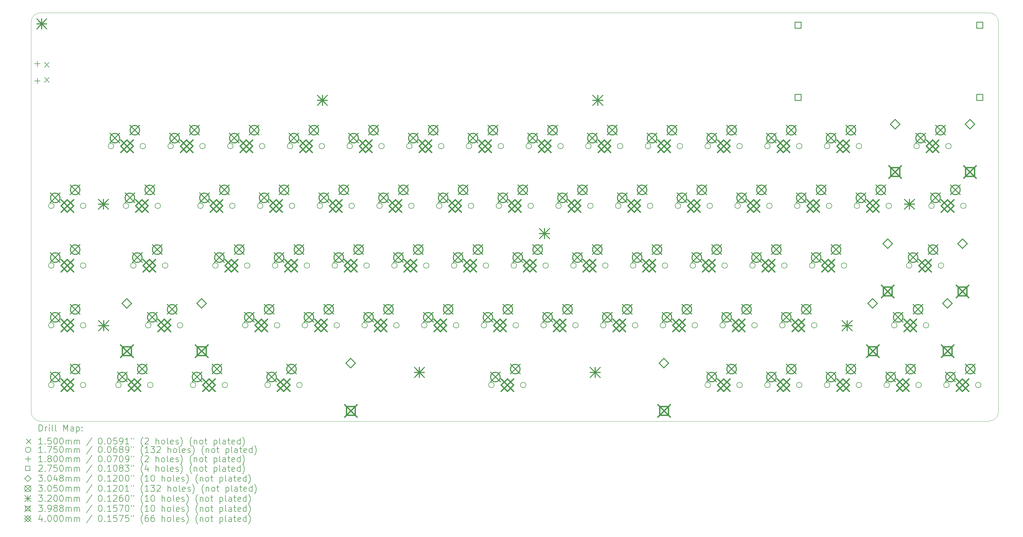
<source format=gbr>
%TF.GenerationSoftware,KiCad,Pcbnew,7.0.5*%
%TF.CreationDate,2023-06-13T23:41:36-04:00*%
%TF.ProjectId,MainBoard,4d61696e-426f-4617-9264-2e6b69636164,rev?*%
%TF.SameCoordinates,Original*%
%TF.FileFunction,Drillmap*%
%TF.FilePolarity,Positive*%
%FSLAX45Y45*%
G04 Gerber Fmt 4.5, Leading zero omitted, Abs format (unit mm)*
G04 Created by KiCad (PCBNEW 7.0.5) date 2023-06-13 23:41:36*
%MOMM*%
%LPD*%
G01*
G04 APERTURE LIST*
%ADD10C,0.100000*%
%ADD11C,0.200000*%
%ADD12C,0.150000*%
%ADD13C,0.175000*%
%ADD14C,0.180000*%
%ADD15C,0.275000*%
%ADD16C,0.304800*%
%ADD17C,0.305000*%
%ADD18C,0.320000*%
%ADD19C,0.398780*%
%ADD20C,0.400000*%
G04 APERTURE END LIST*
D10*
X0Y-1000000D02*
X0Y-13425000D01*
X300000Y-13725000D02*
X30580000Y-13725000D01*
X30580000Y-13725000D02*
G75*
G03*
X30880000Y-13425000I0J300000D01*
G01*
X300000Y-700000D02*
X30580000Y-700000D01*
X30880000Y-1000000D02*
G75*
G03*
X30580000Y-700000I-300000J0D01*
G01*
X30880000Y-1000000D02*
X30880000Y-13425000D01*
X0Y-13425000D02*
G75*
G03*
X300000Y-13725000I300000J0D01*
G01*
X300000Y-700000D02*
G75*
G03*
X0Y-1000000I0J-300000D01*
G01*
D11*
D12*
X428000Y-2282500D02*
X578000Y-2432500D01*
X578000Y-2282500D02*
X428000Y-2432500D01*
X428000Y-2767500D02*
X578000Y-2917500D01*
X578000Y-2767500D02*
X428000Y-2917500D01*
D13*
X732000Y-6857500D02*
G75*
G03*
X732000Y-6857500I-87500J0D01*
G01*
X732000Y-8762500D02*
G75*
G03*
X732000Y-8762500I-87500J0D01*
G01*
X732000Y-10667500D02*
G75*
G03*
X732000Y-10667500I-87500J0D01*
G01*
X732000Y-12572500D02*
G75*
G03*
X732000Y-12572500I-87500J0D01*
G01*
X1748000Y-6857500D02*
G75*
G03*
X1748000Y-6857500I-87500J0D01*
G01*
X1748000Y-8762500D02*
G75*
G03*
X1748000Y-8762500I-87500J0D01*
G01*
X1748000Y-10667500D02*
G75*
G03*
X1748000Y-10667500I-87500J0D01*
G01*
X1748000Y-12572500D02*
G75*
G03*
X1748000Y-12572500I-87500J0D01*
G01*
X2637000Y-4952500D02*
G75*
G03*
X2637000Y-4952500I-87500J0D01*
G01*
X2875125Y-12572500D02*
G75*
G03*
X2875125Y-12572500I-87500J0D01*
G01*
X3113250Y-6857500D02*
G75*
G03*
X3113250Y-6857500I-87500J0D01*
G01*
X3351375Y-8762500D02*
G75*
G03*
X3351375Y-8762500I-87500J0D01*
G01*
X3653000Y-4952500D02*
G75*
G03*
X3653000Y-4952500I-87500J0D01*
G01*
X3827625Y-10667500D02*
G75*
G03*
X3827625Y-10667500I-87500J0D01*
G01*
X3891125Y-12572500D02*
G75*
G03*
X3891125Y-12572500I-87500J0D01*
G01*
X4129250Y-6857500D02*
G75*
G03*
X4129250Y-6857500I-87500J0D01*
G01*
X4367375Y-8762500D02*
G75*
G03*
X4367375Y-8762500I-87500J0D01*
G01*
X4542000Y-4952500D02*
G75*
G03*
X4542000Y-4952500I-87500J0D01*
G01*
X4843625Y-10667500D02*
G75*
G03*
X4843625Y-10667500I-87500J0D01*
G01*
X5256375Y-12572500D02*
G75*
G03*
X5256375Y-12572500I-87500J0D01*
G01*
X5494500Y-6857500D02*
G75*
G03*
X5494500Y-6857500I-87500J0D01*
G01*
X5558000Y-4952500D02*
G75*
G03*
X5558000Y-4952500I-87500J0D01*
G01*
X5970750Y-8762500D02*
G75*
G03*
X5970750Y-8762500I-87500J0D01*
G01*
X6272375Y-12572500D02*
G75*
G03*
X6272375Y-12572500I-87500J0D01*
G01*
X6447000Y-4952500D02*
G75*
G03*
X6447000Y-4952500I-87500J0D01*
G01*
X6510500Y-6857500D02*
G75*
G03*
X6510500Y-6857500I-87500J0D01*
G01*
X6923250Y-10667500D02*
G75*
G03*
X6923250Y-10667500I-87500J0D01*
G01*
X6986750Y-8762500D02*
G75*
G03*
X6986750Y-8762500I-87500J0D01*
G01*
X7399500Y-6857500D02*
G75*
G03*
X7399500Y-6857500I-87500J0D01*
G01*
X7463000Y-4952500D02*
G75*
G03*
X7463000Y-4952500I-87500J0D01*
G01*
X7637625Y-12572500D02*
G75*
G03*
X7637625Y-12572500I-87500J0D01*
G01*
X7875750Y-8762500D02*
G75*
G03*
X7875750Y-8762500I-87500J0D01*
G01*
X7939250Y-10667500D02*
G75*
G03*
X7939250Y-10667500I-87500J0D01*
G01*
X8352000Y-4952500D02*
G75*
G03*
X8352000Y-4952500I-87500J0D01*
G01*
X8415500Y-6857500D02*
G75*
G03*
X8415500Y-6857500I-87500J0D01*
G01*
X8653625Y-12572500D02*
G75*
G03*
X8653625Y-12572500I-87500J0D01*
G01*
X8828250Y-10667500D02*
G75*
G03*
X8828250Y-10667500I-87500J0D01*
G01*
X8891750Y-8762500D02*
G75*
G03*
X8891750Y-8762500I-87500J0D01*
G01*
X9304500Y-6857500D02*
G75*
G03*
X9304500Y-6857500I-87500J0D01*
G01*
X9368000Y-4952500D02*
G75*
G03*
X9368000Y-4952500I-87500J0D01*
G01*
X9780750Y-8762500D02*
G75*
G03*
X9780750Y-8762500I-87500J0D01*
G01*
X9844250Y-10667500D02*
G75*
G03*
X9844250Y-10667500I-87500J0D01*
G01*
X10257000Y-4952500D02*
G75*
G03*
X10257000Y-4952500I-87500J0D01*
G01*
X10320500Y-6857500D02*
G75*
G03*
X10320500Y-6857500I-87500J0D01*
G01*
X10733250Y-10667500D02*
G75*
G03*
X10733250Y-10667500I-87500J0D01*
G01*
X10796750Y-8762500D02*
G75*
G03*
X10796750Y-8762500I-87500J0D01*
G01*
X11209500Y-6857500D02*
G75*
G03*
X11209500Y-6857500I-87500J0D01*
G01*
X11273000Y-4952500D02*
G75*
G03*
X11273000Y-4952500I-87500J0D01*
G01*
X11685750Y-8762500D02*
G75*
G03*
X11685750Y-8762500I-87500J0D01*
G01*
X11749250Y-10667500D02*
G75*
G03*
X11749250Y-10667500I-87500J0D01*
G01*
X12162000Y-4952500D02*
G75*
G03*
X12162000Y-4952500I-87500J0D01*
G01*
X12225500Y-6857500D02*
G75*
G03*
X12225500Y-6857500I-87500J0D01*
G01*
X12638250Y-10667500D02*
G75*
G03*
X12638250Y-10667500I-87500J0D01*
G01*
X12701750Y-8762500D02*
G75*
G03*
X12701750Y-8762500I-87500J0D01*
G01*
X13114500Y-6857500D02*
G75*
G03*
X13114500Y-6857500I-87500J0D01*
G01*
X13178000Y-4952500D02*
G75*
G03*
X13178000Y-4952500I-87500J0D01*
G01*
X13590750Y-8762500D02*
G75*
G03*
X13590750Y-8762500I-87500J0D01*
G01*
X13654250Y-10667500D02*
G75*
G03*
X13654250Y-10667500I-87500J0D01*
G01*
X14067000Y-4952500D02*
G75*
G03*
X14067000Y-4952500I-87500J0D01*
G01*
X14130500Y-6857500D02*
G75*
G03*
X14130500Y-6857500I-87500J0D01*
G01*
X14543250Y-10667500D02*
G75*
G03*
X14543250Y-10667500I-87500J0D01*
G01*
X14606750Y-8762500D02*
G75*
G03*
X14606750Y-8762500I-87500J0D01*
G01*
X14781375Y-12572500D02*
G75*
G03*
X14781375Y-12572500I-87500J0D01*
G01*
X15019500Y-6857500D02*
G75*
G03*
X15019500Y-6857500I-87500J0D01*
G01*
X15083000Y-4952500D02*
G75*
G03*
X15083000Y-4952500I-87500J0D01*
G01*
X15495750Y-8762500D02*
G75*
G03*
X15495750Y-8762500I-87500J0D01*
G01*
X15559250Y-10667500D02*
G75*
G03*
X15559250Y-10667500I-87500J0D01*
G01*
X15797375Y-12572500D02*
G75*
G03*
X15797375Y-12572500I-87500J0D01*
G01*
X15972000Y-4952500D02*
G75*
G03*
X15972000Y-4952500I-87500J0D01*
G01*
X16035500Y-6857500D02*
G75*
G03*
X16035500Y-6857500I-87500J0D01*
G01*
X16448250Y-10667500D02*
G75*
G03*
X16448250Y-10667500I-87500J0D01*
G01*
X16511750Y-8762500D02*
G75*
G03*
X16511750Y-8762500I-87500J0D01*
G01*
X16924500Y-6857500D02*
G75*
G03*
X16924500Y-6857500I-87500J0D01*
G01*
X16988000Y-4952500D02*
G75*
G03*
X16988000Y-4952500I-87500J0D01*
G01*
X17400750Y-8762500D02*
G75*
G03*
X17400750Y-8762500I-87500J0D01*
G01*
X17464250Y-10667500D02*
G75*
G03*
X17464250Y-10667500I-87500J0D01*
G01*
X17877000Y-4952500D02*
G75*
G03*
X17877000Y-4952500I-87500J0D01*
G01*
X17940500Y-6857500D02*
G75*
G03*
X17940500Y-6857500I-87500J0D01*
G01*
X18353250Y-10667500D02*
G75*
G03*
X18353250Y-10667500I-87500J0D01*
G01*
X18416750Y-8762500D02*
G75*
G03*
X18416750Y-8762500I-87500J0D01*
G01*
X18829500Y-6857500D02*
G75*
G03*
X18829500Y-6857500I-87500J0D01*
G01*
X18893000Y-4952500D02*
G75*
G03*
X18893000Y-4952500I-87500J0D01*
G01*
X19305750Y-8762500D02*
G75*
G03*
X19305750Y-8762500I-87500J0D01*
G01*
X19369250Y-10667500D02*
G75*
G03*
X19369250Y-10667500I-87500J0D01*
G01*
X19782000Y-4952500D02*
G75*
G03*
X19782000Y-4952500I-87500J0D01*
G01*
X19845500Y-6857500D02*
G75*
G03*
X19845500Y-6857500I-87500J0D01*
G01*
X20258250Y-10667500D02*
G75*
G03*
X20258250Y-10667500I-87500J0D01*
G01*
X20321750Y-8762500D02*
G75*
G03*
X20321750Y-8762500I-87500J0D01*
G01*
X20734500Y-6857500D02*
G75*
G03*
X20734500Y-6857500I-87500J0D01*
G01*
X20798000Y-4952500D02*
G75*
G03*
X20798000Y-4952500I-87500J0D01*
G01*
X21210750Y-8762500D02*
G75*
G03*
X21210750Y-8762500I-87500J0D01*
G01*
X21274250Y-10667500D02*
G75*
G03*
X21274250Y-10667500I-87500J0D01*
G01*
X21687000Y-4952500D02*
G75*
G03*
X21687000Y-4952500I-87500J0D01*
G01*
X21687000Y-12572500D02*
G75*
G03*
X21687000Y-12572500I-87500J0D01*
G01*
X21750500Y-6857500D02*
G75*
G03*
X21750500Y-6857500I-87500J0D01*
G01*
X22163250Y-10667500D02*
G75*
G03*
X22163250Y-10667500I-87500J0D01*
G01*
X22226750Y-8762500D02*
G75*
G03*
X22226750Y-8762500I-87500J0D01*
G01*
X22639500Y-6857500D02*
G75*
G03*
X22639500Y-6857500I-87500J0D01*
G01*
X22703000Y-4952500D02*
G75*
G03*
X22703000Y-4952500I-87500J0D01*
G01*
X22703000Y-12572500D02*
G75*
G03*
X22703000Y-12572500I-87500J0D01*
G01*
X23115750Y-8762500D02*
G75*
G03*
X23115750Y-8762500I-87500J0D01*
G01*
X23179250Y-10667500D02*
G75*
G03*
X23179250Y-10667500I-87500J0D01*
G01*
X23592000Y-4952500D02*
G75*
G03*
X23592000Y-4952500I-87500J0D01*
G01*
X23592000Y-12572500D02*
G75*
G03*
X23592000Y-12572500I-87500J0D01*
G01*
X23655500Y-6857500D02*
G75*
G03*
X23655500Y-6857500I-87500J0D01*
G01*
X24068250Y-10667500D02*
G75*
G03*
X24068250Y-10667500I-87500J0D01*
G01*
X24131750Y-8762500D02*
G75*
G03*
X24131750Y-8762500I-87500J0D01*
G01*
X24544500Y-6857500D02*
G75*
G03*
X24544500Y-6857500I-87500J0D01*
G01*
X24608000Y-4952500D02*
G75*
G03*
X24608000Y-4952500I-87500J0D01*
G01*
X24608000Y-12572500D02*
G75*
G03*
X24608000Y-12572500I-87500J0D01*
G01*
X25020750Y-8762500D02*
G75*
G03*
X25020750Y-8762500I-87500J0D01*
G01*
X25084250Y-10667500D02*
G75*
G03*
X25084250Y-10667500I-87500J0D01*
G01*
X25497000Y-4952500D02*
G75*
G03*
X25497000Y-4952500I-87500J0D01*
G01*
X25497000Y-12572500D02*
G75*
G03*
X25497000Y-12572500I-87500J0D01*
G01*
X25560500Y-6857500D02*
G75*
G03*
X25560500Y-6857500I-87500J0D01*
G01*
X26036750Y-8762500D02*
G75*
G03*
X26036750Y-8762500I-87500J0D01*
G01*
X26449500Y-6857500D02*
G75*
G03*
X26449500Y-6857500I-87500J0D01*
G01*
X26513000Y-4952500D02*
G75*
G03*
X26513000Y-4952500I-87500J0D01*
G01*
X26513000Y-12572500D02*
G75*
G03*
X26513000Y-12572500I-87500J0D01*
G01*
X27402000Y-12572500D02*
G75*
G03*
X27402000Y-12572500I-87500J0D01*
G01*
X27465500Y-6857500D02*
G75*
G03*
X27465500Y-6857500I-87500J0D01*
G01*
X27640125Y-10667500D02*
G75*
G03*
X27640125Y-10667500I-87500J0D01*
G01*
X28116375Y-8762500D02*
G75*
G03*
X28116375Y-8762500I-87500J0D01*
G01*
X28354500Y-4952500D02*
G75*
G03*
X28354500Y-4952500I-87500J0D01*
G01*
X28418000Y-12572500D02*
G75*
G03*
X28418000Y-12572500I-87500J0D01*
G01*
X28656125Y-10667500D02*
G75*
G03*
X28656125Y-10667500I-87500J0D01*
G01*
X28830750Y-6857500D02*
G75*
G03*
X28830750Y-6857500I-87500J0D01*
G01*
X29132375Y-8762500D02*
G75*
G03*
X29132375Y-8762500I-87500J0D01*
G01*
X29307000Y-12572500D02*
G75*
G03*
X29307000Y-12572500I-87500J0D01*
G01*
X29370500Y-4952500D02*
G75*
G03*
X29370500Y-4952500I-87500J0D01*
G01*
X29846750Y-6857500D02*
G75*
G03*
X29846750Y-6857500I-87500J0D01*
G01*
X30323000Y-12572500D02*
G75*
G03*
X30323000Y-12572500I-87500J0D01*
G01*
D14*
X200000Y-2237500D02*
X200000Y-2417500D01*
X110000Y-2327500D02*
X290000Y-2327500D01*
X200000Y-2782500D02*
X200000Y-2962500D01*
X110000Y-2872500D02*
X290000Y-2872500D01*
D15*
X24577228Y-1192228D02*
X24577228Y-997772D01*
X24382772Y-997772D01*
X24382772Y-1192228D01*
X24577228Y-1192228D01*
X24577228Y-3492228D02*
X24577228Y-3297772D01*
X24382772Y-3297772D01*
X24382772Y-3492228D01*
X24577228Y-3492228D01*
X30377228Y-1192228D02*
X30377228Y-997772D01*
X30182772Y-997772D01*
X30182772Y-1192228D01*
X30377228Y-1192228D01*
X30377228Y-3492228D02*
X30377228Y-3297772D01*
X30182772Y-3297772D01*
X30182772Y-3492228D01*
X30377228Y-3492228D01*
D16*
X3054325Y-10121400D02*
X3206725Y-9969000D01*
X3054325Y-9816600D01*
X2901925Y-9969000D01*
X3054325Y-10121400D01*
X5441925Y-10121400D02*
X5594325Y-9969000D01*
X5441925Y-9816600D01*
X5289525Y-9969000D01*
X5441925Y-10121400D01*
X10201875Y-12026400D02*
X10354275Y-11874000D01*
X10201875Y-11721600D01*
X10049475Y-11874000D01*
X10201875Y-12026400D01*
X20201875Y-12026400D02*
X20354275Y-11874000D01*
X20201875Y-11721600D01*
X20049475Y-11874000D01*
X20201875Y-12026400D01*
X26866825Y-10121400D02*
X27019225Y-9969000D01*
X26866825Y-9816600D01*
X26714425Y-9969000D01*
X26866825Y-10121400D01*
X27343075Y-8216400D02*
X27495475Y-8064000D01*
X27343075Y-7911600D01*
X27190675Y-8064000D01*
X27343075Y-8216400D01*
X27581200Y-4406400D02*
X27733600Y-4254000D01*
X27581200Y-4101600D01*
X27428800Y-4254000D01*
X27581200Y-4406400D01*
X29254425Y-10121400D02*
X29406825Y-9969000D01*
X29254425Y-9816600D01*
X29102025Y-9969000D01*
X29254425Y-10121400D01*
X29730675Y-8216400D02*
X29883075Y-8064000D01*
X29730675Y-7911600D01*
X29578275Y-8064000D01*
X29730675Y-8216400D01*
X29968800Y-4406400D02*
X30121200Y-4254000D01*
X29968800Y-4101600D01*
X29816400Y-4254000D01*
X29968800Y-4406400D01*
D17*
X619000Y-6451000D02*
X924000Y-6756000D01*
X924000Y-6451000D02*
X619000Y-6756000D01*
X924000Y-6603500D02*
G75*
G03*
X924000Y-6603500I-152500J0D01*
G01*
X619000Y-8356000D02*
X924000Y-8661000D01*
X924000Y-8356000D02*
X619000Y-8661000D01*
X924000Y-8508500D02*
G75*
G03*
X924000Y-8508500I-152500J0D01*
G01*
X619000Y-10261000D02*
X924000Y-10566000D01*
X924000Y-10261000D02*
X619000Y-10566000D01*
X924000Y-10413500D02*
G75*
G03*
X924000Y-10413500I-152500J0D01*
G01*
X619000Y-12166000D02*
X924000Y-12471000D01*
X924000Y-12166000D02*
X619000Y-12471000D01*
X924000Y-12318500D02*
G75*
G03*
X924000Y-12318500I-152500J0D01*
G01*
X1254000Y-6197000D02*
X1559000Y-6502000D01*
X1559000Y-6197000D02*
X1254000Y-6502000D01*
X1559000Y-6349500D02*
G75*
G03*
X1559000Y-6349500I-152500J0D01*
G01*
X1254000Y-8102000D02*
X1559000Y-8407000D01*
X1559000Y-8102000D02*
X1254000Y-8407000D01*
X1559000Y-8254500D02*
G75*
G03*
X1559000Y-8254500I-152500J0D01*
G01*
X1254000Y-10007000D02*
X1559000Y-10312000D01*
X1559000Y-10007000D02*
X1254000Y-10312000D01*
X1559000Y-10159500D02*
G75*
G03*
X1559000Y-10159500I-152500J0D01*
G01*
X1254000Y-11912000D02*
X1559000Y-12217000D01*
X1559000Y-11912000D02*
X1254000Y-12217000D01*
X1559000Y-12064500D02*
G75*
G03*
X1559000Y-12064500I-152500J0D01*
G01*
X2524000Y-4546000D02*
X2829000Y-4851000D01*
X2829000Y-4546000D02*
X2524000Y-4851000D01*
X2829000Y-4698500D02*
G75*
G03*
X2829000Y-4698500I-152500J0D01*
G01*
X2762125Y-12166000D02*
X3067125Y-12471000D01*
X3067125Y-12166000D02*
X2762125Y-12471000D01*
X3067125Y-12318500D02*
G75*
G03*
X3067125Y-12318500I-152500J0D01*
G01*
X3000250Y-6451000D02*
X3305250Y-6756000D01*
X3305250Y-6451000D02*
X3000250Y-6756000D01*
X3305250Y-6603500D02*
G75*
G03*
X3305250Y-6603500I-152500J0D01*
G01*
X3159000Y-4292000D02*
X3464000Y-4597000D01*
X3464000Y-4292000D02*
X3159000Y-4597000D01*
X3464000Y-4444500D02*
G75*
G03*
X3464000Y-4444500I-152500J0D01*
G01*
X3238375Y-8356000D02*
X3543375Y-8661000D01*
X3543375Y-8356000D02*
X3238375Y-8661000D01*
X3543375Y-8508500D02*
G75*
G03*
X3543375Y-8508500I-152500J0D01*
G01*
X3397125Y-11912000D02*
X3702125Y-12217000D01*
X3702125Y-11912000D02*
X3397125Y-12217000D01*
X3702125Y-12064500D02*
G75*
G03*
X3702125Y-12064500I-152500J0D01*
G01*
X3635250Y-6197000D02*
X3940250Y-6502000D01*
X3940250Y-6197000D02*
X3635250Y-6502000D01*
X3940250Y-6349500D02*
G75*
G03*
X3940250Y-6349500I-152500J0D01*
G01*
X3714625Y-10261000D02*
X4019625Y-10566000D01*
X4019625Y-10261000D02*
X3714625Y-10566000D01*
X4019625Y-10413500D02*
G75*
G03*
X4019625Y-10413500I-152500J0D01*
G01*
X3873375Y-8102000D02*
X4178375Y-8407000D01*
X4178375Y-8102000D02*
X3873375Y-8407000D01*
X4178375Y-8254500D02*
G75*
G03*
X4178375Y-8254500I-152500J0D01*
G01*
X4349625Y-10007000D02*
X4654625Y-10312000D01*
X4654625Y-10007000D02*
X4349625Y-10312000D01*
X4654625Y-10159500D02*
G75*
G03*
X4654625Y-10159500I-152500J0D01*
G01*
X4429000Y-4546000D02*
X4734000Y-4851000D01*
X4734000Y-4546000D02*
X4429000Y-4851000D01*
X4734000Y-4698500D02*
G75*
G03*
X4734000Y-4698500I-152500J0D01*
G01*
X5064000Y-4292000D02*
X5369000Y-4597000D01*
X5369000Y-4292000D02*
X5064000Y-4597000D01*
X5369000Y-4444500D02*
G75*
G03*
X5369000Y-4444500I-152500J0D01*
G01*
X5143375Y-12166000D02*
X5448375Y-12471000D01*
X5448375Y-12166000D02*
X5143375Y-12471000D01*
X5448375Y-12318500D02*
G75*
G03*
X5448375Y-12318500I-152500J0D01*
G01*
X5381500Y-6451000D02*
X5686500Y-6756000D01*
X5686500Y-6451000D02*
X5381500Y-6756000D01*
X5686500Y-6603500D02*
G75*
G03*
X5686500Y-6603500I-152500J0D01*
G01*
X5778375Y-11912000D02*
X6083375Y-12217000D01*
X6083375Y-11912000D02*
X5778375Y-12217000D01*
X6083375Y-12064500D02*
G75*
G03*
X6083375Y-12064500I-152500J0D01*
G01*
X5857750Y-8356000D02*
X6162750Y-8661000D01*
X6162750Y-8356000D02*
X5857750Y-8661000D01*
X6162750Y-8508500D02*
G75*
G03*
X6162750Y-8508500I-152500J0D01*
G01*
X6016500Y-6197000D02*
X6321500Y-6502000D01*
X6321500Y-6197000D02*
X6016500Y-6502000D01*
X6321500Y-6349500D02*
G75*
G03*
X6321500Y-6349500I-152500J0D01*
G01*
X6334000Y-4546000D02*
X6639000Y-4851000D01*
X6639000Y-4546000D02*
X6334000Y-4851000D01*
X6639000Y-4698500D02*
G75*
G03*
X6639000Y-4698500I-152500J0D01*
G01*
X6492750Y-8102000D02*
X6797750Y-8407000D01*
X6797750Y-8102000D02*
X6492750Y-8407000D01*
X6797750Y-8254500D02*
G75*
G03*
X6797750Y-8254500I-152500J0D01*
G01*
X6810250Y-10261000D02*
X7115250Y-10566000D01*
X7115250Y-10261000D02*
X6810250Y-10566000D01*
X7115250Y-10413500D02*
G75*
G03*
X7115250Y-10413500I-152500J0D01*
G01*
X6969000Y-4292000D02*
X7274000Y-4597000D01*
X7274000Y-4292000D02*
X6969000Y-4597000D01*
X7274000Y-4444500D02*
G75*
G03*
X7274000Y-4444500I-152500J0D01*
G01*
X7286500Y-6451000D02*
X7591500Y-6756000D01*
X7591500Y-6451000D02*
X7286500Y-6756000D01*
X7591500Y-6603500D02*
G75*
G03*
X7591500Y-6603500I-152500J0D01*
G01*
X7445250Y-10007000D02*
X7750250Y-10312000D01*
X7750250Y-10007000D02*
X7445250Y-10312000D01*
X7750250Y-10159500D02*
G75*
G03*
X7750250Y-10159500I-152500J0D01*
G01*
X7524625Y-12166000D02*
X7829625Y-12471000D01*
X7829625Y-12166000D02*
X7524625Y-12471000D01*
X7829625Y-12318500D02*
G75*
G03*
X7829625Y-12318500I-152500J0D01*
G01*
X7762750Y-8356000D02*
X8067750Y-8661000D01*
X8067750Y-8356000D02*
X7762750Y-8661000D01*
X8067750Y-8508500D02*
G75*
G03*
X8067750Y-8508500I-152500J0D01*
G01*
X7921500Y-6197000D02*
X8226500Y-6502000D01*
X8226500Y-6197000D02*
X7921500Y-6502000D01*
X8226500Y-6349500D02*
G75*
G03*
X8226500Y-6349500I-152500J0D01*
G01*
X8159625Y-11912000D02*
X8464625Y-12217000D01*
X8464625Y-11912000D02*
X8159625Y-12217000D01*
X8464625Y-12064500D02*
G75*
G03*
X8464625Y-12064500I-152500J0D01*
G01*
X8239000Y-4546000D02*
X8544000Y-4851000D01*
X8544000Y-4546000D02*
X8239000Y-4851000D01*
X8544000Y-4698500D02*
G75*
G03*
X8544000Y-4698500I-152500J0D01*
G01*
X8397750Y-8102000D02*
X8702750Y-8407000D01*
X8702750Y-8102000D02*
X8397750Y-8407000D01*
X8702750Y-8254500D02*
G75*
G03*
X8702750Y-8254500I-152500J0D01*
G01*
X8715250Y-10261000D02*
X9020250Y-10566000D01*
X9020250Y-10261000D02*
X8715250Y-10566000D01*
X9020250Y-10413500D02*
G75*
G03*
X9020250Y-10413500I-152500J0D01*
G01*
X8874000Y-4292000D02*
X9179000Y-4597000D01*
X9179000Y-4292000D02*
X8874000Y-4597000D01*
X9179000Y-4444500D02*
G75*
G03*
X9179000Y-4444500I-152500J0D01*
G01*
X9191500Y-6451000D02*
X9496500Y-6756000D01*
X9496500Y-6451000D02*
X9191500Y-6756000D01*
X9496500Y-6603500D02*
G75*
G03*
X9496500Y-6603500I-152500J0D01*
G01*
X9350250Y-10007000D02*
X9655250Y-10312000D01*
X9655250Y-10007000D02*
X9350250Y-10312000D01*
X9655250Y-10159500D02*
G75*
G03*
X9655250Y-10159500I-152500J0D01*
G01*
X9667750Y-8356000D02*
X9972750Y-8661000D01*
X9972750Y-8356000D02*
X9667750Y-8661000D01*
X9972750Y-8508500D02*
G75*
G03*
X9972750Y-8508500I-152500J0D01*
G01*
X9826500Y-6197000D02*
X10131500Y-6502000D01*
X10131500Y-6197000D02*
X9826500Y-6502000D01*
X10131500Y-6349500D02*
G75*
G03*
X10131500Y-6349500I-152500J0D01*
G01*
X10144000Y-4546000D02*
X10449000Y-4851000D01*
X10449000Y-4546000D02*
X10144000Y-4851000D01*
X10449000Y-4698500D02*
G75*
G03*
X10449000Y-4698500I-152500J0D01*
G01*
X10302750Y-8102000D02*
X10607750Y-8407000D01*
X10607750Y-8102000D02*
X10302750Y-8407000D01*
X10607750Y-8254500D02*
G75*
G03*
X10607750Y-8254500I-152500J0D01*
G01*
X10620250Y-10261000D02*
X10925250Y-10566000D01*
X10925250Y-10261000D02*
X10620250Y-10566000D01*
X10925250Y-10413500D02*
G75*
G03*
X10925250Y-10413500I-152500J0D01*
G01*
X10779000Y-4292000D02*
X11084000Y-4597000D01*
X11084000Y-4292000D02*
X10779000Y-4597000D01*
X11084000Y-4444500D02*
G75*
G03*
X11084000Y-4444500I-152500J0D01*
G01*
X11096500Y-6451000D02*
X11401500Y-6756000D01*
X11401500Y-6451000D02*
X11096500Y-6756000D01*
X11401500Y-6603500D02*
G75*
G03*
X11401500Y-6603500I-152500J0D01*
G01*
X11255250Y-10007000D02*
X11560250Y-10312000D01*
X11560250Y-10007000D02*
X11255250Y-10312000D01*
X11560250Y-10159500D02*
G75*
G03*
X11560250Y-10159500I-152500J0D01*
G01*
X11572750Y-8356000D02*
X11877750Y-8661000D01*
X11877750Y-8356000D02*
X11572750Y-8661000D01*
X11877750Y-8508500D02*
G75*
G03*
X11877750Y-8508500I-152500J0D01*
G01*
X11731500Y-6197000D02*
X12036500Y-6502000D01*
X12036500Y-6197000D02*
X11731500Y-6502000D01*
X12036500Y-6349500D02*
G75*
G03*
X12036500Y-6349500I-152500J0D01*
G01*
X12049000Y-4546000D02*
X12354000Y-4851000D01*
X12354000Y-4546000D02*
X12049000Y-4851000D01*
X12354000Y-4698500D02*
G75*
G03*
X12354000Y-4698500I-152500J0D01*
G01*
X12207750Y-8102000D02*
X12512750Y-8407000D01*
X12512750Y-8102000D02*
X12207750Y-8407000D01*
X12512750Y-8254500D02*
G75*
G03*
X12512750Y-8254500I-152500J0D01*
G01*
X12525250Y-10261000D02*
X12830250Y-10566000D01*
X12830250Y-10261000D02*
X12525250Y-10566000D01*
X12830250Y-10413500D02*
G75*
G03*
X12830250Y-10413500I-152500J0D01*
G01*
X12684000Y-4292000D02*
X12989000Y-4597000D01*
X12989000Y-4292000D02*
X12684000Y-4597000D01*
X12989000Y-4444500D02*
G75*
G03*
X12989000Y-4444500I-152500J0D01*
G01*
X13001500Y-6451000D02*
X13306500Y-6756000D01*
X13306500Y-6451000D02*
X13001500Y-6756000D01*
X13306500Y-6603500D02*
G75*
G03*
X13306500Y-6603500I-152500J0D01*
G01*
X13160250Y-10007000D02*
X13465250Y-10312000D01*
X13465250Y-10007000D02*
X13160250Y-10312000D01*
X13465250Y-10159500D02*
G75*
G03*
X13465250Y-10159500I-152500J0D01*
G01*
X13477750Y-8356000D02*
X13782750Y-8661000D01*
X13782750Y-8356000D02*
X13477750Y-8661000D01*
X13782750Y-8508500D02*
G75*
G03*
X13782750Y-8508500I-152500J0D01*
G01*
X13636500Y-6197000D02*
X13941500Y-6502000D01*
X13941500Y-6197000D02*
X13636500Y-6502000D01*
X13941500Y-6349500D02*
G75*
G03*
X13941500Y-6349500I-152500J0D01*
G01*
X13954000Y-4546000D02*
X14259000Y-4851000D01*
X14259000Y-4546000D02*
X13954000Y-4851000D01*
X14259000Y-4698500D02*
G75*
G03*
X14259000Y-4698500I-152500J0D01*
G01*
X14112750Y-8102000D02*
X14417750Y-8407000D01*
X14417750Y-8102000D02*
X14112750Y-8407000D01*
X14417750Y-8254500D02*
G75*
G03*
X14417750Y-8254500I-152500J0D01*
G01*
X14430250Y-10261000D02*
X14735250Y-10566000D01*
X14735250Y-10261000D02*
X14430250Y-10566000D01*
X14735250Y-10413500D02*
G75*
G03*
X14735250Y-10413500I-152500J0D01*
G01*
X14589000Y-4292000D02*
X14894000Y-4597000D01*
X14894000Y-4292000D02*
X14589000Y-4597000D01*
X14894000Y-4444500D02*
G75*
G03*
X14894000Y-4444500I-152500J0D01*
G01*
X14668375Y-12166000D02*
X14973375Y-12471000D01*
X14973375Y-12166000D02*
X14668375Y-12471000D01*
X14973375Y-12318500D02*
G75*
G03*
X14973375Y-12318500I-152500J0D01*
G01*
X14906500Y-6451000D02*
X15211500Y-6756000D01*
X15211500Y-6451000D02*
X14906500Y-6756000D01*
X15211500Y-6603500D02*
G75*
G03*
X15211500Y-6603500I-152500J0D01*
G01*
X15065250Y-10007000D02*
X15370250Y-10312000D01*
X15370250Y-10007000D02*
X15065250Y-10312000D01*
X15370250Y-10159500D02*
G75*
G03*
X15370250Y-10159500I-152500J0D01*
G01*
X15303375Y-11912000D02*
X15608375Y-12217000D01*
X15608375Y-11912000D02*
X15303375Y-12217000D01*
X15608375Y-12064500D02*
G75*
G03*
X15608375Y-12064500I-152500J0D01*
G01*
X15382750Y-8356000D02*
X15687750Y-8661000D01*
X15687750Y-8356000D02*
X15382750Y-8661000D01*
X15687750Y-8508500D02*
G75*
G03*
X15687750Y-8508500I-152500J0D01*
G01*
X15541500Y-6197000D02*
X15846500Y-6502000D01*
X15846500Y-6197000D02*
X15541500Y-6502000D01*
X15846500Y-6349500D02*
G75*
G03*
X15846500Y-6349500I-152500J0D01*
G01*
X15859000Y-4546000D02*
X16164000Y-4851000D01*
X16164000Y-4546000D02*
X15859000Y-4851000D01*
X16164000Y-4698500D02*
G75*
G03*
X16164000Y-4698500I-152500J0D01*
G01*
X16017750Y-8102000D02*
X16322750Y-8407000D01*
X16322750Y-8102000D02*
X16017750Y-8407000D01*
X16322750Y-8254500D02*
G75*
G03*
X16322750Y-8254500I-152500J0D01*
G01*
X16335250Y-10261000D02*
X16640250Y-10566000D01*
X16640250Y-10261000D02*
X16335250Y-10566000D01*
X16640250Y-10413500D02*
G75*
G03*
X16640250Y-10413500I-152500J0D01*
G01*
X16494000Y-4292000D02*
X16799000Y-4597000D01*
X16799000Y-4292000D02*
X16494000Y-4597000D01*
X16799000Y-4444500D02*
G75*
G03*
X16799000Y-4444500I-152500J0D01*
G01*
X16811500Y-6451000D02*
X17116500Y-6756000D01*
X17116500Y-6451000D02*
X16811500Y-6756000D01*
X17116500Y-6603500D02*
G75*
G03*
X17116500Y-6603500I-152500J0D01*
G01*
X16970250Y-10007000D02*
X17275250Y-10312000D01*
X17275250Y-10007000D02*
X16970250Y-10312000D01*
X17275250Y-10159500D02*
G75*
G03*
X17275250Y-10159500I-152500J0D01*
G01*
X17287750Y-8356000D02*
X17592750Y-8661000D01*
X17592750Y-8356000D02*
X17287750Y-8661000D01*
X17592750Y-8508500D02*
G75*
G03*
X17592750Y-8508500I-152500J0D01*
G01*
X17446500Y-6197000D02*
X17751500Y-6502000D01*
X17751500Y-6197000D02*
X17446500Y-6502000D01*
X17751500Y-6349500D02*
G75*
G03*
X17751500Y-6349500I-152500J0D01*
G01*
X17764000Y-4546000D02*
X18069000Y-4851000D01*
X18069000Y-4546000D02*
X17764000Y-4851000D01*
X18069000Y-4698500D02*
G75*
G03*
X18069000Y-4698500I-152500J0D01*
G01*
X17922750Y-8102000D02*
X18227750Y-8407000D01*
X18227750Y-8102000D02*
X17922750Y-8407000D01*
X18227750Y-8254500D02*
G75*
G03*
X18227750Y-8254500I-152500J0D01*
G01*
X18240250Y-10261000D02*
X18545250Y-10566000D01*
X18545250Y-10261000D02*
X18240250Y-10566000D01*
X18545250Y-10413500D02*
G75*
G03*
X18545250Y-10413500I-152500J0D01*
G01*
X18399000Y-4292000D02*
X18704000Y-4597000D01*
X18704000Y-4292000D02*
X18399000Y-4597000D01*
X18704000Y-4444500D02*
G75*
G03*
X18704000Y-4444500I-152500J0D01*
G01*
X18716500Y-6451000D02*
X19021500Y-6756000D01*
X19021500Y-6451000D02*
X18716500Y-6756000D01*
X19021500Y-6603500D02*
G75*
G03*
X19021500Y-6603500I-152500J0D01*
G01*
X18875250Y-10007000D02*
X19180250Y-10312000D01*
X19180250Y-10007000D02*
X18875250Y-10312000D01*
X19180250Y-10159500D02*
G75*
G03*
X19180250Y-10159500I-152500J0D01*
G01*
X19192750Y-8356000D02*
X19497750Y-8661000D01*
X19497750Y-8356000D02*
X19192750Y-8661000D01*
X19497750Y-8508500D02*
G75*
G03*
X19497750Y-8508500I-152500J0D01*
G01*
X19351500Y-6197000D02*
X19656500Y-6502000D01*
X19656500Y-6197000D02*
X19351500Y-6502000D01*
X19656500Y-6349500D02*
G75*
G03*
X19656500Y-6349500I-152500J0D01*
G01*
X19669000Y-4546000D02*
X19974000Y-4851000D01*
X19974000Y-4546000D02*
X19669000Y-4851000D01*
X19974000Y-4698500D02*
G75*
G03*
X19974000Y-4698500I-152500J0D01*
G01*
X19827750Y-8102000D02*
X20132750Y-8407000D01*
X20132750Y-8102000D02*
X19827750Y-8407000D01*
X20132750Y-8254500D02*
G75*
G03*
X20132750Y-8254500I-152500J0D01*
G01*
X20145250Y-10261000D02*
X20450250Y-10566000D01*
X20450250Y-10261000D02*
X20145250Y-10566000D01*
X20450250Y-10413500D02*
G75*
G03*
X20450250Y-10413500I-152500J0D01*
G01*
X20304000Y-4292000D02*
X20609000Y-4597000D01*
X20609000Y-4292000D02*
X20304000Y-4597000D01*
X20609000Y-4444500D02*
G75*
G03*
X20609000Y-4444500I-152500J0D01*
G01*
X20621500Y-6451000D02*
X20926500Y-6756000D01*
X20926500Y-6451000D02*
X20621500Y-6756000D01*
X20926500Y-6603500D02*
G75*
G03*
X20926500Y-6603500I-152500J0D01*
G01*
X20780250Y-10007000D02*
X21085250Y-10312000D01*
X21085250Y-10007000D02*
X20780250Y-10312000D01*
X21085250Y-10159500D02*
G75*
G03*
X21085250Y-10159500I-152500J0D01*
G01*
X21097750Y-8356000D02*
X21402750Y-8661000D01*
X21402750Y-8356000D02*
X21097750Y-8661000D01*
X21402750Y-8508500D02*
G75*
G03*
X21402750Y-8508500I-152500J0D01*
G01*
X21256500Y-6197000D02*
X21561500Y-6502000D01*
X21561500Y-6197000D02*
X21256500Y-6502000D01*
X21561500Y-6349500D02*
G75*
G03*
X21561500Y-6349500I-152500J0D01*
G01*
X21574000Y-4546000D02*
X21879000Y-4851000D01*
X21879000Y-4546000D02*
X21574000Y-4851000D01*
X21879000Y-4698500D02*
G75*
G03*
X21879000Y-4698500I-152500J0D01*
G01*
X21574000Y-12166000D02*
X21879000Y-12471000D01*
X21879000Y-12166000D02*
X21574000Y-12471000D01*
X21879000Y-12318500D02*
G75*
G03*
X21879000Y-12318500I-152500J0D01*
G01*
X21732750Y-8102000D02*
X22037750Y-8407000D01*
X22037750Y-8102000D02*
X21732750Y-8407000D01*
X22037750Y-8254500D02*
G75*
G03*
X22037750Y-8254500I-152500J0D01*
G01*
X22050250Y-10261000D02*
X22355250Y-10566000D01*
X22355250Y-10261000D02*
X22050250Y-10566000D01*
X22355250Y-10413500D02*
G75*
G03*
X22355250Y-10413500I-152500J0D01*
G01*
X22209000Y-4292000D02*
X22514000Y-4597000D01*
X22514000Y-4292000D02*
X22209000Y-4597000D01*
X22514000Y-4444500D02*
G75*
G03*
X22514000Y-4444500I-152500J0D01*
G01*
X22209000Y-11912000D02*
X22514000Y-12217000D01*
X22514000Y-11912000D02*
X22209000Y-12217000D01*
X22514000Y-12064500D02*
G75*
G03*
X22514000Y-12064500I-152500J0D01*
G01*
X22526500Y-6451000D02*
X22831500Y-6756000D01*
X22831500Y-6451000D02*
X22526500Y-6756000D01*
X22831500Y-6603500D02*
G75*
G03*
X22831500Y-6603500I-152500J0D01*
G01*
X22685250Y-10007000D02*
X22990250Y-10312000D01*
X22990250Y-10007000D02*
X22685250Y-10312000D01*
X22990250Y-10159500D02*
G75*
G03*
X22990250Y-10159500I-152500J0D01*
G01*
X23002750Y-8356000D02*
X23307750Y-8661000D01*
X23307750Y-8356000D02*
X23002750Y-8661000D01*
X23307750Y-8508500D02*
G75*
G03*
X23307750Y-8508500I-152500J0D01*
G01*
X23161500Y-6197000D02*
X23466500Y-6502000D01*
X23466500Y-6197000D02*
X23161500Y-6502000D01*
X23466500Y-6349500D02*
G75*
G03*
X23466500Y-6349500I-152500J0D01*
G01*
X23479000Y-4546000D02*
X23784000Y-4851000D01*
X23784000Y-4546000D02*
X23479000Y-4851000D01*
X23784000Y-4698500D02*
G75*
G03*
X23784000Y-4698500I-152500J0D01*
G01*
X23479000Y-12166000D02*
X23784000Y-12471000D01*
X23784000Y-12166000D02*
X23479000Y-12471000D01*
X23784000Y-12318500D02*
G75*
G03*
X23784000Y-12318500I-152500J0D01*
G01*
X23637750Y-8102000D02*
X23942750Y-8407000D01*
X23942750Y-8102000D02*
X23637750Y-8407000D01*
X23942750Y-8254500D02*
G75*
G03*
X23942750Y-8254500I-152500J0D01*
G01*
X23955250Y-10261000D02*
X24260250Y-10566000D01*
X24260250Y-10261000D02*
X23955250Y-10566000D01*
X24260250Y-10413500D02*
G75*
G03*
X24260250Y-10413500I-152500J0D01*
G01*
X24114000Y-4292000D02*
X24419000Y-4597000D01*
X24419000Y-4292000D02*
X24114000Y-4597000D01*
X24419000Y-4444500D02*
G75*
G03*
X24419000Y-4444500I-152500J0D01*
G01*
X24114000Y-11912000D02*
X24419000Y-12217000D01*
X24419000Y-11912000D02*
X24114000Y-12217000D01*
X24419000Y-12064500D02*
G75*
G03*
X24419000Y-12064500I-152500J0D01*
G01*
X24431500Y-6451000D02*
X24736500Y-6756000D01*
X24736500Y-6451000D02*
X24431500Y-6756000D01*
X24736500Y-6603500D02*
G75*
G03*
X24736500Y-6603500I-152500J0D01*
G01*
X24590250Y-10007000D02*
X24895250Y-10312000D01*
X24895250Y-10007000D02*
X24590250Y-10312000D01*
X24895250Y-10159500D02*
G75*
G03*
X24895250Y-10159500I-152500J0D01*
G01*
X24907750Y-8356000D02*
X25212750Y-8661000D01*
X25212750Y-8356000D02*
X24907750Y-8661000D01*
X25212750Y-8508500D02*
G75*
G03*
X25212750Y-8508500I-152500J0D01*
G01*
X25066500Y-6197000D02*
X25371500Y-6502000D01*
X25371500Y-6197000D02*
X25066500Y-6502000D01*
X25371500Y-6349500D02*
G75*
G03*
X25371500Y-6349500I-152500J0D01*
G01*
X25384000Y-4546000D02*
X25689000Y-4851000D01*
X25689000Y-4546000D02*
X25384000Y-4851000D01*
X25689000Y-4698500D02*
G75*
G03*
X25689000Y-4698500I-152500J0D01*
G01*
X25384000Y-12166000D02*
X25689000Y-12471000D01*
X25689000Y-12166000D02*
X25384000Y-12471000D01*
X25689000Y-12318500D02*
G75*
G03*
X25689000Y-12318500I-152500J0D01*
G01*
X25542750Y-8102000D02*
X25847750Y-8407000D01*
X25847750Y-8102000D02*
X25542750Y-8407000D01*
X25847750Y-8254500D02*
G75*
G03*
X25847750Y-8254500I-152500J0D01*
G01*
X26019000Y-4292000D02*
X26324000Y-4597000D01*
X26324000Y-4292000D02*
X26019000Y-4597000D01*
X26324000Y-4444500D02*
G75*
G03*
X26324000Y-4444500I-152500J0D01*
G01*
X26019000Y-11912000D02*
X26324000Y-12217000D01*
X26324000Y-11912000D02*
X26019000Y-12217000D01*
X26324000Y-12064500D02*
G75*
G03*
X26324000Y-12064500I-152500J0D01*
G01*
X26336500Y-6451000D02*
X26641500Y-6756000D01*
X26641500Y-6451000D02*
X26336500Y-6756000D01*
X26641500Y-6603500D02*
G75*
G03*
X26641500Y-6603500I-152500J0D01*
G01*
X26971500Y-6197000D02*
X27276500Y-6502000D01*
X27276500Y-6197000D02*
X26971500Y-6502000D01*
X27276500Y-6349500D02*
G75*
G03*
X27276500Y-6349500I-152500J0D01*
G01*
X27289000Y-12166000D02*
X27594000Y-12471000D01*
X27594000Y-12166000D02*
X27289000Y-12471000D01*
X27594000Y-12318500D02*
G75*
G03*
X27594000Y-12318500I-152500J0D01*
G01*
X27527125Y-10261000D02*
X27832125Y-10566000D01*
X27832125Y-10261000D02*
X27527125Y-10566000D01*
X27832125Y-10413500D02*
G75*
G03*
X27832125Y-10413500I-152500J0D01*
G01*
X27924000Y-11912000D02*
X28229000Y-12217000D01*
X28229000Y-11912000D02*
X27924000Y-12217000D01*
X28229000Y-12064500D02*
G75*
G03*
X28229000Y-12064500I-152500J0D01*
G01*
X28003375Y-8356000D02*
X28308375Y-8661000D01*
X28308375Y-8356000D02*
X28003375Y-8661000D01*
X28308375Y-8508500D02*
G75*
G03*
X28308375Y-8508500I-152500J0D01*
G01*
X28162125Y-10007000D02*
X28467125Y-10312000D01*
X28467125Y-10007000D02*
X28162125Y-10312000D01*
X28467125Y-10159500D02*
G75*
G03*
X28467125Y-10159500I-152500J0D01*
G01*
X28241500Y-4546000D02*
X28546500Y-4851000D01*
X28546500Y-4546000D02*
X28241500Y-4851000D01*
X28546500Y-4698500D02*
G75*
G03*
X28546500Y-4698500I-152500J0D01*
G01*
X28638375Y-8102000D02*
X28943375Y-8407000D01*
X28943375Y-8102000D02*
X28638375Y-8407000D01*
X28943375Y-8254500D02*
G75*
G03*
X28943375Y-8254500I-152500J0D01*
G01*
X28717750Y-6451000D02*
X29022750Y-6756000D01*
X29022750Y-6451000D02*
X28717750Y-6756000D01*
X29022750Y-6603500D02*
G75*
G03*
X29022750Y-6603500I-152500J0D01*
G01*
X28876500Y-4292000D02*
X29181500Y-4597000D01*
X29181500Y-4292000D02*
X28876500Y-4597000D01*
X29181500Y-4444500D02*
G75*
G03*
X29181500Y-4444500I-152500J0D01*
G01*
X29194000Y-12166000D02*
X29499000Y-12471000D01*
X29499000Y-12166000D02*
X29194000Y-12471000D01*
X29499000Y-12318500D02*
G75*
G03*
X29499000Y-12318500I-152500J0D01*
G01*
X29352750Y-6197000D02*
X29657750Y-6502000D01*
X29657750Y-6197000D02*
X29352750Y-6502000D01*
X29657750Y-6349500D02*
G75*
G03*
X29657750Y-6349500I-152500J0D01*
G01*
X29829000Y-11912000D02*
X30134000Y-12217000D01*
X30134000Y-11912000D02*
X29829000Y-12217000D01*
X30134000Y-12064500D02*
G75*
G03*
X30134000Y-12064500I-152500J0D01*
G01*
D18*
X180360Y-891560D02*
X500360Y-1211560D01*
X500360Y-891560D02*
X180360Y-1211560D01*
X340360Y-891560D02*
X340360Y-1211560D01*
X180360Y-1051560D02*
X500360Y-1051560D01*
X2148860Y-6647200D02*
X2468860Y-6967200D01*
X2468860Y-6647200D02*
X2148860Y-6967200D01*
X2308860Y-6647200D02*
X2308860Y-6967200D01*
X2148860Y-6807200D02*
X2468860Y-6807200D01*
X2159020Y-10518160D02*
X2479020Y-10838160D01*
X2479020Y-10518160D02*
X2159020Y-10838160D01*
X2319020Y-10518160D02*
X2319020Y-10838160D01*
X2159020Y-10678160D02*
X2479020Y-10678160D01*
X9138940Y-3329960D02*
X9458940Y-3649960D01*
X9458940Y-3329960D02*
X9138940Y-3649960D01*
X9298940Y-3329960D02*
X9298940Y-3649960D01*
X9138940Y-3489960D02*
X9458940Y-3489960D01*
X12236875Y-12012500D02*
X12556875Y-12332500D01*
X12556875Y-12012500D02*
X12236875Y-12332500D01*
X12396875Y-12012500D02*
X12396875Y-12332500D01*
X12236875Y-12172500D02*
X12556875Y-12172500D01*
X16230620Y-7581920D02*
X16550620Y-7901920D01*
X16550620Y-7581920D02*
X16230620Y-7901920D01*
X16390620Y-7581920D02*
X16390620Y-7901920D01*
X16230620Y-7741920D02*
X16550620Y-7741920D01*
X17846875Y-12012500D02*
X18166875Y-12332500D01*
X18166875Y-12012500D02*
X17846875Y-12332500D01*
X18006875Y-12012500D02*
X18006875Y-12332500D01*
X17846875Y-12172500D02*
X18166875Y-12172500D01*
X17932420Y-3329960D02*
X18252420Y-3649960D01*
X18252420Y-3329960D02*
X17932420Y-3649960D01*
X18092420Y-3329960D02*
X18092420Y-3649960D01*
X17932420Y-3489960D02*
X18252420Y-3489960D01*
X25890240Y-10518160D02*
X26210240Y-10838160D01*
X26210240Y-10518160D02*
X25890240Y-10838160D01*
X26050240Y-10518160D02*
X26050240Y-10838160D01*
X25890240Y-10678160D02*
X26210240Y-10678160D01*
X27879060Y-6647200D02*
X28199060Y-6967200D01*
X28199060Y-6647200D02*
X27879060Y-6967200D01*
X28039060Y-6647200D02*
X28039060Y-6967200D01*
X27879060Y-6807200D02*
X28199060Y-6807200D01*
D19*
X2854935Y-11290610D02*
X3253715Y-11689390D01*
X3253715Y-11290610D02*
X2854935Y-11689390D01*
X3195316Y-11630991D02*
X3195316Y-11349009D01*
X2913334Y-11349009D01*
X2913334Y-11630991D01*
X3195316Y-11630991D01*
X5242535Y-11290610D02*
X5641315Y-11689390D01*
X5641315Y-11290610D02*
X5242535Y-11689390D01*
X5582916Y-11630991D02*
X5582916Y-11349009D01*
X5300934Y-11349009D01*
X5300934Y-11630991D01*
X5582916Y-11630991D01*
X10002485Y-13195610D02*
X10401265Y-13594390D01*
X10401265Y-13195610D02*
X10002485Y-13594390D01*
X10342866Y-13535991D02*
X10342866Y-13254009D01*
X10060884Y-13254009D01*
X10060884Y-13535991D01*
X10342866Y-13535991D01*
X20002485Y-13195610D02*
X20401265Y-13594390D01*
X20401265Y-13195610D02*
X20002485Y-13594390D01*
X20342866Y-13535991D02*
X20342866Y-13254009D01*
X20060884Y-13254009D01*
X20060884Y-13535991D01*
X20342866Y-13535991D01*
X26667435Y-11290610D02*
X27066215Y-11689390D01*
X27066215Y-11290610D02*
X26667435Y-11689390D01*
X27007816Y-11630991D02*
X27007816Y-11349009D01*
X26725834Y-11349009D01*
X26725834Y-11630991D01*
X27007816Y-11630991D01*
X27143685Y-9385610D02*
X27542465Y-9784390D01*
X27542465Y-9385610D02*
X27143685Y-9784390D01*
X27484066Y-9725991D02*
X27484066Y-9444009D01*
X27202084Y-9444009D01*
X27202084Y-9725991D01*
X27484066Y-9725991D01*
X27381810Y-5575610D02*
X27780590Y-5974390D01*
X27780590Y-5575610D02*
X27381810Y-5974390D01*
X27722191Y-5915991D02*
X27722191Y-5634009D01*
X27440209Y-5634009D01*
X27440209Y-5915991D01*
X27722191Y-5915991D01*
X29055035Y-11290610D02*
X29453815Y-11689390D01*
X29453815Y-11290610D02*
X29055035Y-11689390D01*
X29395416Y-11630991D02*
X29395416Y-11349009D01*
X29113434Y-11349009D01*
X29113434Y-11630991D01*
X29395416Y-11630991D01*
X29531285Y-9385610D02*
X29930065Y-9784390D01*
X29930065Y-9385610D02*
X29531285Y-9784390D01*
X29871666Y-9725991D02*
X29871666Y-9444009D01*
X29589684Y-9444009D01*
X29589684Y-9725991D01*
X29871666Y-9725991D01*
X29769410Y-5575610D02*
X30168190Y-5974390D01*
X30168190Y-5575610D02*
X29769410Y-5974390D01*
X30109791Y-5915991D02*
X30109791Y-5634009D01*
X29827809Y-5634009D01*
X29827809Y-5915991D01*
X30109791Y-5915991D01*
D20*
X952500Y-6657500D02*
X1352500Y-7057500D01*
X1352500Y-6657500D02*
X952500Y-7057500D01*
X1152500Y-7057500D02*
X1352500Y-6857500D01*
X1152500Y-6657500D01*
X952500Y-6857500D01*
X1152500Y-7057500D01*
X952500Y-8562500D02*
X1352500Y-8962500D01*
X1352500Y-8562500D02*
X952500Y-8962500D01*
X1152500Y-8962500D02*
X1352500Y-8762500D01*
X1152500Y-8562500D01*
X952500Y-8762500D01*
X1152500Y-8962500D01*
X952500Y-10467500D02*
X1352500Y-10867500D01*
X1352500Y-10467500D02*
X952500Y-10867500D01*
X1152500Y-10867500D02*
X1352500Y-10667500D01*
X1152500Y-10467500D01*
X952500Y-10667500D01*
X1152500Y-10867500D01*
X952500Y-12372500D02*
X1352500Y-12772500D01*
X1352500Y-12372500D02*
X952500Y-12772500D01*
X1152500Y-12772500D02*
X1352500Y-12572500D01*
X1152500Y-12372500D01*
X952500Y-12572500D01*
X1152500Y-12772500D01*
X2857500Y-4752500D02*
X3257500Y-5152500D01*
X3257500Y-4752500D02*
X2857500Y-5152500D01*
X3057500Y-5152500D02*
X3257500Y-4952500D01*
X3057500Y-4752500D01*
X2857500Y-4952500D01*
X3057500Y-5152500D01*
X3095625Y-12372500D02*
X3495625Y-12772500D01*
X3495625Y-12372500D02*
X3095625Y-12772500D01*
X3295625Y-12772500D02*
X3495625Y-12572500D01*
X3295625Y-12372500D01*
X3095625Y-12572500D01*
X3295625Y-12772500D01*
X3333750Y-6657500D02*
X3733750Y-7057500D01*
X3733750Y-6657500D02*
X3333750Y-7057500D01*
X3533750Y-7057500D02*
X3733750Y-6857500D01*
X3533750Y-6657500D01*
X3333750Y-6857500D01*
X3533750Y-7057500D01*
X3571875Y-8562500D02*
X3971875Y-8962500D01*
X3971875Y-8562500D02*
X3571875Y-8962500D01*
X3771875Y-8962500D02*
X3971875Y-8762500D01*
X3771875Y-8562500D01*
X3571875Y-8762500D01*
X3771875Y-8962500D01*
X4048125Y-10467500D02*
X4448125Y-10867500D01*
X4448125Y-10467500D02*
X4048125Y-10867500D01*
X4248125Y-10867500D02*
X4448125Y-10667500D01*
X4248125Y-10467500D01*
X4048125Y-10667500D01*
X4248125Y-10867500D01*
X4762500Y-4752500D02*
X5162500Y-5152500D01*
X5162500Y-4752500D02*
X4762500Y-5152500D01*
X4962500Y-5152500D02*
X5162500Y-4952500D01*
X4962500Y-4752500D01*
X4762500Y-4952500D01*
X4962500Y-5152500D01*
X5476875Y-12372500D02*
X5876875Y-12772500D01*
X5876875Y-12372500D02*
X5476875Y-12772500D01*
X5676875Y-12772500D02*
X5876875Y-12572500D01*
X5676875Y-12372500D01*
X5476875Y-12572500D01*
X5676875Y-12772500D01*
X5715000Y-6657500D02*
X6115000Y-7057500D01*
X6115000Y-6657500D02*
X5715000Y-7057500D01*
X5915000Y-7057500D02*
X6115000Y-6857500D01*
X5915000Y-6657500D01*
X5715000Y-6857500D01*
X5915000Y-7057500D01*
X6191250Y-8562500D02*
X6591250Y-8962500D01*
X6591250Y-8562500D02*
X6191250Y-8962500D01*
X6391250Y-8962500D02*
X6591250Y-8762500D01*
X6391250Y-8562500D01*
X6191250Y-8762500D01*
X6391250Y-8962500D01*
X6667500Y-4752500D02*
X7067500Y-5152500D01*
X7067500Y-4752500D02*
X6667500Y-5152500D01*
X6867500Y-5152500D02*
X7067500Y-4952500D01*
X6867500Y-4752500D01*
X6667500Y-4952500D01*
X6867500Y-5152500D01*
X7143750Y-10467500D02*
X7543750Y-10867500D01*
X7543750Y-10467500D02*
X7143750Y-10867500D01*
X7343750Y-10867500D02*
X7543750Y-10667500D01*
X7343750Y-10467500D01*
X7143750Y-10667500D01*
X7343750Y-10867500D01*
X7620000Y-6657500D02*
X8020000Y-7057500D01*
X8020000Y-6657500D02*
X7620000Y-7057500D01*
X7820000Y-7057500D02*
X8020000Y-6857500D01*
X7820000Y-6657500D01*
X7620000Y-6857500D01*
X7820000Y-7057500D01*
X7858125Y-12372500D02*
X8258125Y-12772500D01*
X8258125Y-12372500D02*
X7858125Y-12772500D01*
X8058125Y-12772500D02*
X8258125Y-12572500D01*
X8058125Y-12372500D01*
X7858125Y-12572500D01*
X8058125Y-12772500D01*
X8096250Y-8562500D02*
X8496250Y-8962500D01*
X8496250Y-8562500D02*
X8096250Y-8962500D01*
X8296250Y-8962500D02*
X8496250Y-8762500D01*
X8296250Y-8562500D01*
X8096250Y-8762500D01*
X8296250Y-8962500D01*
X8572500Y-4752500D02*
X8972500Y-5152500D01*
X8972500Y-4752500D02*
X8572500Y-5152500D01*
X8772500Y-5152500D02*
X8972500Y-4952500D01*
X8772500Y-4752500D01*
X8572500Y-4952500D01*
X8772500Y-5152500D01*
X9048750Y-10467500D02*
X9448750Y-10867500D01*
X9448750Y-10467500D02*
X9048750Y-10867500D01*
X9248750Y-10867500D02*
X9448750Y-10667500D01*
X9248750Y-10467500D01*
X9048750Y-10667500D01*
X9248750Y-10867500D01*
X9525000Y-6657500D02*
X9925000Y-7057500D01*
X9925000Y-6657500D02*
X9525000Y-7057500D01*
X9725000Y-7057500D02*
X9925000Y-6857500D01*
X9725000Y-6657500D01*
X9525000Y-6857500D01*
X9725000Y-7057500D01*
X10001250Y-8562500D02*
X10401250Y-8962500D01*
X10401250Y-8562500D02*
X10001250Y-8962500D01*
X10201250Y-8962500D02*
X10401250Y-8762500D01*
X10201250Y-8562500D01*
X10001250Y-8762500D01*
X10201250Y-8962500D01*
X10477500Y-4752500D02*
X10877500Y-5152500D01*
X10877500Y-4752500D02*
X10477500Y-5152500D01*
X10677500Y-5152500D02*
X10877500Y-4952500D01*
X10677500Y-4752500D01*
X10477500Y-4952500D01*
X10677500Y-5152500D01*
X10953750Y-10467500D02*
X11353750Y-10867500D01*
X11353750Y-10467500D02*
X10953750Y-10867500D01*
X11153750Y-10867500D02*
X11353750Y-10667500D01*
X11153750Y-10467500D01*
X10953750Y-10667500D01*
X11153750Y-10867500D01*
X11430000Y-6657500D02*
X11830000Y-7057500D01*
X11830000Y-6657500D02*
X11430000Y-7057500D01*
X11630000Y-7057500D02*
X11830000Y-6857500D01*
X11630000Y-6657500D01*
X11430000Y-6857500D01*
X11630000Y-7057500D01*
X11906250Y-8562500D02*
X12306250Y-8962500D01*
X12306250Y-8562500D02*
X11906250Y-8962500D01*
X12106250Y-8962500D02*
X12306250Y-8762500D01*
X12106250Y-8562500D01*
X11906250Y-8762500D01*
X12106250Y-8962500D01*
X12382500Y-4752500D02*
X12782500Y-5152500D01*
X12782500Y-4752500D02*
X12382500Y-5152500D01*
X12582500Y-5152500D02*
X12782500Y-4952500D01*
X12582500Y-4752500D01*
X12382500Y-4952500D01*
X12582500Y-5152500D01*
X12858750Y-10467500D02*
X13258750Y-10867500D01*
X13258750Y-10467500D02*
X12858750Y-10867500D01*
X13058750Y-10867500D02*
X13258750Y-10667500D01*
X13058750Y-10467500D01*
X12858750Y-10667500D01*
X13058750Y-10867500D01*
X13335000Y-6657500D02*
X13735000Y-7057500D01*
X13735000Y-6657500D02*
X13335000Y-7057500D01*
X13535000Y-7057500D02*
X13735000Y-6857500D01*
X13535000Y-6657500D01*
X13335000Y-6857500D01*
X13535000Y-7057500D01*
X13811250Y-8562500D02*
X14211250Y-8962500D01*
X14211250Y-8562500D02*
X13811250Y-8962500D01*
X14011250Y-8962500D02*
X14211250Y-8762500D01*
X14011250Y-8562500D01*
X13811250Y-8762500D01*
X14011250Y-8962500D01*
X14287500Y-4752500D02*
X14687500Y-5152500D01*
X14687500Y-4752500D02*
X14287500Y-5152500D01*
X14487500Y-5152500D02*
X14687500Y-4952500D01*
X14487500Y-4752500D01*
X14287500Y-4952500D01*
X14487500Y-5152500D01*
X14763750Y-10467500D02*
X15163750Y-10867500D01*
X15163750Y-10467500D02*
X14763750Y-10867500D01*
X14963750Y-10867500D02*
X15163750Y-10667500D01*
X14963750Y-10467500D01*
X14763750Y-10667500D01*
X14963750Y-10867500D01*
X15001875Y-12372500D02*
X15401875Y-12772500D01*
X15401875Y-12372500D02*
X15001875Y-12772500D01*
X15201875Y-12772500D02*
X15401875Y-12572500D01*
X15201875Y-12372500D01*
X15001875Y-12572500D01*
X15201875Y-12772500D01*
X15240000Y-6657500D02*
X15640000Y-7057500D01*
X15640000Y-6657500D02*
X15240000Y-7057500D01*
X15440000Y-7057500D02*
X15640000Y-6857500D01*
X15440000Y-6657500D01*
X15240000Y-6857500D01*
X15440000Y-7057500D01*
X15716250Y-8562500D02*
X16116250Y-8962500D01*
X16116250Y-8562500D02*
X15716250Y-8962500D01*
X15916250Y-8962500D02*
X16116250Y-8762500D01*
X15916250Y-8562500D01*
X15716250Y-8762500D01*
X15916250Y-8962500D01*
X16192500Y-4752500D02*
X16592500Y-5152500D01*
X16592500Y-4752500D02*
X16192500Y-5152500D01*
X16392500Y-5152500D02*
X16592500Y-4952500D01*
X16392500Y-4752500D01*
X16192500Y-4952500D01*
X16392500Y-5152500D01*
X16668750Y-10467500D02*
X17068750Y-10867500D01*
X17068750Y-10467500D02*
X16668750Y-10867500D01*
X16868750Y-10867500D02*
X17068750Y-10667500D01*
X16868750Y-10467500D01*
X16668750Y-10667500D01*
X16868750Y-10867500D01*
X17145000Y-6657500D02*
X17545000Y-7057500D01*
X17545000Y-6657500D02*
X17145000Y-7057500D01*
X17345000Y-7057500D02*
X17545000Y-6857500D01*
X17345000Y-6657500D01*
X17145000Y-6857500D01*
X17345000Y-7057500D01*
X17621250Y-8562500D02*
X18021250Y-8962500D01*
X18021250Y-8562500D02*
X17621250Y-8962500D01*
X17821250Y-8962500D02*
X18021250Y-8762500D01*
X17821250Y-8562500D01*
X17621250Y-8762500D01*
X17821250Y-8962500D01*
X18097500Y-4752500D02*
X18497500Y-5152500D01*
X18497500Y-4752500D02*
X18097500Y-5152500D01*
X18297500Y-5152500D02*
X18497500Y-4952500D01*
X18297500Y-4752500D01*
X18097500Y-4952500D01*
X18297500Y-5152500D01*
X18573750Y-10467500D02*
X18973750Y-10867500D01*
X18973750Y-10467500D02*
X18573750Y-10867500D01*
X18773750Y-10867500D02*
X18973750Y-10667500D01*
X18773750Y-10467500D01*
X18573750Y-10667500D01*
X18773750Y-10867500D01*
X19050000Y-6657500D02*
X19450000Y-7057500D01*
X19450000Y-6657500D02*
X19050000Y-7057500D01*
X19250000Y-7057500D02*
X19450000Y-6857500D01*
X19250000Y-6657500D01*
X19050000Y-6857500D01*
X19250000Y-7057500D01*
X19526250Y-8562500D02*
X19926250Y-8962500D01*
X19926250Y-8562500D02*
X19526250Y-8962500D01*
X19726250Y-8962500D02*
X19926250Y-8762500D01*
X19726250Y-8562500D01*
X19526250Y-8762500D01*
X19726250Y-8962500D01*
X20002500Y-4752500D02*
X20402500Y-5152500D01*
X20402500Y-4752500D02*
X20002500Y-5152500D01*
X20202500Y-5152500D02*
X20402500Y-4952500D01*
X20202500Y-4752500D01*
X20002500Y-4952500D01*
X20202500Y-5152500D01*
X20478750Y-10467500D02*
X20878750Y-10867500D01*
X20878750Y-10467500D02*
X20478750Y-10867500D01*
X20678750Y-10867500D02*
X20878750Y-10667500D01*
X20678750Y-10467500D01*
X20478750Y-10667500D01*
X20678750Y-10867500D01*
X20955000Y-6657500D02*
X21355000Y-7057500D01*
X21355000Y-6657500D02*
X20955000Y-7057500D01*
X21155000Y-7057500D02*
X21355000Y-6857500D01*
X21155000Y-6657500D01*
X20955000Y-6857500D01*
X21155000Y-7057500D01*
X21431250Y-8562500D02*
X21831250Y-8962500D01*
X21831250Y-8562500D02*
X21431250Y-8962500D01*
X21631250Y-8962500D02*
X21831250Y-8762500D01*
X21631250Y-8562500D01*
X21431250Y-8762500D01*
X21631250Y-8962500D01*
X21907500Y-4752500D02*
X22307500Y-5152500D01*
X22307500Y-4752500D02*
X21907500Y-5152500D01*
X22107500Y-5152500D02*
X22307500Y-4952500D01*
X22107500Y-4752500D01*
X21907500Y-4952500D01*
X22107500Y-5152500D01*
X21907500Y-12372500D02*
X22307500Y-12772500D01*
X22307500Y-12372500D02*
X21907500Y-12772500D01*
X22107500Y-12772500D02*
X22307500Y-12572500D01*
X22107500Y-12372500D01*
X21907500Y-12572500D01*
X22107500Y-12772500D01*
X22383750Y-10467500D02*
X22783750Y-10867500D01*
X22783750Y-10467500D02*
X22383750Y-10867500D01*
X22583750Y-10867500D02*
X22783750Y-10667500D01*
X22583750Y-10467500D01*
X22383750Y-10667500D01*
X22583750Y-10867500D01*
X22860000Y-6657500D02*
X23260000Y-7057500D01*
X23260000Y-6657500D02*
X22860000Y-7057500D01*
X23060000Y-7057500D02*
X23260000Y-6857500D01*
X23060000Y-6657500D01*
X22860000Y-6857500D01*
X23060000Y-7057500D01*
X23336250Y-8562500D02*
X23736250Y-8962500D01*
X23736250Y-8562500D02*
X23336250Y-8962500D01*
X23536250Y-8962500D02*
X23736250Y-8762500D01*
X23536250Y-8562500D01*
X23336250Y-8762500D01*
X23536250Y-8962500D01*
X23812500Y-4752500D02*
X24212500Y-5152500D01*
X24212500Y-4752500D02*
X23812500Y-5152500D01*
X24012500Y-5152500D02*
X24212500Y-4952500D01*
X24012500Y-4752500D01*
X23812500Y-4952500D01*
X24012500Y-5152500D01*
X23812500Y-12372500D02*
X24212500Y-12772500D01*
X24212500Y-12372500D02*
X23812500Y-12772500D01*
X24012500Y-12772500D02*
X24212500Y-12572500D01*
X24012500Y-12372500D01*
X23812500Y-12572500D01*
X24012500Y-12772500D01*
X24288750Y-10467500D02*
X24688750Y-10867500D01*
X24688750Y-10467500D02*
X24288750Y-10867500D01*
X24488750Y-10867500D02*
X24688750Y-10667500D01*
X24488750Y-10467500D01*
X24288750Y-10667500D01*
X24488750Y-10867500D01*
X24765000Y-6657500D02*
X25165000Y-7057500D01*
X25165000Y-6657500D02*
X24765000Y-7057500D01*
X24965000Y-7057500D02*
X25165000Y-6857500D01*
X24965000Y-6657500D01*
X24765000Y-6857500D01*
X24965000Y-7057500D01*
X25241250Y-8562500D02*
X25641250Y-8962500D01*
X25641250Y-8562500D02*
X25241250Y-8962500D01*
X25441250Y-8962500D02*
X25641250Y-8762500D01*
X25441250Y-8562500D01*
X25241250Y-8762500D01*
X25441250Y-8962500D01*
X25717500Y-4752500D02*
X26117500Y-5152500D01*
X26117500Y-4752500D02*
X25717500Y-5152500D01*
X25917500Y-5152500D02*
X26117500Y-4952500D01*
X25917500Y-4752500D01*
X25717500Y-4952500D01*
X25917500Y-5152500D01*
X25717500Y-12372500D02*
X26117500Y-12772500D01*
X26117500Y-12372500D02*
X25717500Y-12772500D01*
X25917500Y-12772500D02*
X26117500Y-12572500D01*
X25917500Y-12372500D01*
X25717500Y-12572500D01*
X25917500Y-12772500D01*
X26670000Y-6657500D02*
X27070000Y-7057500D01*
X27070000Y-6657500D02*
X26670000Y-7057500D01*
X26870000Y-7057500D02*
X27070000Y-6857500D01*
X26870000Y-6657500D01*
X26670000Y-6857500D01*
X26870000Y-7057500D01*
X27622500Y-12372500D02*
X28022500Y-12772500D01*
X28022500Y-12372500D02*
X27622500Y-12772500D01*
X27822500Y-12772500D02*
X28022500Y-12572500D01*
X27822500Y-12372500D01*
X27622500Y-12572500D01*
X27822500Y-12772500D01*
X27860625Y-10467500D02*
X28260625Y-10867500D01*
X28260625Y-10467500D02*
X27860625Y-10867500D01*
X28060625Y-10867500D02*
X28260625Y-10667500D01*
X28060625Y-10467500D01*
X27860625Y-10667500D01*
X28060625Y-10867500D01*
X28336875Y-8562500D02*
X28736875Y-8962500D01*
X28736875Y-8562500D02*
X28336875Y-8962500D01*
X28536875Y-8962500D02*
X28736875Y-8762500D01*
X28536875Y-8562500D01*
X28336875Y-8762500D01*
X28536875Y-8962500D01*
X28575000Y-4752500D02*
X28975000Y-5152500D01*
X28975000Y-4752500D02*
X28575000Y-5152500D01*
X28775000Y-5152500D02*
X28975000Y-4952500D01*
X28775000Y-4752500D01*
X28575000Y-4952500D01*
X28775000Y-5152500D01*
X29051250Y-6657500D02*
X29451250Y-7057500D01*
X29451250Y-6657500D02*
X29051250Y-7057500D01*
X29251250Y-7057500D02*
X29451250Y-6857500D01*
X29251250Y-6657500D01*
X29051250Y-6857500D01*
X29251250Y-7057500D01*
X29527500Y-12372500D02*
X29927500Y-12772500D01*
X29927500Y-12372500D02*
X29527500Y-12772500D01*
X29727500Y-12772500D02*
X29927500Y-12572500D01*
X29727500Y-12372500D01*
X29527500Y-12572500D01*
X29727500Y-12772500D01*
D11*
X255777Y-14041484D02*
X255777Y-13841484D01*
X255777Y-13841484D02*
X303396Y-13841484D01*
X303396Y-13841484D02*
X331967Y-13851008D01*
X331967Y-13851008D02*
X351015Y-13870055D01*
X351015Y-13870055D02*
X360539Y-13889103D01*
X360539Y-13889103D02*
X370062Y-13927198D01*
X370062Y-13927198D02*
X370062Y-13955769D01*
X370062Y-13955769D02*
X360539Y-13993865D01*
X360539Y-13993865D02*
X351015Y-14012912D01*
X351015Y-14012912D02*
X331967Y-14031960D01*
X331967Y-14031960D02*
X303396Y-14041484D01*
X303396Y-14041484D02*
X255777Y-14041484D01*
X455777Y-14041484D02*
X455777Y-13908150D01*
X455777Y-13946246D02*
X465301Y-13927198D01*
X465301Y-13927198D02*
X474824Y-13917674D01*
X474824Y-13917674D02*
X493872Y-13908150D01*
X493872Y-13908150D02*
X512920Y-13908150D01*
X579586Y-14041484D02*
X579586Y-13908150D01*
X579586Y-13841484D02*
X570063Y-13851008D01*
X570063Y-13851008D02*
X579586Y-13860531D01*
X579586Y-13860531D02*
X589110Y-13851008D01*
X589110Y-13851008D02*
X579586Y-13841484D01*
X579586Y-13841484D02*
X579586Y-13860531D01*
X703396Y-14041484D02*
X684348Y-14031960D01*
X684348Y-14031960D02*
X674824Y-14012912D01*
X674824Y-14012912D02*
X674824Y-13841484D01*
X808158Y-14041484D02*
X789110Y-14031960D01*
X789110Y-14031960D02*
X779586Y-14012912D01*
X779586Y-14012912D02*
X779586Y-13841484D01*
X1036729Y-14041484D02*
X1036729Y-13841484D01*
X1036729Y-13841484D02*
X1103396Y-13984341D01*
X1103396Y-13984341D02*
X1170063Y-13841484D01*
X1170063Y-13841484D02*
X1170063Y-14041484D01*
X1351015Y-14041484D02*
X1351015Y-13936722D01*
X1351015Y-13936722D02*
X1341491Y-13917674D01*
X1341491Y-13917674D02*
X1322444Y-13908150D01*
X1322444Y-13908150D02*
X1284348Y-13908150D01*
X1284348Y-13908150D02*
X1265301Y-13917674D01*
X1351015Y-14031960D02*
X1331967Y-14041484D01*
X1331967Y-14041484D02*
X1284348Y-14041484D01*
X1284348Y-14041484D02*
X1265301Y-14031960D01*
X1265301Y-14031960D02*
X1255777Y-14012912D01*
X1255777Y-14012912D02*
X1255777Y-13993865D01*
X1255777Y-13993865D02*
X1265301Y-13974817D01*
X1265301Y-13974817D02*
X1284348Y-13965293D01*
X1284348Y-13965293D02*
X1331967Y-13965293D01*
X1331967Y-13965293D02*
X1351015Y-13955769D01*
X1446253Y-13908150D02*
X1446253Y-14108150D01*
X1446253Y-13917674D02*
X1465301Y-13908150D01*
X1465301Y-13908150D02*
X1503396Y-13908150D01*
X1503396Y-13908150D02*
X1522443Y-13917674D01*
X1522443Y-13917674D02*
X1531967Y-13927198D01*
X1531967Y-13927198D02*
X1541491Y-13946246D01*
X1541491Y-13946246D02*
X1541491Y-14003388D01*
X1541491Y-14003388D02*
X1531967Y-14022436D01*
X1531967Y-14022436D02*
X1522443Y-14031960D01*
X1522443Y-14031960D02*
X1503396Y-14041484D01*
X1503396Y-14041484D02*
X1465301Y-14041484D01*
X1465301Y-14041484D02*
X1446253Y-14031960D01*
X1627205Y-14022436D02*
X1636729Y-14031960D01*
X1636729Y-14031960D02*
X1627205Y-14041484D01*
X1627205Y-14041484D02*
X1617682Y-14031960D01*
X1617682Y-14031960D02*
X1627205Y-14022436D01*
X1627205Y-14022436D02*
X1627205Y-14041484D01*
X1627205Y-13917674D02*
X1636729Y-13927198D01*
X1636729Y-13927198D02*
X1627205Y-13936722D01*
X1627205Y-13936722D02*
X1617682Y-13927198D01*
X1617682Y-13927198D02*
X1627205Y-13917674D01*
X1627205Y-13917674D02*
X1627205Y-13936722D01*
D12*
X-155000Y-14295000D02*
X-5000Y-14445000D01*
X-5000Y-14295000D02*
X-155000Y-14445000D01*
D11*
X360539Y-14461484D02*
X246253Y-14461484D01*
X303396Y-14461484D02*
X303396Y-14261484D01*
X303396Y-14261484D02*
X284348Y-14290055D01*
X284348Y-14290055D02*
X265301Y-14309103D01*
X265301Y-14309103D02*
X246253Y-14318627D01*
X446253Y-14442436D02*
X455777Y-14451960D01*
X455777Y-14451960D02*
X446253Y-14461484D01*
X446253Y-14461484D02*
X436729Y-14451960D01*
X436729Y-14451960D02*
X446253Y-14442436D01*
X446253Y-14442436D02*
X446253Y-14461484D01*
X636729Y-14261484D02*
X541491Y-14261484D01*
X541491Y-14261484D02*
X531967Y-14356722D01*
X531967Y-14356722D02*
X541491Y-14347198D01*
X541491Y-14347198D02*
X560539Y-14337674D01*
X560539Y-14337674D02*
X608158Y-14337674D01*
X608158Y-14337674D02*
X627205Y-14347198D01*
X627205Y-14347198D02*
X636729Y-14356722D01*
X636729Y-14356722D02*
X646253Y-14375769D01*
X646253Y-14375769D02*
X646253Y-14423388D01*
X646253Y-14423388D02*
X636729Y-14442436D01*
X636729Y-14442436D02*
X627205Y-14451960D01*
X627205Y-14451960D02*
X608158Y-14461484D01*
X608158Y-14461484D02*
X560539Y-14461484D01*
X560539Y-14461484D02*
X541491Y-14451960D01*
X541491Y-14451960D02*
X531967Y-14442436D01*
X770062Y-14261484D02*
X789110Y-14261484D01*
X789110Y-14261484D02*
X808158Y-14271008D01*
X808158Y-14271008D02*
X817682Y-14280531D01*
X817682Y-14280531D02*
X827205Y-14299579D01*
X827205Y-14299579D02*
X836729Y-14337674D01*
X836729Y-14337674D02*
X836729Y-14385293D01*
X836729Y-14385293D02*
X827205Y-14423388D01*
X827205Y-14423388D02*
X817682Y-14442436D01*
X817682Y-14442436D02*
X808158Y-14451960D01*
X808158Y-14451960D02*
X789110Y-14461484D01*
X789110Y-14461484D02*
X770062Y-14461484D01*
X770062Y-14461484D02*
X751015Y-14451960D01*
X751015Y-14451960D02*
X741491Y-14442436D01*
X741491Y-14442436D02*
X731967Y-14423388D01*
X731967Y-14423388D02*
X722443Y-14385293D01*
X722443Y-14385293D02*
X722443Y-14337674D01*
X722443Y-14337674D02*
X731967Y-14299579D01*
X731967Y-14299579D02*
X741491Y-14280531D01*
X741491Y-14280531D02*
X751015Y-14271008D01*
X751015Y-14271008D02*
X770062Y-14261484D01*
X960539Y-14261484D02*
X979586Y-14261484D01*
X979586Y-14261484D02*
X998634Y-14271008D01*
X998634Y-14271008D02*
X1008158Y-14280531D01*
X1008158Y-14280531D02*
X1017682Y-14299579D01*
X1017682Y-14299579D02*
X1027205Y-14337674D01*
X1027205Y-14337674D02*
X1027205Y-14385293D01*
X1027205Y-14385293D02*
X1017682Y-14423388D01*
X1017682Y-14423388D02*
X1008158Y-14442436D01*
X1008158Y-14442436D02*
X998634Y-14451960D01*
X998634Y-14451960D02*
X979586Y-14461484D01*
X979586Y-14461484D02*
X960539Y-14461484D01*
X960539Y-14461484D02*
X941491Y-14451960D01*
X941491Y-14451960D02*
X931967Y-14442436D01*
X931967Y-14442436D02*
X922443Y-14423388D01*
X922443Y-14423388D02*
X912920Y-14385293D01*
X912920Y-14385293D02*
X912920Y-14337674D01*
X912920Y-14337674D02*
X922443Y-14299579D01*
X922443Y-14299579D02*
X931967Y-14280531D01*
X931967Y-14280531D02*
X941491Y-14271008D01*
X941491Y-14271008D02*
X960539Y-14261484D01*
X1112920Y-14461484D02*
X1112920Y-14328150D01*
X1112920Y-14347198D02*
X1122444Y-14337674D01*
X1122444Y-14337674D02*
X1141491Y-14328150D01*
X1141491Y-14328150D02*
X1170063Y-14328150D01*
X1170063Y-14328150D02*
X1189110Y-14337674D01*
X1189110Y-14337674D02*
X1198634Y-14356722D01*
X1198634Y-14356722D02*
X1198634Y-14461484D01*
X1198634Y-14356722D02*
X1208158Y-14337674D01*
X1208158Y-14337674D02*
X1227205Y-14328150D01*
X1227205Y-14328150D02*
X1255777Y-14328150D01*
X1255777Y-14328150D02*
X1274825Y-14337674D01*
X1274825Y-14337674D02*
X1284348Y-14356722D01*
X1284348Y-14356722D02*
X1284348Y-14461484D01*
X1379586Y-14461484D02*
X1379586Y-14328150D01*
X1379586Y-14347198D02*
X1389110Y-14337674D01*
X1389110Y-14337674D02*
X1408158Y-14328150D01*
X1408158Y-14328150D02*
X1436729Y-14328150D01*
X1436729Y-14328150D02*
X1455777Y-14337674D01*
X1455777Y-14337674D02*
X1465301Y-14356722D01*
X1465301Y-14356722D02*
X1465301Y-14461484D01*
X1465301Y-14356722D02*
X1474824Y-14337674D01*
X1474824Y-14337674D02*
X1493872Y-14328150D01*
X1493872Y-14328150D02*
X1522443Y-14328150D01*
X1522443Y-14328150D02*
X1541491Y-14337674D01*
X1541491Y-14337674D02*
X1551015Y-14356722D01*
X1551015Y-14356722D02*
X1551015Y-14461484D01*
X1941491Y-14251960D02*
X1770063Y-14509103D01*
X2198634Y-14261484D02*
X2217682Y-14261484D01*
X2217682Y-14261484D02*
X2236729Y-14271008D01*
X2236729Y-14271008D02*
X2246253Y-14280531D01*
X2246253Y-14280531D02*
X2255777Y-14299579D01*
X2255777Y-14299579D02*
X2265301Y-14337674D01*
X2265301Y-14337674D02*
X2265301Y-14385293D01*
X2265301Y-14385293D02*
X2255777Y-14423388D01*
X2255777Y-14423388D02*
X2246253Y-14442436D01*
X2246253Y-14442436D02*
X2236729Y-14451960D01*
X2236729Y-14451960D02*
X2217682Y-14461484D01*
X2217682Y-14461484D02*
X2198634Y-14461484D01*
X2198634Y-14461484D02*
X2179587Y-14451960D01*
X2179587Y-14451960D02*
X2170063Y-14442436D01*
X2170063Y-14442436D02*
X2160539Y-14423388D01*
X2160539Y-14423388D02*
X2151015Y-14385293D01*
X2151015Y-14385293D02*
X2151015Y-14337674D01*
X2151015Y-14337674D02*
X2160539Y-14299579D01*
X2160539Y-14299579D02*
X2170063Y-14280531D01*
X2170063Y-14280531D02*
X2179587Y-14271008D01*
X2179587Y-14271008D02*
X2198634Y-14261484D01*
X2351015Y-14442436D02*
X2360539Y-14451960D01*
X2360539Y-14451960D02*
X2351015Y-14461484D01*
X2351015Y-14461484D02*
X2341491Y-14451960D01*
X2341491Y-14451960D02*
X2351015Y-14442436D01*
X2351015Y-14442436D02*
X2351015Y-14461484D01*
X2484348Y-14261484D02*
X2503396Y-14261484D01*
X2503396Y-14261484D02*
X2522444Y-14271008D01*
X2522444Y-14271008D02*
X2531968Y-14280531D01*
X2531968Y-14280531D02*
X2541491Y-14299579D01*
X2541491Y-14299579D02*
X2551015Y-14337674D01*
X2551015Y-14337674D02*
X2551015Y-14385293D01*
X2551015Y-14385293D02*
X2541491Y-14423388D01*
X2541491Y-14423388D02*
X2531968Y-14442436D01*
X2531968Y-14442436D02*
X2522444Y-14451960D01*
X2522444Y-14451960D02*
X2503396Y-14461484D01*
X2503396Y-14461484D02*
X2484348Y-14461484D01*
X2484348Y-14461484D02*
X2465301Y-14451960D01*
X2465301Y-14451960D02*
X2455777Y-14442436D01*
X2455777Y-14442436D02*
X2446253Y-14423388D01*
X2446253Y-14423388D02*
X2436729Y-14385293D01*
X2436729Y-14385293D02*
X2436729Y-14337674D01*
X2436729Y-14337674D02*
X2446253Y-14299579D01*
X2446253Y-14299579D02*
X2455777Y-14280531D01*
X2455777Y-14280531D02*
X2465301Y-14271008D01*
X2465301Y-14271008D02*
X2484348Y-14261484D01*
X2731968Y-14261484D02*
X2636729Y-14261484D01*
X2636729Y-14261484D02*
X2627206Y-14356722D01*
X2627206Y-14356722D02*
X2636729Y-14347198D01*
X2636729Y-14347198D02*
X2655777Y-14337674D01*
X2655777Y-14337674D02*
X2703396Y-14337674D01*
X2703396Y-14337674D02*
X2722444Y-14347198D01*
X2722444Y-14347198D02*
X2731968Y-14356722D01*
X2731968Y-14356722D02*
X2741491Y-14375769D01*
X2741491Y-14375769D02*
X2741491Y-14423388D01*
X2741491Y-14423388D02*
X2731968Y-14442436D01*
X2731968Y-14442436D02*
X2722444Y-14451960D01*
X2722444Y-14451960D02*
X2703396Y-14461484D01*
X2703396Y-14461484D02*
X2655777Y-14461484D01*
X2655777Y-14461484D02*
X2636729Y-14451960D01*
X2636729Y-14451960D02*
X2627206Y-14442436D01*
X2836729Y-14461484D02*
X2874825Y-14461484D01*
X2874825Y-14461484D02*
X2893872Y-14451960D01*
X2893872Y-14451960D02*
X2903396Y-14442436D01*
X2903396Y-14442436D02*
X2922444Y-14413865D01*
X2922444Y-14413865D02*
X2931967Y-14375769D01*
X2931967Y-14375769D02*
X2931967Y-14299579D01*
X2931967Y-14299579D02*
X2922444Y-14280531D01*
X2922444Y-14280531D02*
X2912920Y-14271008D01*
X2912920Y-14271008D02*
X2893872Y-14261484D01*
X2893872Y-14261484D02*
X2855777Y-14261484D01*
X2855777Y-14261484D02*
X2836729Y-14271008D01*
X2836729Y-14271008D02*
X2827206Y-14280531D01*
X2827206Y-14280531D02*
X2817682Y-14299579D01*
X2817682Y-14299579D02*
X2817682Y-14347198D01*
X2817682Y-14347198D02*
X2827206Y-14366246D01*
X2827206Y-14366246D02*
X2836729Y-14375769D01*
X2836729Y-14375769D02*
X2855777Y-14385293D01*
X2855777Y-14385293D02*
X2893872Y-14385293D01*
X2893872Y-14385293D02*
X2912920Y-14375769D01*
X2912920Y-14375769D02*
X2922444Y-14366246D01*
X2922444Y-14366246D02*
X2931967Y-14347198D01*
X3122444Y-14461484D02*
X3008158Y-14461484D01*
X3065301Y-14461484D02*
X3065301Y-14261484D01*
X3065301Y-14261484D02*
X3046253Y-14290055D01*
X3046253Y-14290055D02*
X3027206Y-14309103D01*
X3027206Y-14309103D02*
X3008158Y-14318627D01*
X3198634Y-14261484D02*
X3198634Y-14299579D01*
X3274825Y-14261484D02*
X3274825Y-14299579D01*
X3570063Y-14537674D02*
X3560539Y-14528150D01*
X3560539Y-14528150D02*
X3541491Y-14499579D01*
X3541491Y-14499579D02*
X3531968Y-14480531D01*
X3531968Y-14480531D02*
X3522444Y-14451960D01*
X3522444Y-14451960D02*
X3512920Y-14404341D01*
X3512920Y-14404341D02*
X3512920Y-14366246D01*
X3512920Y-14366246D02*
X3522444Y-14318627D01*
X3522444Y-14318627D02*
X3531968Y-14290055D01*
X3531968Y-14290055D02*
X3541491Y-14271008D01*
X3541491Y-14271008D02*
X3560539Y-14242436D01*
X3560539Y-14242436D02*
X3570063Y-14232912D01*
X3636729Y-14280531D02*
X3646253Y-14271008D01*
X3646253Y-14271008D02*
X3665301Y-14261484D01*
X3665301Y-14261484D02*
X3712920Y-14261484D01*
X3712920Y-14261484D02*
X3731968Y-14271008D01*
X3731968Y-14271008D02*
X3741491Y-14280531D01*
X3741491Y-14280531D02*
X3751015Y-14299579D01*
X3751015Y-14299579D02*
X3751015Y-14318627D01*
X3751015Y-14318627D02*
X3741491Y-14347198D01*
X3741491Y-14347198D02*
X3627206Y-14461484D01*
X3627206Y-14461484D02*
X3751015Y-14461484D01*
X3989110Y-14461484D02*
X3989110Y-14261484D01*
X4074825Y-14461484D02*
X4074825Y-14356722D01*
X4074825Y-14356722D02*
X4065301Y-14337674D01*
X4065301Y-14337674D02*
X4046253Y-14328150D01*
X4046253Y-14328150D02*
X4017682Y-14328150D01*
X4017682Y-14328150D02*
X3998634Y-14337674D01*
X3998634Y-14337674D02*
X3989110Y-14347198D01*
X4198634Y-14461484D02*
X4179587Y-14451960D01*
X4179587Y-14451960D02*
X4170063Y-14442436D01*
X4170063Y-14442436D02*
X4160539Y-14423388D01*
X4160539Y-14423388D02*
X4160539Y-14366246D01*
X4160539Y-14366246D02*
X4170063Y-14347198D01*
X4170063Y-14347198D02*
X4179587Y-14337674D01*
X4179587Y-14337674D02*
X4198634Y-14328150D01*
X4198634Y-14328150D02*
X4227206Y-14328150D01*
X4227206Y-14328150D02*
X4246253Y-14337674D01*
X4246253Y-14337674D02*
X4255777Y-14347198D01*
X4255777Y-14347198D02*
X4265301Y-14366246D01*
X4265301Y-14366246D02*
X4265301Y-14423388D01*
X4265301Y-14423388D02*
X4255777Y-14442436D01*
X4255777Y-14442436D02*
X4246253Y-14451960D01*
X4246253Y-14451960D02*
X4227206Y-14461484D01*
X4227206Y-14461484D02*
X4198634Y-14461484D01*
X4379587Y-14461484D02*
X4360539Y-14451960D01*
X4360539Y-14451960D02*
X4351015Y-14432912D01*
X4351015Y-14432912D02*
X4351015Y-14261484D01*
X4531968Y-14451960D02*
X4512920Y-14461484D01*
X4512920Y-14461484D02*
X4474825Y-14461484D01*
X4474825Y-14461484D02*
X4455777Y-14451960D01*
X4455777Y-14451960D02*
X4446253Y-14432912D01*
X4446253Y-14432912D02*
X4446253Y-14356722D01*
X4446253Y-14356722D02*
X4455777Y-14337674D01*
X4455777Y-14337674D02*
X4474825Y-14328150D01*
X4474825Y-14328150D02*
X4512920Y-14328150D01*
X4512920Y-14328150D02*
X4531968Y-14337674D01*
X4531968Y-14337674D02*
X4541492Y-14356722D01*
X4541492Y-14356722D02*
X4541492Y-14375769D01*
X4541492Y-14375769D02*
X4446253Y-14394817D01*
X4617682Y-14451960D02*
X4636730Y-14461484D01*
X4636730Y-14461484D02*
X4674825Y-14461484D01*
X4674825Y-14461484D02*
X4693873Y-14451960D01*
X4693873Y-14451960D02*
X4703396Y-14432912D01*
X4703396Y-14432912D02*
X4703396Y-14423388D01*
X4703396Y-14423388D02*
X4693873Y-14404341D01*
X4693873Y-14404341D02*
X4674825Y-14394817D01*
X4674825Y-14394817D02*
X4646253Y-14394817D01*
X4646253Y-14394817D02*
X4627206Y-14385293D01*
X4627206Y-14385293D02*
X4617682Y-14366246D01*
X4617682Y-14366246D02*
X4617682Y-14356722D01*
X4617682Y-14356722D02*
X4627206Y-14337674D01*
X4627206Y-14337674D02*
X4646253Y-14328150D01*
X4646253Y-14328150D02*
X4674825Y-14328150D01*
X4674825Y-14328150D02*
X4693873Y-14337674D01*
X4770063Y-14537674D02*
X4779587Y-14528150D01*
X4779587Y-14528150D02*
X4798634Y-14499579D01*
X4798634Y-14499579D02*
X4808158Y-14480531D01*
X4808158Y-14480531D02*
X4817682Y-14451960D01*
X4817682Y-14451960D02*
X4827206Y-14404341D01*
X4827206Y-14404341D02*
X4827206Y-14366246D01*
X4827206Y-14366246D02*
X4817682Y-14318627D01*
X4817682Y-14318627D02*
X4808158Y-14290055D01*
X4808158Y-14290055D02*
X4798634Y-14271008D01*
X4798634Y-14271008D02*
X4779587Y-14242436D01*
X4779587Y-14242436D02*
X4770063Y-14232912D01*
X5131968Y-14537674D02*
X5122444Y-14528150D01*
X5122444Y-14528150D02*
X5103396Y-14499579D01*
X5103396Y-14499579D02*
X5093873Y-14480531D01*
X5093873Y-14480531D02*
X5084349Y-14451960D01*
X5084349Y-14451960D02*
X5074825Y-14404341D01*
X5074825Y-14404341D02*
X5074825Y-14366246D01*
X5074825Y-14366246D02*
X5084349Y-14318627D01*
X5084349Y-14318627D02*
X5093873Y-14290055D01*
X5093873Y-14290055D02*
X5103396Y-14271008D01*
X5103396Y-14271008D02*
X5122444Y-14242436D01*
X5122444Y-14242436D02*
X5131968Y-14232912D01*
X5208158Y-14328150D02*
X5208158Y-14461484D01*
X5208158Y-14347198D02*
X5217682Y-14337674D01*
X5217682Y-14337674D02*
X5236730Y-14328150D01*
X5236730Y-14328150D02*
X5265301Y-14328150D01*
X5265301Y-14328150D02*
X5284349Y-14337674D01*
X5284349Y-14337674D02*
X5293873Y-14356722D01*
X5293873Y-14356722D02*
X5293873Y-14461484D01*
X5417682Y-14461484D02*
X5398634Y-14451960D01*
X5398634Y-14451960D02*
X5389111Y-14442436D01*
X5389111Y-14442436D02*
X5379587Y-14423388D01*
X5379587Y-14423388D02*
X5379587Y-14366246D01*
X5379587Y-14366246D02*
X5389111Y-14347198D01*
X5389111Y-14347198D02*
X5398634Y-14337674D01*
X5398634Y-14337674D02*
X5417682Y-14328150D01*
X5417682Y-14328150D02*
X5446254Y-14328150D01*
X5446254Y-14328150D02*
X5465301Y-14337674D01*
X5465301Y-14337674D02*
X5474825Y-14347198D01*
X5474825Y-14347198D02*
X5484349Y-14366246D01*
X5484349Y-14366246D02*
X5484349Y-14423388D01*
X5484349Y-14423388D02*
X5474825Y-14442436D01*
X5474825Y-14442436D02*
X5465301Y-14451960D01*
X5465301Y-14451960D02*
X5446254Y-14461484D01*
X5446254Y-14461484D02*
X5417682Y-14461484D01*
X5541492Y-14328150D02*
X5617682Y-14328150D01*
X5570063Y-14261484D02*
X5570063Y-14432912D01*
X5570063Y-14432912D02*
X5579587Y-14451960D01*
X5579587Y-14451960D02*
X5598634Y-14461484D01*
X5598634Y-14461484D02*
X5617682Y-14461484D01*
X5836730Y-14328150D02*
X5836730Y-14528150D01*
X5836730Y-14337674D02*
X5855777Y-14328150D01*
X5855777Y-14328150D02*
X5893873Y-14328150D01*
X5893873Y-14328150D02*
X5912920Y-14337674D01*
X5912920Y-14337674D02*
X5922444Y-14347198D01*
X5922444Y-14347198D02*
X5931968Y-14366246D01*
X5931968Y-14366246D02*
X5931968Y-14423388D01*
X5931968Y-14423388D02*
X5922444Y-14442436D01*
X5922444Y-14442436D02*
X5912920Y-14451960D01*
X5912920Y-14451960D02*
X5893873Y-14461484D01*
X5893873Y-14461484D02*
X5855777Y-14461484D01*
X5855777Y-14461484D02*
X5836730Y-14451960D01*
X6046253Y-14461484D02*
X6027206Y-14451960D01*
X6027206Y-14451960D02*
X6017682Y-14432912D01*
X6017682Y-14432912D02*
X6017682Y-14261484D01*
X6208158Y-14461484D02*
X6208158Y-14356722D01*
X6208158Y-14356722D02*
X6198634Y-14337674D01*
X6198634Y-14337674D02*
X6179587Y-14328150D01*
X6179587Y-14328150D02*
X6141492Y-14328150D01*
X6141492Y-14328150D02*
X6122444Y-14337674D01*
X6208158Y-14451960D02*
X6189111Y-14461484D01*
X6189111Y-14461484D02*
X6141492Y-14461484D01*
X6141492Y-14461484D02*
X6122444Y-14451960D01*
X6122444Y-14451960D02*
X6112920Y-14432912D01*
X6112920Y-14432912D02*
X6112920Y-14413865D01*
X6112920Y-14413865D02*
X6122444Y-14394817D01*
X6122444Y-14394817D02*
X6141492Y-14385293D01*
X6141492Y-14385293D02*
X6189111Y-14385293D01*
X6189111Y-14385293D02*
X6208158Y-14375769D01*
X6274825Y-14328150D02*
X6351015Y-14328150D01*
X6303396Y-14261484D02*
X6303396Y-14432912D01*
X6303396Y-14432912D02*
X6312920Y-14451960D01*
X6312920Y-14451960D02*
X6331968Y-14461484D01*
X6331968Y-14461484D02*
X6351015Y-14461484D01*
X6493873Y-14451960D02*
X6474825Y-14461484D01*
X6474825Y-14461484D02*
X6436730Y-14461484D01*
X6436730Y-14461484D02*
X6417682Y-14451960D01*
X6417682Y-14451960D02*
X6408158Y-14432912D01*
X6408158Y-14432912D02*
X6408158Y-14356722D01*
X6408158Y-14356722D02*
X6417682Y-14337674D01*
X6417682Y-14337674D02*
X6436730Y-14328150D01*
X6436730Y-14328150D02*
X6474825Y-14328150D01*
X6474825Y-14328150D02*
X6493873Y-14337674D01*
X6493873Y-14337674D02*
X6503396Y-14356722D01*
X6503396Y-14356722D02*
X6503396Y-14375769D01*
X6503396Y-14375769D02*
X6408158Y-14394817D01*
X6674825Y-14461484D02*
X6674825Y-14261484D01*
X6674825Y-14451960D02*
X6655777Y-14461484D01*
X6655777Y-14461484D02*
X6617682Y-14461484D01*
X6617682Y-14461484D02*
X6598634Y-14451960D01*
X6598634Y-14451960D02*
X6589111Y-14442436D01*
X6589111Y-14442436D02*
X6579587Y-14423388D01*
X6579587Y-14423388D02*
X6579587Y-14366246D01*
X6579587Y-14366246D02*
X6589111Y-14347198D01*
X6589111Y-14347198D02*
X6598634Y-14337674D01*
X6598634Y-14337674D02*
X6617682Y-14328150D01*
X6617682Y-14328150D02*
X6655777Y-14328150D01*
X6655777Y-14328150D02*
X6674825Y-14337674D01*
X6751015Y-14537674D02*
X6760539Y-14528150D01*
X6760539Y-14528150D02*
X6779587Y-14499579D01*
X6779587Y-14499579D02*
X6789111Y-14480531D01*
X6789111Y-14480531D02*
X6798634Y-14451960D01*
X6798634Y-14451960D02*
X6808158Y-14404341D01*
X6808158Y-14404341D02*
X6808158Y-14366246D01*
X6808158Y-14366246D02*
X6798634Y-14318627D01*
X6798634Y-14318627D02*
X6789111Y-14290055D01*
X6789111Y-14290055D02*
X6779587Y-14271008D01*
X6779587Y-14271008D02*
X6760539Y-14242436D01*
X6760539Y-14242436D02*
X6751015Y-14232912D01*
D13*
X-5000Y-14640000D02*
G75*
G03*
X-5000Y-14640000I-87500J0D01*
G01*
D11*
X360539Y-14731484D02*
X246253Y-14731484D01*
X303396Y-14731484D02*
X303396Y-14531484D01*
X303396Y-14531484D02*
X284348Y-14560055D01*
X284348Y-14560055D02*
X265301Y-14579103D01*
X265301Y-14579103D02*
X246253Y-14588627D01*
X446253Y-14712436D02*
X455777Y-14721960D01*
X455777Y-14721960D02*
X446253Y-14731484D01*
X446253Y-14731484D02*
X436729Y-14721960D01*
X436729Y-14721960D02*
X446253Y-14712436D01*
X446253Y-14712436D02*
X446253Y-14731484D01*
X522443Y-14531484D02*
X655777Y-14531484D01*
X655777Y-14531484D02*
X570063Y-14731484D01*
X827205Y-14531484D02*
X731967Y-14531484D01*
X731967Y-14531484D02*
X722443Y-14626722D01*
X722443Y-14626722D02*
X731967Y-14617198D01*
X731967Y-14617198D02*
X751015Y-14607674D01*
X751015Y-14607674D02*
X798634Y-14607674D01*
X798634Y-14607674D02*
X817682Y-14617198D01*
X817682Y-14617198D02*
X827205Y-14626722D01*
X827205Y-14626722D02*
X836729Y-14645769D01*
X836729Y-14645769D02*
X836729Y-14693388D01*
X836729Y-14693388D02*
X827205Y-14712436D01*
X827205Y-14712436D02*
X817682Y-14721960D01*
X817682Y-14721960D02*
X798634Y-14731484D01*
X798634Y-14731484D02*
X751015Y-14731484D01*
X751015Y-14731484D02*
X731967Y-14721960D01*
X731967Y-14721960D02*
X722443Y-14712436D01*
X960539Y-14531484D02*
X979586Y-14531484D01*
X979586Y-14531484D02*
X998634Y-14541008D01*
X998634Y-14541008D02*
X1008158Y-14550531D01*
X1008158Y-14550531D02*
X1017682Y-14569579D01*
X1017682Y-14569579D02*
X1027205Y-14607674D01*
X1027205Y-14607674D02*
X1027205Y-14655293D01*
X1027205Y-14655293D02*
X1017682Y-14693388D01*
X1017682Y-14693388D02*
X1008158Y-14712436D01*
X1008158Y-14712436D02*
X998634Y-14721960D01*
X998634Y-14721960D02*
X979586Y-14731484D01*
X979586Y-14731484D02*
X960539Y-14731484D01*
X960539Y-14731484D02*
X941491Y-14721960D01*
X941491Y-14721960D02*
X931967Y-14712436D01*
X931967Y-14712436D02*
X922443Y-14693388D01*
X922443Y-14693388D02*
X912920Y-14655293D01*
X912920Y-14655293D02*
X912920Y-14607674D01*
X912920Y-14607674D02*
X922443Y-14569579D01*
X922443Y-14569579D02*
X931967Y-14550531D01*
X931967Y-14550531D02*
X941491Y-14541008D01*
X941491Y-14541008D02*
X960539Y-14531484D01*
X1112920Y-14731484D02*
X1112920Y-14598150D01*
X1112920Y-14617198D02*
X1122444Y-14607674D01*
X1122444Y-14607674D02*
X1141491Y-14598150D01*
X1141491Y-14598150D02*
X1170063Y-14598150D01*
X1170063Y-14598150D02*
X1189110Y-14607674D01*
X1189110Y-14607674D02*
X1198634Y-14626722D01*
X1198634Y-14626722D02*
X1198634Y-14731484D01*
X1198634Y-14626722D02*
X1208158Y-14607674D01*
X1208158Y-14607674D02*
X1227205Y-14598150D01*
X1227205Y-14598150D02*
X1255777Y-14598150D01*
X1255777Y-14598150D02*
X1274825Y-14607674D01*
X1274825Y-14607674D02*
X1284348Y-14626722D01*
X1284348Y-14626722D02*
X1284348Y-14731484D01*
X1379586Y-14731484D02*
X1379586Y-14598150D01*
X1379586Y-14617198D02*
X1389110Y-14607674D01*
X1389110Y-14607674D02*
X1408158Y-14598150D01*
X1408158Y-14598150D02*
X1436729Y-14598150D01*
X1436729Y-14598150D02*
X1455777Y-14607674D01*
X1455777Y-14607674D02*
X1465301Y-14626722D01*
X1465301Y-14626722D02*
X1465301Y-14731484D01*
X1465301Y-14626722D02*
X1474824Y-14607674D01*
X1474824Y-14607674D02*
X1493872Y-14598150D01*
X1493872Y-14598150D02*
X1522443Y-14598150D01*
X1522443Y-14598150D02*
X1541491Y-14607674D01*
X1541491Y-14607674D02*
X1551015Y-14626722D01*
X1551015Y-14626722D02*
X1551015Y-14731484D01*
X1941491Y-14521960D02*
X1770063Y-14779103D01*
X2198634Y-14531484D02*
X2217682Y-14531484D01*
X2217682Y-14531484D02*
X2236729Y-14541008D01*
X2236729Y-14541008D02*
X2246253Y-14550531D01*
X2246253Y-14550531D02*
X2255777Y-14569579D01*
X2255777Y-14569579D02*
X2265301Y-14607674D01*
X2265301Y-14607674D02*
X2265301Y-14655293D01*
X2265301Y-14655293D02*
X2255777Y-14693388D01*
X2255777Y-14693388D02*
X2246253Y-14712436D01*
X2246253Y-14712436D02*
X2236729Y-14721960D01*
X2236729Y-14721960D02*
X2217682Y-14731484D01*
X2217682Y-14731484D02*
X2198634Y-14731484D01*
X2198634Y-14731484D02*
X2179587Y-14721960D01*
X2179587Y-14721960D02*
X2170063Y-14712436D01*
X2170063Y-14712436D02*
X2160539Y-14693388D01*
X2160539Y-14693388D02*
X2151015Y-14655293D01*
X2151015Y-14655293D02*
X2151015Y-14607674D01*
X2151015Y-14607674D02*
X2160539Y-14569579D01*
X2160539Y-14569579D02*
X2170063Y-14550531D01*
X2170063Y-14550531D02*
X2179587Y-14541008D01*
X2179587Y-14541008D02*
X2198634Y-14531484D01*
X2351015Y-14712436D02*
X2360539Y-14721960D01*
X2360539Y-14721960D02*
X2351015Y-14731484D01*
X2351015Y-14731484D02*
X2341491Y-14721960D01*
X2341491Y-14721960D02*
X2351015Y-14712436D01*
X2351015Y-14712436D02*
X2351015Y-14731484D01*
X2484348Y-14531484D02*
X2503396Y-14531484D01*
X2503396Y-14531484D02*
X2522444Y-14541008D01*
X2522444Y-14541008D02*
X2531968Y-14550531D01*
X2531968Y-14550531D02*
X2541491Y-14569579D01*
X2541491Y-14569579D02*
X2551015Y-14607674D01*
X2551015Y-14607674D02*
X2551015Y-14655293D01*
X2551015Y-14655293D02*
X2541491Y-14693388D01*
X2541491Y-14693388D02*
X2531968Y-14712436D01*
X2531968Y-14712436D02*
X2522444Y-14721960D01*
X2522444Y-14721960D02*
X2503396Y-14731484D01*
X2503396Y-14731484D02*
X2484348Y-14731484D01*
X2484348Y-14731484D02*
X2465301Y-14721960D01*
X2465301Y-14721960D02*
X2455777Y-14712436D01*
X2455777Y-14712436D02*
X2446253Y-14693388D01*
X2446253Y-14693388D02*
X2436729Y-14655293D01*
X2436729Y-14655293D02*
X2436729Y-14607674D01*
X2436729Y-14607674D02*
X2446253Y-14569579D01*
X2446253Y-14569579D02*
X2455777Y-14550531D01*
X2455777Y-14550531D02*
X2465301Y-14541008D01*
X2465301Y-14541008D02*
X2484348Y-14531484D01*
X2722444Y-14531484D02*
X2684348Y-14531484D01*
X2684348Y-14531484D02*
X2665301Y-14541008D01*
X2665301Y-14541008D02*
X2655777Y-14550531D01*
X2655777Y-14550531D02*
X2636729Y-14579103D01*
X2636729Y-14579103D02*
X2627206Y-14617198D01*
X2627206Y-14617198D02*
X2627206Y-14693388D01*
X2627206Y-14693388D02*
X2636729Y-14712436D01*
X2636729Y-14712436D02*
X2646253Y-14721960D01*
X2646253Y-14721960D02*
X2665301Y-14731484D01*
X2665301Y-14731484D02*
X2703396Y-14731484D01*
X2703396Y-14731484D02*
X2722444Y-14721960D01*
X2722444Y-14721960D02*
X2731968Y-14712436D01*
X2731968Y-14712436D02*
X2741491Y-14693388D01*
X2741491Y-14693388D02*
X2741491Y-14645769D01*
X2741491Y-14645769D02*
X2731968Y-14626722D01*
X2731968Y-14626722D02*
X2722444Y-14617198D01*
X2722444Y-14617198D02*
X2703396Y-14607674D01*
X2703396Y-14607674D02*
X2665301Y-14607674D01*
X2665301Y-14607674D02*
X2646253Y-14617198D01*
X2646253Y-14617198D02*
X2636729Y-14626722D01*
X2636729Y-14626722D02*
X2627206Y-14645769D01*
X2855777Y-14617198D02*
X2836729Y-14607674D01*
X2836729Y-14607674D02*
X2827206Y-14598150D01*
X2827206Y-14598150D02*
X2817682Y-14579103D01*
X2817682Y-14579103D02*
X2817682Y-14569579D01*
X2817682Y-14569579D02*
X2827206Y-14550531D01*
X2827206Y-14550531D02*
X2836729Y-14541008D01*
X2836729Y-14541008D02*
X2855777Y-14531484D01*
X2855777Y-14531484D02*
X2893872Y-14531484D01*
X2893872Y-14531484D02*
X2912920Y-14541008D01*
X2912920Y-14541008D02*
X2922444Y-14550531D01*
X2922444Y-14550531D02*
X2931967Y-14569579D01*
X2931967Y-14569579D02*
X2931967Y-14579103D01*
X2931967Y-14579103D02*
X2922444Y-14598150D01*
X2922444Y-14598150D02*
X2912920Y-14607674D01*
X2912920Y-14607674D02*
X2893872Y-14617198D01*
X2893872Y-14617198D02*
X2855777Y-14617198D01*
X2855777Y-14617198D02*
X2836729Y-14626722D01*
X2836729Y-14626722D02*
X2827206Y-14636246D01*
X2827206Y-14636246D02*
X2817682Y-14655293D01*
X2817682Y-14655293D02*
X2817682Y-14693388D01*
X2817682Y-14693388D02*
X2827206Y-14712436D01*
X2827206Y-14712436D02*
X2836729Y-14721960D01*
X2836729Y-14721960D02*
X2855777Y-14731484D01*
X2855777Y-14731484D02*
X2893872Y-14731484D01*
X2893872Y-14731484D02*
X2912920Y-14721960D01*
X2912920Y-14721960D02*
X2922444Y-14712436D01*
X2922444Y-14712436D02*
X2931967Y-14693388D01*
X2931967Y-14693388D02*
X2931967Y-14655293D01*
X2931967Y-14655293D02*
X2922444Y-14636246D01*
X2922444Y-14636246D02*
X2912920Y-14626722D01*
X2912920Y-14626722D02*
X2893872Y-14617198D01*
X3027206Y-14731484D02*
X3065301Y-14731484D01*
X3065301Y-14731484D02*
X3084348Y-14721960D01*
X3084348Y-14721960D02*
X3093872Y-14712436D01*
X3093872Y-14712436D02*
X3112920Y-14683865D01*
X3112920Y-14683865D02*
X3122444Y-14645769D01*
X3122444Y-14645769D02*
X3122444Y-14569579D01*
X3122444Y-14569579D02*
X3112920Y-14550531D01*
X3112920Y-14550531D02*
X3103396Y-14541008D01*
X3103396Y-14541008D02*
X3084348Y-14531484D01*
X3084348Y-14531484D02*
X3046253Y-14531484D01*
X3046253Y-14531484D02*
X3027206Y-14541008D01*
X3027206Y-14541008D02*
X3017682Y-14550531D01*
X3017682Y-14550531D02*
X3008158Y-14569579D01*
X3008158Y-14569579D02*
X3008158Y-14617198D01*
X3008158Y-14617198D02*
X3017682Y-14636246D01*
X3017682Y-14636246D02*
X3027206Y-14645769D01*
X3027206Y-14645769D02*
X3046253Y-14655293D01*
X3046253Y-14655293D02*
X3084348Y-14655293D01*
X3084348Y-14655293D02*
X3103396Y-14645769D01*
X3103396Y-14645769D02*
X3112920Y-14636246D01*
X3112920Y-14636246D02*
X3122444Y-14617198D01*
X3198634Y-14531484D02*
X3198634Y-14569579D01*
X3274825Y-14531484D02*
X3274825Y-14569579D01*
X3570063Y-14807674D02*
X3560539Y-14798150D01*
X3560539Y-14798150D02*
X3541491Y-14769579D01*
X3541491Y-14769579D02*
X3531968Y-14750531D01*
X3531968Y-14750531D02*
X3522444Y-14721960D01*
X3522444Y-14721960D02*
X3512920Y-14674341D01*
X3512920Y-14674341D02*
X3512920Y-14636246D01*
X3512920Y-14636246D02*
X3522444Y-14588627D01*
X3522444Y-14588627D02*
X3531968Y-14560055D01*
X3531968Y-14560055D02*
X3541491Y-14541008D01*
X3541491Y-14541008D02*
X3560539Y-14512436D01*
X3560539Y-14512436D02*
X3570063Y-14502912D01*
X3751015Y-14731484D02*
X3636729Y-14731484D01*
X3693872Y-14731484D02*
X3693872Y-14531484D01*
X3693872Y-14531484D02*
X3674825Y-14560055D01*
X3674825Y-14560055D02*
X3655777Y-14579103D01*
X3655777Y-14579103D02*
X3636729Y-14588627D01*
X3817682Y-14531484D02*
X3941491Y-14531484D01*
X3941491Y-14531484D02*
X3874825Y-14607674D01*
X3874825Y-14607674D02*
X3903396Y-14607674D01*
X3903396Y-14607674D02*
X3922444Y-14617198D01*
X3922444Y-14617198D02*
X3931968Y-14626722D01*
X3931968Y-14626722D02*
X3941491Y-14645769D01*
X3941491Y-14645769D02*
X3941491Y-14693388D01*
X3941491Y-14693388D02*
X3931968Y-14712436D01*
X3931968Y-14712436D02*
X3922444Y-14721960D01*
X3922444Y-14721960D02*
X3903396Y-14731484D01*
X3903396Y-14731484D02*
X3846253Y-14731484D01*
X3846253Y-14731484D02*
X3827206Y-14721960D01*
X3827206Y-14721960D02*
X3817682Y-14712436D01*
X4017682Y-14550531D02*
X4027206Y-14541008D01*
X4027206Y-14541008D02*
X4046253Y-14531484D01*
X4046253Y-14531484D02*
X4093872Y-14531484D01*
X4093872Y-14531484D02*
X4112920Y-14541008D01*
X4112920Y-14541008D02*
X4122444Y-14550531D01*
X4122444Y-14550531D02*
X4131968Y-14569579D01*
X4131968Y-14569579D02*
X4131968Y-14588627D01*
X4131968Y-14588627D02*
X4122444Y-14617198D01*
X4122444Y-14617198D02*
X4008158Y-14731484D01*
X4008158Y-14731484D02*
X4131968Y-14731484D01*
X4370063Y-14731484D02*
X4370063Y-14531484D01*
X4455777Y-14731484D02*
X4455777Y-14626722D01*
X4455777Y-14626722D02*
X4446253Y-14607674D01*
X4446253Y-14607674D02*
X4427206Y-14598150D01*
X4427206Y-14598150D02*
X4398634Y-14598150D01*
X4398634Y-14598150D02*
X4379587Y-14607674D01*
X4379587Y-14607674D02*
X4370063Y-14617198D01*
X4579587Y-14731484D02*
X4560539Y-14721960D01*
X4560539Y-14721960D02*
X4551015Y-14712436D01*
X4551015Y-14712436D02*
X4541492Y-14693388D01*
X4541492Y-14693388D02*
X4541492Y-14636246D01*
X4541492Y-14636246D02*
X4551015Y-14617198D01*
X4551015Y-14617198D02*
X4560539Y-14607674D01*
X4560539Y-14607674D02*
X4579587Y-14598150D01*
X4579587Y-14598150D02*
X4608158Y-14598150D01*
X4608158Y-14598150D02*
X4627206Y-14607674D01*
X4627206Y-14607674D02*
X4636730Y-14617198D01*
X4636730Y-14617198D02*
X4646253Y-14636246D01*
X4646253Y-14636246D02*
X4646253Y-14693388D01*
X4646253Y-14693388D02*
X4636730Y-14712436D01*
X4636730Y-14712436D02*
X4627206Y-14721960D01*
X4627206Y-14721960D02*
X4608158Y-14731484D01*
X4608158Y-14731484D02*
X4579587Y-14731484D01*
X4760539Y-14731484D02*
X4741492Y-14721960D01*
X4741492Y-14721960D02*
X4731968Y-14702912D01*
X4731968Y-14702912D02*
X4731968Y-14531484D01*
X4912920Y-14721960D02*
X4893873Y-14731484D01*
X4893873Y-14731484D02*
X4855777Y-14731484D01*
X4855777Y-14731484D02*
X4836730Y-14721960D01*
X4836730Y-14721960D02*
X4827206Y-14702912D01*
X4827206Y-14702912D02*
X4827206Y-14626722D01*
X4827206Y-14626722D02*
X4836730Y-14607674D01*
X4836730Y-14607674D02*
X4855777Y-14598150D01*
X4855777Y-14598150D02*
X4893873Y-14598150D01*
X4893873Y-14598150D02*
X4912920Y-14607674D01*
X4912920Y-14607674D02*
X4922444Y-14626722D01*
X4922444Y-14626722D02*
X4922444Y-14645769D01*
X4922444Y-14645769D02*
X4827206Y-14664817D01*
X4998634Y-14721960D02*
X5017682Y-14731484D01*
X5017682Y-14731484D02*
X5055777Y-14731484D01*
X5055777Y-14731484D02*
X5074825Y-14721960D01*
X5074825Y-14721960D02*
X5084349Y-14702912D01*
X5084349Y-14702912D02*
X5084349Y-14693388D01*
X5084349Y-14693388D02*
X5074825Y-14674341D01*
X5074825Y-14674341D02*
X5055777Y-14664817D01*
X5055777Y-14664817D02*
X5027206Y-14664817D01*
X5027206Y-14664817D02*
X5008158Y-14655293D01*
X5008158Y-14655293D02*
X4998634Y-14636246D01*
X4998634Y-14636246D02*
X4998634Y-14626722D01*
X4998634Y-14626722D02*
X5008158Y-14607674D01*
X5008158Y-14607674D02*
X5027206Y-14598150D01*
X5027206Y-14598150D02*
X5055777Y-14598150D01*
X5055777Y-14598150D02*
X5074825Y-14607674D01*
X5151015Y-14807674D02*
X5160539Y-14798150D01*
X5160539Y-14798150D02*
X5179587Y-14769579D01*
X5179587Y-14769579D02*
X5189111Y-14750531D01*
X5189111Y-14750531D02*
X5198634Y-14721960D01*
X5198634Y-14721960D02*
X5208158Y-14674341D01*
X5208158Y-14674341D02*
X5208158Y-14636246D01*
X5208158Y-14636246D02*
X5198634Y-14588627D01*
X5198634Y-14588627D02*
X5189111Y-14560055D01*
X5189111Y-14560055D02*
X5179587Y-14541008D01*
X5179587Y-14541008D02*
X5160539Y-14512436D01*
X5160539Y-14512436D02*
X5151015Y-14502912D01*
X5512920Y-14807674D02*
X5503396Y-14798150D01*
X5503396Y-14798150D02*
X5484349Y-14769579D01*
X5484349Y-14769579D02*
X5474825Y-14750531D01*
X5474825Y-14750531D02*
X5465301Y-14721960D01*
X5465301Y-14721960D02*
X5455777Y-14674341D01*
X5455777Y-14674341D02*
X5455777Y-14636246D01*
X5455777Y-14636246D02*
X5465301Y-14588627D01*
X5465301Y-14588627D02*
X5474825Y-14560055D01*
X5474825Y-14560055D02*
X5484349Y-14541008D01*
X5484349Y-14541008D02*
X5503396Y-14512436D01*
X5503396Y-14512436D02*
X5512920Y-14502912D01*
X5589111Y-14598150D02*
X5589111Y-14731484D01*
X5589111Y-14617198D02*
X5598634Y-14607674D01*
X5598634Y-14607674D02*
X5617682Y-14598150D01*
X5617682Y-14598150D02*
X5646253Y-14598150D01*
X5646253Y-14598150D02*
X5665301Y-14607674D01*
X5665301Y-14607674D02*
X5674825Y-14626722D01*
X5674825Y-14626722D02*
X5674825Y-14731484D01*
X5798634Y-14731484D02*
X5779587Y-14721960D01*
X5779587Y-14721960D02*
X5770063Y-14712436D01*
X5770063Y-14712436D02*
X5760539Y-14693388D01*
X5760539Y-14693388D02*
X5760539Y-14636246D01*
X5760539Y-14636246D02*
X5770063Y-14617198D01*
X5770063Y-14617198D02*
X5779587Y-14607674D01*
X5779587Y-14607674D02*
X5798634Y-14598150D01*
X5798634Y-14598150D02*
X5827206Y-14598150D01*
X5827206Y-14598150D02*
X5846253Y-14607674D01*
X5846253Y-14607674D02*
X5855777Y-14617198D01*
X5855777Y-14617198D02*
X5865301Y-14636246D01*
X5865301Y-14636246D02*
X5865301Y-14693388D01*
X5865301Y-14693388D02*
X5855777Y-14712436D01*
X5855777Y-14712436D02*
X5846253Y-14721960D01*
X5846253Y-14721960D02*
X5827206Y-14731484D01*
X5827206Y-14731484D02*
X5798634Y-14731484D01*
X5922444Y-14598150D02*
X5998634Y-14598150D01*
X5951015Y-14531484D02*
X5951015Y-14702912D01*
X5951015Y-14702912D02*
X5960539Y-14721960D01*
X5960539Y-14721960D02*
X5979587Y-14731484D01*
X5979587Y-14731484D02*
X5998634Y-14731484D01*
X6217682Y-14598150D02*
X6217682Y-14798150D01*
X6217682Y-14607674D02*
X6236730Y-14598150D01*
X6236730Y-14598150D02*
X6274825Y-14598150D01*
X6274825Y-14598150D02*
X6293873Y-14607674D01*
X6293873Y-14607674D02*
X6303396Y-14617198D01*
X6303396Y-14617198D02*
X6312920Y-14636246D01*
X6312920Y-14636246D02*
X6312920Y-14693388D01*
X6312920Y-14693388D02*
X6303396Y-14712436D01*
X6303396Y-14712436D02*
X6293873Y-14721960D01*
X6293873Y-14721960D02*
X6274825Y-14731484D01*
X6274825Y-14731484D02*
X6236730Y-14731484D01*
X6236730Y-14731484D02*
X6217682Y-14721960D01*
X6427206Y-14731484D02*
X6408158Y-14721960D01*
X6408158Y-14721960D02*
X6398634Y-14702912D01*
X6398634Y-14702912D02*
X6398634Y-14531484D01*
X6589111Y-14731484D02*
X6589111Y-14626722D01*
X6589111Y-14626722D02*
X6579587Y-14607674D01*
X6579587Y-14607674D02*
X6560539Y-14598150D01*
X6560539Y-14598150D02*
X6522444Y-14598150D01*
X6522444Y-14598150D02*
X6503396Y-14607674D01*
X6589111Y-14721960D02*
X6570063Y-14731484D01*
X6570063Y-14731484D02*
X6522444Y-14731484D01*
X6522444Y-14731484D02*
X6503396Y-14721960D01*
X6503396Y-14721960D02*
X6493873Y-14702912D01*
X6493873Y-14702912D02*
X6493873Y-14683865D01*
X6493873Y-14683865D02*
X6503396Y-14664817D01*
X6503396Y-14664817D02*
X6522444Y-14655293D01*
X6522444Y-14655293D02*
X6570063Y-14655293D01*
X6570063Y-14655293D02*
X6589111Y-14645769D01*
X6655777Y-14598150D02*
X6731968Y-14598150D01*
X6684349Y-14531484D02*
X6684349Y-14702912D01*
X6684349Y-14702912D02*
X6693873Y-14721960D01*
X6693873Y-14721960D02*
X6712920Y-14731484D01*
X6712920Y-14731484D02*
X6731968Y-14731484D01*
X6874825Y-14721960D02*
X6855777Y-14731484D01*
X6855777Y-14731484D02*
X6817682Y-14731484D01*
X6817682Y-14731484D02*
X6798634Y-14721960D01*
X6798634Y-14721960D02*
X6789111Y-14702912D01*
X6789111Y-14702912D02*
X6789111Y-14626722D01*
X6789111Y-14626722D02*
X6798634Y-14607674D01*
X6798634Y-14607674D02*
X6817682Y-14598150D01*
X6817682Y-14598150D02*
X6855777Y-14598150D01*
X6855777Y-14598150D02*
X6874825Y-14607674D01*
X6874825Y-14607674D02*
X6884349Y-14626722D01*
X6884349Y-14626722D02*
X6884349Y-14645769D01*
X6884349Y-14645769D02*
X6789111Y-14664817D01*
X7055777Y-14731484D02*
X7055777Y-14531484D01*
X7055777Y-14721960D02*
X7036730Y-14731484D01*
X7036730Y-14731484D02*
X6998634Y-14731484D01*
X6998634Y-14731484D02*
X6979587Y-14721960D01*
X6979587Y-14721960D02*
X6970063Y-14712436D01*
X6970063Y-14712436D02*
X6960539Y-14693388D01*
X6960539Y-14693388D02*
X6960539Y-14636246D01*
X6960539Y-14636246D02*
X6970063Y-14617198D01*
X6970063Y-14617198D02*
X6979587Y-14607674D01*
X6979587Y-14607674D02*
X6998634Y-14598150D01*
X6998634Y-14598150D02*
X7036730Y-14598150D01*
X7036730Y-14598150D02*
X7055777Y-14607674D01*
X7131968Y-14807674D02*
X7141492Y-14798150D01*
X7141492Y-14798150D02*
X7160539Y-14769579D01*
X7160539Y-14769579D02*
X7170063Y-14750531D01*
X7170063Y-14750531D02*
X7179587Y-14721960D01*
X7179587Y-14721960D02*
X7189111Y-14674341D01*
X7189111Y-14674341D02*
X7189111Y-14636246D01*
X7189111Y-14636246D02*
X7179587Y-14588627D01*
X7179587Y-14588627D02*
X7170063Y-14560055D01*
X7170063Y-14560055D02*
X7160539Y-14541008D01*
X7160539Y-14541008D02*
X7141492Y-14512436D01*
X7141492Y-14512436D02*
X7131968Y-14502912D01*
D14*
X-95000Y-14845000D02*
X-95000Y-15025000D01*
X-185000Y-14935000D02*
X-5000Y-14935000D01*
D11*
X360539Y-15026484D02*
X246253Y-15026484D01*
X303396Y-15026484D02*
X303396Y-14826484D01*
X303396Y-14826484D02*
X284348Y-14855055D01*
X284348Y-14855055D02*
X265301Y-14874103D01*
X265301Y-14874103D02*
X246253Y-14883627D01*
X446253Y-15007436D02*
X455777Y-15016960D01*
X455777Y-15016960D02*
X446253Y-15026484D01*
X446253Y-15026484D02*
X436729Y-15016960D01*
X436729Y-15016960D02*
X446253Y-15007436D01*
X446253Y-15007436D02*
X446253Y-15026484D01*
X570063Y-14912198D02*
X551015Y-14902674D01*
X551015Y-14902674D02*
X541491Y-14893150D01*
X541491Y-14893150D02*
X531967Y-14874103D01*
X531967Y-14874103D02*
X531967Y-14864579D01*
X531967Y-14864579D02*
X541491Y-14845531D01*
X541491Y-14845531D02*
X551015Y-14836008D01*
X551015Y-14836008D02*
X570063Y-14826484D01*
X570063Y-14826484D02*
X608158Y-14826484D01*
X608158Y-14826484D02*
X627205Y-14836008D01*
X627205Y-14836008D02*
X636729Y-14845531D01*
X636729Y-14845531D02*
X646253Y-14864579D01*
X646253Y-14864579D02*
X646253Y-14874103D01*
X646253Y-14874103D02*
X636729Y-14893150D01*
X636729Y-14893150D02*
X627205Y-14902674D01*
X627205Y-14902674D02*
X608158Y-14912198D01*
X608158Y-14912198D02*
X570063Y-14912198D01*
X570063Y-14912198D02*
X551015Y-14921722D01*
X551015Y-14921722D02*
X541491Y-14931246D01*
X541491Y-14931246D02*
X531967Y-14950293D01*
X531967Y-14950293D02*
X531967Y-14988388D01*
X531967Y-14988388D02*
X541491Y-15007436D01*
X541491Y-15007436D02*
X551015Y-15016960D01*
X551015Y-15016960D02*
X570063Y-15026484D01*
X570063Y-15026484D02*
X608158Y-15026484D01*
X608158Y-15026484D02*
X627205Y-15016960D01*
X627205Y-15016960D02*
X636729Y-15007436D01*
X636729Y-15007436D02*
X646253Y-14988388D01*
X646253Y-14988388D02*
X646253Y-14950293D01*
X646253Y-14950293D02*
X636729Y-14931246D01*
X636729Y-14931246D02*
X627205Y-14921722D01*
X627205Y-14921722D02*
X608158Y-14912198D01*
X770062Y-14826484D02*
X789110Y-14826484D01*
X789110Y-14826484D02*
X808158Y-14836008D01*
X808158Y-14836008D02*
X817682Y-14845531D01*
X817682Y-14845531D02*
X827205Y-14864579D01*
X827205Y-14864579D02*
X836729Y-14902674D01*
X836729Y-14902674D02*
X836729Y-14950293D01*
X836729Y-14950293D02*
X827205Y-14988388D01*
X827205Y-14988388D02*
X817682Y-15007436D01*
X817682Y-15007436D02*
X808158Y-15016960D01*
X808158Y-15016960D02*
X789110Y-15026484D01*
X789110Y-15026484D02*
X770062Y-15026484D01*
X770062Y-15026484D02*
X751015Y-15016960D01*
X751015Y-15016960D02*
X741491Y-15007436D01*
X741491Y-15007436D02*
X731967Y-14988388D01*
X731967Y-14988388D02*
X722443Y-14950293D01*
X722443Y-14950293D02*
X722443Y-14902674D01*
X722443Y-14902674D02*
X731967Y-14864579D01*
X731967Y-14864579D02*
X741491Y-14845531D01*
X741491Y-14845531D02*
X751015Y-14836008D01*
X751015Y-14836008D02*
X770062Y-14826484D01*
X960539Y-14826484D02*
X979586Y-14826484D01*
X979586Y-14826484D02*
X998634Y-14836008D01*
X998634Y-14836008D02*
X1008158Y-14845531D01*
X1008158Y-14845531D02*
X1017682Y-14864579D01*
X1017682Y-14864579D02*
X1027205Y-14902674D01*
X1027205Y-14902674D02*
X1027205Y-14950293D01*
X1027205Y-14950293D02*
X1017682Y-14988388D01*
X1017682Y-14988388D02*
X1008158Y-15007436D01*
X1008158Y-15007436D02*
X998634Y-15016960D01*
X998634Y-15016960D02*
X979586Y-15026484D01*
X979586Y-15026484D02*
X960539Y-15026484D01*
X960539Y-15026484D02*
X941491Y-15016960D01*
X941491Y-15016960D02*
X931967Y-15007436D01*
X931967Y-15007436D02*
X922443Y-14988388D01*
X922443Y-14988388D02*
X912920Y-14950293D01*
X912920Y-14950293D02*
X912920Y-14902674D01*
X912920Y-14902674D02*
X922443Y-14864579D01*
X922443Y-14864579D02*
X931967Y-14845531D01*
X931967Y-14845531D02*
X941491Y-14836008D01*
X941491Y-14836008D02*
X960539Y-14826484D01*
X1112920Y-15026484D02*
X1112920Y-14893150D01*
X1112920Y-14912198D02*
X1122444Y-14902674D01*
X1122444Y-14902674D02*
X1141491Y-14893150D01*
X1141491Y-14893150D02*
X1170063Y-14893150D01*
X1170063Y-14893150D02*
X1189110Y-14902674D01*
X1189110Y-14902674D02*
X1198634Y-14921722D01*
X1198634Y-14921722D02*
X1198634Y-15026484D01*
X1198634Y-14921722D02*
X1208158Y-14902674D01*
X1208158Y-14902674D02*
X1227205Y-14893150D01*
X1227205Y-14893150D02*
X1255777Y-14893150D01*
X1255777Y-14893150D02*
X1274825Y-14902674D01*
X1274825Y-14902674D02*
X1284348Y-14921722D01*
X1284348Y-14921722D02*
X1284348Y-15026484D01*
X1379586Y-15026484D02*
X1379586Y-14893150D01*
X1379586Y-14912198D02*
X1389110Y-14902674D01*
X1389110Y-14902674D02*
X1408158Y-14893150D01*
X1408158Y-14893150D02*
X1436729Y-14893150D01*
X1436729Y-14893150D02*
X1455777Y-14902674D01*
X1455777Y-14902674D02*
X1465301Y-14921722D01*
X1465301Y-14921722D02*
X1465301Y-15026484D01*
X1465301Y-14921722D02*
X1474824Y-14902674D01*
X1474824Y-14902674D02*
X1493872Y-14893150D01*
X1493872Y-14893150D02*
X1522443Y-14893150D01*
X1522443Y-14893150D02*
X1541491Y-14902674D01*
X1541491Y-14902674D02*
X1551015Y-14921722D01*
X1551015Y-14921722D02*
X1551015Y-15026484D01*
X1941491Y-14816960D02*
X1770063Y-15074103D01*
X2198634Y-14826484D02*
X2217682Y-14826484D01*
X2217682Y-14826484D02*
X2236729Y-14836008D01*
X2236729Y-14836008D02*
X2246253Y-14845531D01*
X2246253Y-14845531D02*
X2255777Y-14864579D01*
X2255777Y-14864579D02*
X2265301Y-14902674D01*
X2265301Y-14902674D02*
X2265301Y-14950293D01*
X2265301Y-14950293D02*
X2255777Y-14988388D01*
X2255777Y-14988388D02*
X2246253Y-15007436D01*
X2246253Y-15007436D02*
X2236729Y-15016960D01*
X2236729Y-15016960D02*
X2217682Y-15026484D01*
X2217682Y-15026484D02*
X2198634Y-15026484D01*
X2198634Y-15026484D02*
X2179587Y-15016960D01*
X2179587Y-15016960D02*
X2170063Y-15007436D01*
X2170063Y-15007436D02*
X2160539Y-14988388D01*
X2160539Y-14988388D02*
X2151015Y-14950293D01*
X2151015Y-14950293D02*
X2151015Y-14902674D01*
X2151015Y-14902674D02*
X2160539Y-14864579D01*
X2160539Y-14864579D02*
X2170063Y-14845531D01*
X2170063Y-14845531D02*
X2179587Y-14836008D01*
X2179587Y-14836008D02*
X2198634Y-14826484D01*
X2351015Y-15007436D02*
X2360539Y-15016960D01*
X2360539Y-15016960D02*
X2351015Y-15026484D01*
X2351015Y-15026484D02*
X2341491Y-15016960D01*
X2341491Y-15016960D02*
X2351015Y-15007436D01*
X2351015Y-15007436D02*
X2351015Y-15026484D01*
X2484348Y-14826484D02*
X2503396Y-14826484D01*
X2503396Y-14826484D02*
X2522444Y-14836008D01*
X2522444Y-14836008D02*
X2531968Y-14845531D01*
X2531968Y-14845531D02*
X2541491Y-14864579D01*
X2541491Y-14864579D02*
X2551015Y-14902674D01*
X2551015Y-14902674D02*
X2551015Y-14950293D01*
X2551015Y-14950293D02*
X2541491Y-14988388D01*
X2541491Y-14988388D02*
X2531968Y-15007436D01*
X2531968Y-15007436D02*
X2522444Y-15016960D01*
X2522444Y-15016960D02*
X2503396Y-15026484D01*
X2503396Y-15026484D02*
X2484348Y-15026484D01*
X2484348Y-15026484D02*
X2465301Y-15016960D01*
X2465301Y-15016960D02*
X2455777Y-15007436D01*
X2455777Y-15007436D02*
X2446253Y-14988388D01*
X2446253Y-14988388D02*
X2436729Y-14950293D01*
X2436729Y-14950293D02*
X2436729Y-14902674D01*
X2436729Y-14902674D02*
X2446253Y-14864579D01*
X2446253Y-14864579D02*
X2455777Y-14845531D01*
X2455777Y-14845531D02*
X2465301Y-14836008D01*
X2465301Y-14836008D02*
X2484348Y-14826484D01*
X2617682Y-14826484D02*
X2751015Y-14826484D01*
X2751015Y-14826484D02*
X2665301Y-15026484D01*
X2865301Y-14826484D02*
X2884348Y-14826484D01*
X2884348Y-14826484D02*
X2903396Y-14836008D01*
X2903396Y-14836008D02*
X2912920Y-14845531D01*
X2912920Y-14845531D02*
X2922444Y-14864579D01*
X2922444Y-14864579D02*
X2931967Y-14902674D01*
X2931967Y-14902674D02*
X2931967Y-14950293D01*
X2931967Y-14950293D02*
X2922444Y-14988388D01*
X2922444Y-14988388D02*
X2912920Y-15007436D01*
X2912920Y-15007436D02*
X2903396Y-15016960D01*
X2903396Y-15016960D02*
X2884348Y-15026484D01*
X2884348Y-15026484D02*
X2865301Y-15026484D01*
X2865301Y-15026484D02*
X2846253Y-15016960D01*
X2846253Y-15016960D02*
X2836729Y-15007436D01*
X2836729Y-15007436D02*
X2827206Y-14988388D01*
X2827206Y-14988388D02*
X2817682Y-14950293D01*
X2817682Y-14950293D02*
X2817682Y-14902674D01*
X2817682Y-14902674D02*
X2827206Y-14864579D01*
X2827206Y-14864579D02*
X2836729Y-14845531D01*
X2836729Y-14845531D02*
X2846253Y-14836008D01*
X2846253Y-14836008D02*
X2865301Y-14826484D01*
X3027206Y-15026484D02*
X3065301Y-15026484D01*
X3065301Y-15026484D02*
X3084348Y-15016960D01*
X3084348Y-15016960D02*
X3093872Y-15007436D01*
X3093872Y-15007436D02*
X3112920Y-14978865D01*
X3112920Y-14978865D02*
X3122444Y-14940769D01*
X3122444Y-14940769D02*
X3122444Y-14864579D01*
X3122444Y-14864579D02*
X3112920Y-14845531D01*
X3112920Y-14845531D02*
X3103396Y-14836008D01*
X3103396Y-14836008D02*
X3084348Y-14826484D01*
X3084348Y-14826484D02*
X3046253Y-14826484D01*
X3046253Y-14826484D02*
X3027206Y-14836008D01*
X3027206Y-14836008D02*
X3017682Y-14845531D01*
X3017682Y-14845531D02*
X3008158Y-14864579D01*
X3008158Y-14864579D02*
X3008158Y-14912198D01*
X3008158Y-14912198D02*
X3017682Y-14931246D01*
X3017682Y-14931246D02*
X3027206Y-14940769D01*
X3027206Y-14940769D02*
X3046253Y-14950293D01*
X3046253Y-14950293D02*
X3084348Y-14950293D01*
X3084348Y-14950293D02*
X3103396Y-14940769D01*
X3103396Y-14940769D02*
X3112920Y-14931246D01*
X3112920Y-14931246D02*
X3122444Y-14912198D01*
X3198634Y-14826484D02*
X3198634Y-14864579D01*
X3274825Y-14826484D02*
X3274825Y-14864579D01*
X3570063Y-15102674D02*
X3560539Y-15093150D01*
X3560539Y-15093150D02*
X3541491Y-15064579D01*
X3541491Y-15064579D02*
X3531968Y-15045531D01*
X3531968Y-15045531D02*
X3522444Y-15016960D01*
X3522444Y-15016960D02*
X3512920Y-14969341D01*
X3512920Y-14969341D02*
X3512920Y-14931246D01*
X3512920Y-14931246D02*
X3522444Y-14883627D01*
X3522444Y-14883627D02*
X3531968Y-14855055D01*
X3531968Y-14855055D02*
X3541491Y-14836008D01*
X3541491Y-14836008D02*
X3560539Y-14807436D01*
X3560539Y-14807436D02*
X3570063Y-14797912D01*
X3636729Y-14845531D02*
X3646253Y-14836008D01*
X3646253Y-14836008D02*
X3665301Y-14826484D01*
X3665301Y-14826484D02*
X3712920Y-14826484D01*
X3712920Y-14826484D02*
X3731968Y-14836008D01*
X3731968Y-14836008D02*
X3741491Y-14845531D01*
X3741491Y-14845531D02*
X3751015Y-14864579D01*
X3751015Y-14864579D02*
X3751015Y-14883627D01*
X3751015Y-14883627D02*
X3741491Y-14912198D01*
X3741491Y-14912198D02*
X3627206Y-15026484D01*
X3627206Y-15026484D02*
X3751015Y-15026484D01*
X3989110Y-15026484D02*
X3989110Y-14826484D01*
X4074825Y-15026484D02*
X4074825Y-14921722D01*
X4074825Y-14921722D02*
X4065301Y-14902674D01*
X4065301Y-14902674D02*
X4046253Y-14893150D01*
X4046253Y-14893150D02*
X4017682Y-14893150D01*
X4017682Y-14893150D02*
X3998634Y-14902674D01*
X3998634Y-14902674D02*
X3989110Y-14912198D01*
X4198634Y-15026484D02*
X4179587Y-15016960D01*
X4179587Y-15016960D02*
X4170063Y-15007436D01*
X4170063Y-15007436D02*
X4160539Y-14988388D01*
X4160539Y-14988388D02*
X4160539Y-14931246D01*
X4160539Y-14931246D02*
X4170063Y-14912198D01*
X4170063Y-14912198D02*
X4179587Y-14902674D01*
X4179587Y-14902674D02*
X4198634Y-14893150D01*
X4198634Y-14893150D02*
X4227206Y-14893150D01*
X4227206Y-14893150D02*
X4246253Y-14902674D01*
X4246253Y-14902674D02*
X4255777Y-14912198D01*
X4255777Y-14912198D02*
X4265301Y-14931246D01*
X4265301Y-14931246D02*
X4265301Y-14988388D01*
X4265301Y-14988388D02*
X4255777Y-15007436D01*
X4255777Y-15007436D02*
X4246253Y-15016960D01*
X4246253Y-15016960D02*
X4227206Y-15026484D01*
X4227206Y-15026484D02*
X4198634Y-15026484D01*
X4379587Y-15026484D02*
X4360539Y-15016960D01*
X4360539Y-15016960D02*
X4351015Y-14997912D01*
X4351015Y-14997912D02*
X4351015Y-14826484D01*
X4531968Y-15016960D02*
X4512920Y-15026484D01*
X4512920Y-15026484D02*
X4474825Y-15026484D01*
X4474825Y-15026484D02*
X4455777Y-15016960D01*
X4455777Y-15016960D02*
X4446253Y-14997912D01*
X4446253Y-14997912D02*
X4446253Y-14921722D01*
X4446253Y-14921722D02*
X4455777Y-14902674D01*
X4455777Y-14902674D02*
X4474825Y-14893150D01*
X4474825Y-14893150D02*
X4512920Y-14893150D01*
X4512920Y-14893150D02*
X4531968Y-14902674D01*
X4531968Y-14902674D02*
X4541492Y-14921722D01*
X4541492Y-14921722D02*
X4541492Y-14940769D01*
X4541492Y-14940769D02*
X4446253Y-14959817D01*
X4617682Y-15016960D02*
X4636730Y-15026484D01*
X4636730Y-15026484D02*
X4674825Y-15026484D01*
X4674825Y-15026484D02*
X4693873Y-15016960D01*
X4693873Y-15016960D02*
X4703396Y-14997912D01*
X4703396Y-14997912D02*
X4703396Y-14988388D01*
X4703396Y-14988388D02*
X4693873Y-14969341D01*
X4693873Y-14969341D02*
X4674825Y-14959817D01*
X4674825Y-14959817D02*
X4646253Y-14959817D01*
X4646253Y-14959817D02*
X4627206Y-14950293D01*
X4627206Y-14950293D02*
X4617682Y-14931246D01*
X4617682Y-14931246D02*
X4617682Y-14921722D01*
X4617682Y-14921722D02*
X4627206Y-14902674D01*
X4627206Y-14902674D02*
X4646253Y-14893150D01*
X4646253Y-14893150D02*
X4674825Y-14893150D01*
X4674825Y-14893150D02*
X4693873Y-14902674D01*
X4770063Y-15102674D02*
X4779587Y-15093150D01*
X4779587Y-15093150D02*
X4798634Y-15064579D01*
X4798634Y-15064579D02*
X4808158Y-15045531D01*
X4808158Y-15045531D02*
X4817682Y-15016960D01*
X4817682Y-15016960D02*
X4827206Y-14969341D01*
X4827206Y-14969341D02*
X4827206Y-14931246D01*
X4827206Y-14931246D02*
X4817682Y-14883627D01*
X4817682Y-14883627D02*
X4808158Y-14855055D01*
X4808158Y-14855055D02*
X4798634Y-14836008D01*
X4798634Y-14836008D02*
X4779587Y-14807436D01*
X4779587Y-14807436D02*
X4770063Y-14797912D01*
X5131968Y-15102674D02*
X5122444Y-15093150D01*
X5122444Y-15093150D02*
X5103396Y-15064579D01*
X5103396Y-15064579D02*
X5093873Y-15045531D01*
X5093873Y-15045531D02*
X5084349Y-15016960D01*
X5084349Y-15016960D02*
X5074825Y-14969341D01*
X5074825Y-14969341D02*
X5074825Y-14931246D01*
X5074825Y-14931246D02*
X5084349Y-14883627D01*
X5084349Y-14883627D02*
X5093873Y-14855055D01*
X5093873Y-14855055D02*
X5103396Y-14836008D01*
X5103396Y-14836008D02*
X5122444Y-14807436D01*
X5122444Y-14807436D02*
X5131968Y-14797912D01*
X5208158Y-14893150D02*
X5208158Y-15026484D01*
X5208158Y-14912198D02*
X5217682Y-14902674D01*
X5217682Y-14902674D02*
X5236730Y-14893150D01*
X5236730Y-14893150D02*
X5265301Y-14893150D01*
X5265301Y-14893150D02*
X5284349Y-14902674D01*
X5284349Y-14902674D02*
X5293873Y-14921722D01*
X5293873Y-14921722D02*
X5293873Y-15026484D01*
X5417682Y-15026484D02*
X5398634Y-15016960D01*
X5398634Y-15016960D02*
X5389111Y-15007436D01*
X5389111Y-15007436D02*
X5379587Y-14988388D01*
X5379587Y-14988388D02*
X5379587Y-14931246D01*
X5379587Y-14931246D02*
X5389111Y-14912198D01*
X5389111Y-14912198D02*
X5398634Y-14902674D01*
X5398634Y-14902674D02*
X5417682Y-14893150D01*
X5417682Y-14893150D02*
X5446254Y-14893150D01*
X5446254Y-14893150D02*
X5465301Y-14902674D01*
X5465301Y-14902674D02*
X5474825Y-14912198D01*
X5474825Y-14912198D02*
X5484349Y-14931246D01*
X5484349Y-14931246D02*
X5484349Y-14988388D01*
X5484349Y-14988388D02*
X5474825Y-15007436D01*
X5474825Y-15007436D02*
X5465301Y-15016960D01*
X5465301Y-15016960D02*
X5446254Y-15026484D01*
X5446254Y-15026484D02*
X5417682Y-15026484D01*
X5541492Y-14893150D02*
X5617682Y-14893150D01*
X5570063Y-14826484D02*
X5570063Y-14997912D01*
X5570063Y-14997912D02*
X5579587Y-15016960D01*
X5579587Y-15016960D02*
X5598634Y-15026484D01*
X5598634Y-15026484D02*
X5617682Y-15026484D01*
X5836730Y-14893150D02*
X5836730Y-15093150D01*
X5836730Y-14902674D02*
X5855777Y-14893150D01*
X5855777Y-14893150D02*
X5893873Y-14893150D01*
X5893873Y-14893150D02*
X5912920Y-14902674D01*
X5912920Y-14902674D02*
X5922444Y-14912198D01*
X5922444Y-14912198D02*
X5931968Y-14931246D01*
X5931968Y-14931246D02*
X5931968Y-14988388D01*
X5931968Y-14988388D02*
X5922444Y-15007436D01*
X5922444Y-15007436D02*
X5912920Y-15016960D01*
X5912920Y-15016960D02*
X5893873Y-15026484D01*
X5893873Y-15026484D02*
X5855777Y-15026484D01*
X5855777Y-15026484D02*
X5836730Y-15016960D01*
X6046253Y-15026484D02*
X6027206Y-15016960D01*
X6027206Y-15016960D02*
X6017682Y-14997912D01*
X6017682Y-14997912D02*
X6017682Y-14826484D01*
X6208158Y-15026484D02*
X6208158Y-14921722D01*
X6208158Y-14921722D02*
X6198634Y-14902674D01*
X6198634Y-14902674D02*
X6179587Y-14893150D01*
X6179587Y-14893150D02*
X6141492Y-14893150D01*
X6141492Y-14893150D02*
X6122444Y-14902674D01*
X6208158Y-15016960D02*
X6189111Y-15026484D01*
X6189111Y-15026484D02*
X6141492Y-15026484D01*
X6141492Y-15026484D02*
X6122444Y-15016960D01*
X6122444Y-15016960D02*
X6112920Y-14997912D01*
X6112920Y-14997912D02*
X6112920Y-14978865D01*
X6112920Y-14978865D02*
X6122444Y-14959817D01*
X6122444Y-14959817D02*
X6141492Y-14950293D01*
X6141492Y-14950293D02*
X6189111Y-14950293D01*
X6189111Y-14950293D02*
X6208158Y-14940769D01*
X6274825Y-14893150D02*
X6351015Y-14893150D01*
X6303396Y-14826484D02*
X6303396Y-14997912D01*
X6303396Y-14997912D02*
X6312920Y-15016960D01*
X6312920Y-15016960D02*
X6331968Y-15026484D01*
X6331968Y-15026484D02*
X6351015Y-15026484D01*
X6493873Y-15016960D02*
X6474825Y-15026484D01*
X6474825Y-15026484D02*
X6436730Y-15026484D01*
X6436730Y-15026484D02*
X6417682Y-15016960D01*
X6417682Y-15016960D02*
X6408158Y-14997912D01*
X6408158Y-14997912D02*
X6408158Y-14921722D01*
X6408158Y-14921722D02*
X6417682Y-14902674D01*
X6417682Y-14902674D02*
X6436730Y-14893150D01*
X6436730Y-14893150D02*
X6474825Y-14893150D01*
X6474825Y-14893150D02*
X6493873Y-14902674D01*
X6493873Y-14902674D02*
X6503396Y-14921722D01*
X6503396Y-14921722D02*
X6503396Y-14940769D01*
X6503396Y-14940769D02*
X6408158Y-14959817D01*
X6674825Y-15026484D02*
X6674825Y-14826484D01*
X6674825Y-15016960D02*
X6655777Y-15026484D01*
X6655777Y-15026484D02*
X6617682Y-15026484D01*
X6617682Y-15026484D02*
X6598634Y-15016960D01*
X6598634Y-15016960D02*
X6589111Y-15007436D01*
X6589111Y-15007436D02*
X6579587Y-14988388D01*
X6579587Y-14988388D02*
X6579587Y-14931246D01*
X6579587Y-14931246D02*
X6589111Y-14912198D01*
X6589111Y-14912198D02*
X6598634Y-14902674D01*
X6598634Y-14902674D02*
X6617682Y-14893150D01*
X6617682Y-14893150D02*
X6655777Y-14893150D01*
X6655777Y-14893150D02*
X6674825Y-14902674D01*
X6751015Y-15102674D02*
X6760539Y-15093150D01*
X6760539Y-15093150D02*
X6779587Y-15064579D01*
X6779587Y-15064579D02*
X6789111Y-15045531D01*
X6789111Y-15045531D02*
X6798634Y-15016960D01*
X6798634Y-15016960D02*
X6808158Y-14969341D01*
X6808158Y-14969341D02*
X6808158Y-14931246D01*
X6808158Y-14931246D02*
X6798634Y-14883627D01*
X6798634Y-14883627D02*
X6789111Y-14855055D01*
X6789111Y-14855055D02*
X6779587Y-14836008D01*
X6779587Y-14836008D02*
X6760539Y-14807436D01*
X6760539Y-14807436D02*
X6751015Y-14797912D01*
X-34289Y-15305711D02*
X-34289Y-15164289D01*
X-175711Y-15164289D01*
X-175711Y-15305711D01*
X-34289Y-15305711D01*
X246253Y-15145531D02*
X255777Y-15136008D01*
X255777Y-15136008D02*
X274824Y-15126484D01*
X274824Y-15126484D02*
X322444Y-15126484D01*
X322444Y-15126484D02*
X341491Y-15136008D01*
X341491Y-15136008D02*
X351015Y-15145531D01*
X351015Y-15145531D02*
X360539Y-15164579D01*
X360539Y-15164579D02*
X360539Y-15183627D01*
X360539Y-15183627D02*
X351015Y-15212198D01*
X351015Y-15212198D02*
X236729Y-15326484D01*
X236729Y-15326484D02*
X360539Y-15326484D01*
X446253Y-15307436D02*
X455777Y-15316960D01*
X455777Y-15316960D02*
X446253Y-15326484D01*
X446253Y-15326484D02*
X436729Y-15316960D01*
X436729Y-15316960D02*
X446253Y-15307436D01*
X446253Y-15307436D02*
X446253Y-15326484D01*
X522443Y-15126484D02*
X655777Y-15126484D01*
X655777Y-15126484D02*
X570063Y-15326484D01*
X827205Y-15126484D02*
X731967Y-15126484D01*
X731967Y-15126484D02*
X722443Y-15221722D01*
X722443Y-15221722D02*
X731967Y-15212198D01*
X731967Y-15212198D02*
X751015Y-15202674D01*
X751015Y-15202674D02*
X798634Y-15202674D01*
X798634Y-15202674D02*
X817682Y-15212198D01*
X817682Y-15212198D02*
X827205Y-15221722D01*
X827205Y-15221722D02*
X836729Y-15240769D01*
X836729Y-15240769D02*
X836729Y-15288388D01*
X836729Y-15288388D02*
X827205Y-15307436D01*
X827205Y-15307436D02*
X817682Y-15316960D01*
X817682Y-15316960D02*
X798634Y-15326484D01*
X798634Y-15326484D02*
X751015Y-15326484D01*
X751015Y-15326484D02*
X731967Y-15316960D01*
X731967Y-15316960D02*
X722443Y-15307436D01*
X960539Y-15126484D02*
X979586Y-15126484D01*
X979586Y-15126484D02*
X998634Y-15136008D01*
X998634Y-15136008D02*
X1008158Y-15145531D01*
X1008158Y-15145531D02*
X1017682Y-15164579D01*
X1017682Y-15164579D02*
X1027205Y-15202674D01*
X1027205Y-15202674D02*
X1027205Y-15250293D01*
X1027205Y-15250293D02*
X1017682Y-15288388D01*
X1017682Y-15288388D02*
X1008158Y-15307436D01*
X1008158Y-15307436D02*
X998634Y-15316960D01*
X998634Y-15316960D02*
X979586Y-15326484D01*
X979586Y-15326484D02*
X960539Y-15326484D01*
X960539Y-15326484D02*
X941491Y-15316960D01*
X941491Y-15316960D02*
X931967Y-15307436D01*
X931967Y-15307436D02*
X922443Y-15288388D01*
X922443Y-15288388D02*
X912920Y-15250293D01*
X912920Y-15250293D02*
X912920Y-15202674D01*
X912920Y-15202674D02*
X922443Y-15164579D01*
X922443Y-15164579D02*
X931967Y-15145531D01*
X931967Y-15145531D02*
X941491Y-15136008D01*
X941491Y-15136008D02*
X960539Y-15126484D01*
X1112920Y-15326484D02*
X1112920Y-15193150D01*
X1112920Y-15212198D02*
X1122444Y-15202674D01*
X1122444Y-15202674D02*
X1141491Y-15193150D01*
X1141491Y-15193150D02*
X1170063Y-15193150D01*
X1170063Y-15193150D02*
X1189110Y-15202674D01*
X1189110Y-15202674D02*
X1198634Y-15221722D01*
X1198634Y-15221722D02*
X1198634Y-15326484D01*
X1198634Y-15221722D02*
X1208158Y-15202674D01*
X1208158Y-15202674D02*
X1227205Y-15193150D01*
X1227205Y-15193150D02*
X1255777Y-15193150D01*
X1255777Y-15193150D02*
X1274825Y-15202674D01*
X1274825Y-15202674D02*
X1284348Y-15221722D01*
X1284348Y-15221722D02*
X1284348Y-15326484D01*
X1379586Y-15326484D02*
X1379586Y-15193150D01*
X1379586Y-15212198D02*
X1389110Y-15202674D01*
X1389110Y-15202674D02*
X1408158Y-15193150D01*
X1408158Y-15193150D02*
X1436729Y-15193150D01*
X1436729Y-15193150D02*
X1455777Y-15202674D01*
X1455777Y-15202674D02*
X1465301Y-15221722D01*
X1465301Y-15221722D02*
X1465301Y-15326484D01*
X1465301Y-15221722D02*
X1474824Y-15202674D01*
X1474824Y-15202674D02*
X1493872Y-15193150D01*
X1493872Y-15193150D02*
X1522443Y-15193150D01*
X1522443Y-15193150D02*
X1541491Y-15202674D01*
X1541491Y-15202674D02*
X1551015Y-15221722D01*
X1551015Y-15221722D02*
X1551015Y-15326484D01*
X1941491Y-15116960D02*
X1770063Y-15374103D01*
X2198634Y-15126484D02*
X2217682Y-15126484D01*
X2217682Y-15126484D02*
X2236729Y-15136008D01*
X2236729Y-15136008D02*
X2246253Y-15145531D01*
X2246253Y-15145531D02*
X2255777Y-15164579D01*
X2255777Y-15164579D02*
X2265301Y-15202674D01*
X2265301Y-15202674D02*
X2265301Y-15250293D01*
X2265301Y-15250293D02*
X2255777Y-15288388D01*
X2255777Y-15288388D02*
X2246253Y-15307436D01*
X2246253Y-15307436D02*
X2236729Y-15316960D01*
X2236729Y-15316960D02*
X2217682Y-15326484D01*
X2217682Y-15326484D02*
X2198634Y-15326484D01*
X2198634Y-15326484D02*
X2179587Y-15316960D01*
X2179587Y-15316960D02*
X2170063Y-15307436D01*
X2170063Y-15307436D02*
X2160539Y-15288388D01*
X2160539Y-15288388D02*
X2151015Y-15250293D01*
X2151015Y-15250293D02*
X2151015Y-15202674D01*
X2151015Y-15202674D02*
X2160539Y-15164579D01*
X2160539Y-15164579D02*
X2170063Y-15145531D01*
X2170063Y-15145531D02*
X2179587Y-15136008D01*
X2179587Y-15136008D02*
X2198634Y-15126484D01*
X2351015Y-15307436D02*
X2360539Y-15316960D01*
X2360539Y-15316960D02*
X2351015Y-15326484D01*
X2351015Y-15326484D02*
X2341491Y-15316960D01*
X2341491Y-15316960D02*
X2351015Y-15307436D01*
X2351015Y-15307436D02*
X2351015Y-15326484D01*
X2551015Y-15326484D02*
X2436729Y-15326484D01*
X2493872Y-15326484D02*
X2493872Y-15126484D01*
X2493872Y-15126484D02*
X2474825Y-15155055D01*
X2474825Y-15155055D02*
X2455777Y-15174103D01*
X2455777Y-15174103D02*
X2436729Y-15183627D01*
X2674825Y-15126484D02*
X2693872Y-15126484D01*
X2693872Y-15126484D02*
X2712920Y-15136008D01*
X2712920Y-15136008D02*
X2722444Y-15145531D01*
X2722444Y-15145531D02*
X2731968Y-15164579D01*
X2731968Y-15164579D02*
X2741491Y-15202674D01*
X2741491Y-15202674D02*
X2741491Y-15250293D01*
X2741491Y-15250293D02*
X2731968Y-15288388D01*
X2731968Y-15288388D02*
X2722444Y-15307436D01*
X2722444Y-15307436D02*
X2712920Y-15316960D01*
X2712920Y-15316960D02*
X2693872Y-15326484D01*
X2693872Y-15326484D02*
X2674825Y-15326484D01*
X2674825Y-15326484D02*
X2655777Y-15316960D01*
X2655777Y-15316960D02*
X2646253Y-15307436D01*
X2646253Y-15307436D02*
X2636729Y-15288388D01*
X2636729Y-15288388D02*
X2627206Y-15250293D01*
X2627206Y-15250293D02*
X2627206Y-15202674D01*
X2627206Y-15202674D02*
X2636729Y-15164579D01*
X2636729Y-15164579D02*
X2646253Y-15145531D01*
X2646253Y-15145531D02*
X2655777Y-15136008D01*
X2655777Y-15136008D02*
X2674825Y-15126484D01*
X2855777Y-15212198D02*
X2836729Y-15202674D01*
X2836729Y-15202674D02*
X2827206Y-15193150D01*
X2827206Y-15193150D02*
X2817682Y-15174103D01*
X2817682Y-15174103D02*
X2817682Y-15164579D01*
X2817682Y-15164579D02*
X2827206Y-15145531D01*
X2827206Y-15145531D02*
X2836729Y-15136008D01*
X2836729Y-15136008D02*
X2855777Y-15126484D01*
X2855777Y-15126484D02*
X2893872Y-15126484D01*
X2893872Y-15126484D02*
X2912920Y-15136008D01*
X2912920Y-15136008D02*
X2922444Y-15145531D01*
X2922444Y-15145531D02*
X2931967Y-15164579D01*
X2931967Y-15164579D02*
X2931967Y-15174103D01*
X2931967Y-15174103D02*
X2922444Y-15193150D01*
X2922444Y-15193150D02*
X2912920Y-15202674D01*
X2912920Y-15202674D02*
X2893872Y-15212198D01*
X2893872Y-15212198D02*
X2855777Y-15212198D01*
X2855777Y-15212198D02*
X2836729Y-15221722D01*
X2836729Y-15221722D02*
X2827206Y-15231246D01*
X2827206Y-15231246D02*
X2817682Y-15250293D01*
X2817682Y-15250293D02*
X2817682Y-15288388D01*
X2817682Y-15288388D02*
X2827206Y-15307436D01*
X2827206Y-15307436D02*
X2836729Y-15316960D01*
X2836729Y-15316960D02*
X2855777Y-15326484D01*
X2855777Y-15326484D02*
X2893872Y-15326484D01*
X2893872Y-15326484D02*
X2912920Y-15316960D01*
X2912920Y-15316960D02*
X2922444Y-15307436D01*
X2922444Y-15307436D02*
X2931967Y-15288388D01*
X2931967Y-15288388D02*
X2931967Y-15250293D01*
X2931967Y-15250293D02*
X2922444Y-15231246D01*
X2922444Y-15231246D02*
X2912920Y-15221722D01*
X2912920Y-15221722D02*
X2893872Y-15212198D01*
X2998634Y-15126484D02*
X3122444Y-15126484D01*
X3122444Y-15126484D02*
X3055777Y-15202674D01*
X3055777Y-15202674D02*
X3084348Y-15202674D01*
X3084348Y-15202674D02*
X3103396Y-15212198D01*
X3103396Y-15212198D02*
X3112920Y-15221722D01*
X3112920Y-15221722D02*
X3122444Y-15240769D01*
X3122444Y-15240769D02*
X3122444Y-15288388D01*
X3122444Y-15288388D02*
X3112920Y-15307436D01*
X3112920Y-15307436D02*
X3103396Y-15316960D01*
X3103396Y-15316960D02*
X3084348Y-15326484D01*
X3084348Y-15326484D02*
X3027206Y-15326484D01*
X3027206Y-15326484D02*
X3008158Y-15316960D01*
X3008158Y-15316960D02*
X2998634Y-15307436D01*
X3198634Y-15126484D02*
X3198634Y-15164579D01*
X3274825Y-15126484D02*
X3274825Y-15164579D01*
X3570063Y-15402674D02*
X3560539Y-15393150D01*
X3560539Y-15393150D02*
X3541491Y-15364579D01*
X3541491Y-15364579D02*
X3531968Y-15345531D01*
X3531968Y-15345531D02*
X3522444Y-15316960D01*
X3522444Y-15316960D02*
X3512920Y-15269341D01*
X3512920Y-15269341D02*
X3512920Y-15231246D01*
X3512920Y-15231246D02*
X3522444Y-15183627D01*
X3522444Y-15183627D02*
X3531968Y-15155055D01*
X3531968Y-15155055D02*
X3541491Y-15136008D01*
X3541491Y-15136008D02*
X3560539Y-15107436D01*
X3560539Y-15107436D02*
X3570063Y-15097912D01*
X3731968Y-15193150D02*
X3731968Y-15326484D01*
X3684348Y-15116960D02*
X3636729Y-15259817D01*
X3636729Y-15259817D02*
X3760539Y-15259817D01*
X3989110Y-15326484D02*
X3989110Y-15126484D01*
X4074825Y-15326484D02*
X4074825Y-15221722D01*
X4074825Y-15221722D02*
X4065301Y-15202674D01*
X4065301Y-15202674D02*
X4046253Y-15193150D01*
X4046253Y-15193150D02*
X4017682Y-15193150D01*
X4017682Y-15193150D02*
X3998634Y-15202674D01*
X3998634Y-15202674D02*
X3989110Y-15212198D01*
X4198634Y-15326484D02*
X4179587Y-15316960D01*
X4179587Y-15316960D02*
X4170063Y-15307436D01*
X4170063Y-15307436D02*
X4160539Y-15288388D01*
X4160539Y-15288388D02*
X4160539Y-15231246D01*
X4160539Y-15231246D02*
X4170063Y-15212198D01*
X4170063Y-15212198D02*
X4179587Y-15202674D01*
X4179587Y-15202674D02*
X4198634Y-15193150D01*
X4198634Y-15193150D02*
X4227206Y-15193150D01*
X4227206Y-15193150D02*
X4246253Y-15202674D01*
X4246253Y-15202674D02*
X4255777Y-15212198D01*
X4255777Y-15212198D02*
X4265301Y-15231246D01*
X4265301Y-15231246D02*
X4265301Y-15288388D01*
X4265301Y-15288388D02*
X4255777Y-15307436D01*
X4255777Y-15307436D02*
X4246253Y-15316960D01*
X4246253Y-15316960D02*
X4227206Y-15326484D01*
X4227206Y-15326484D02*
X4198634Y-15326484D01*
X4379587Y-15326484D02*
X4360539Y-15316960D01*
X4360539Y-15316960D02*
X4351015Y-15297912D01*
X4351015Y-15297912D02*
X4351015Y-15126484D01*
X4531968Y-15316960D02*
X4512920Y-15326484D01*
X4512920Y-15326484D02*
X4474825Y-15326484D01*
X4474825Y-15326484D02*
X4455777Y-15316960D01*
X4455777Y-15316960D02*
X4446253Y-15297912D01*
X4446253Y-15297912D02*
X4446253Y-15221722D01*
X4446253Y-15221722D02*
X4455777Y-15202674D01*
X4455777Y-15202674D02*
X4474825Y-15193150D01*
X4474825Y-15193150D02*
X4512920Y-15193150D01*
X4512920Y-15193150D02*
X4531968Y-15202674D01*
X4531968Y-15202674D02*
X4541492Y-15221722D01*
X4541492Y-15221722D02*
X4541492Y-15240769D01*
X4541492Y-15240769D02*
X4446253Y-15259817D01*
X4617682Y-15316960D02*
X4636730Y-15326484D01*
X4636730Y-15326484D02*
X4674825Y-15326484D01*
X4674825Y-15326484D02*
X4693873Y-15316960D01*
X4693873Y-15316960D02*
X4703396Y-15297912D01*
X4703396Y-15297912D02*
X4703396Y-15288388D01*
X4703396Y-15288388D02*
X4693873Y-15269341D01*
X4693873Y-15269341D02*
X4674825Y-15259817D01*
X4674825Y-15259817D02*
X4646253Y-15259817D01*
X4646253Y-15259817D02*
X4627206Y-15250293D01*
X4627206Y-15250293D02*
X4617682Y-15231246D01*
X4617682Y-15231246D02*
X4617682Y-15221722D01*
X4617682Y-15221722D02*
X4627206Y-15202674D01*
X4627206Y-15202674D02*
X4646253Y-15193150D01*
X4646253Y-15193150D02*
X4674825Y-15193150D01*
X4674825Y-15193150D02*
X4693873Y-15202674D01*
X4770063Y-15402674D02*
X4779587Y-15393150D01*
X4779587Y-15393150D02*
X4798634Y-15364579D01*
X4798634Y-15364579D02*
X4808158Y-15345531D01*
X4808158Y-15345531D02*
X4817682Y-15316960D01*
X4817682Y-15316960D02*
X4827206Y-15269341D01*
X4827206Y-15269341D02*
X4827206Y-15231246D01*
X4827206Y-15231246D02*
X4817682Y-15183627D01*
X4817682Y-15183627D02*
X4808158Y-15155055D01*
X4808158Y-15155055D02*
X4798634Y-15136008D01*
X4798634Y-15136008D02*
X4779587Y-15107436D01*
X4779587Y-15107436D02*
X4770063Y-15097912D01*
X5131968Y-15402674D02*
X5122444Y-15393150D01*
X5122444Y-15393150D02*
X5103396Y-15364579D01*
X5103396Y-15364579D02*
X5093873Y-15345531D01*
X5093873Y-15345531D02*
X5084349Y-15316960D01*
X5084349Y-15316960D02*
X5074825Y-15269341D01*
X5074825Y-15269341D02*
X5074825Y-15231246D01*
X5074825Y-15231246D02*
X5084349Y-15183627D01*
X5084349Y-15183627D02*
X5093873Y-15155055D01*
X5093873Y-15155055D02*
X5103396Y-15136008D01*
X5103396Y-15136008D02*
X5122444Y-15107436D01*
X5122444Y-15107436D02*
X5131968Y-15097912D01*
X5208158Y-15193150D02*
X5208158Y-15326484D01*
X5208158Y-15212198D02*
X5217682Y-15202674D01*
X5217682Y-15202674D02*
X5236730Y-15193150D01*
X5236730Y-15193150D02*
X5265301Y-15193150D01*
X5265301Y-15193150D02*
X5284349Y-15202674D01*
X5284349Y-15202674D02*
X5293873Y-15221722D01*
X5293873Y-15221722D02*
X5293873Y-15326484D01*
X5417682Y-15326484D02*
X5398634Y-15316960D01*
X5398634Y-15316960D02*
X5389111Y-15307436D01*
X5389111Y-15307436D02*
X5379587Y-15288388D01*
X5379587Y-15288388D02*
X5379587Y-15231246D01*
X5379587Y-15231246D02*
X5389111Y-15212198D01*
X5389111Y-15212198D02*
X5398634Y-15202674D01*
X5398634Y-15202674D02*
X5417682Y-15193150D01*
X5417682Y-15193150D02*
X5446254Y-15193150D01*
X5446254Y-15193150D02*
X5465301Y-15202674D01*
X5465301Y-15202674D02*
X5474825Y-15212198D01*
X5474825Y-15212198D02*
X5484349Y-15231246D01*
X5484349Y-15231246D02*
X5484349Y-15288388D01*
X5484349Y-15288388D02*
X5474825Y-15307436D01*
X5474825Y-15307436D02*
X5465301Y-15316960D01*
X5465301Y-15316960D02*
X5446254Y-15326484D01*
X5446254Y-15326484D02*
X5417682Y-15326484D01*
X5541492Y-15193150D02*
X5617682Y-15193150D01*
X5570063Y-15126484D02*
X5570063Y-15297912D01*
X5570063Y-15297912D02*
X5579587Y-15316960D01*
X5579587Y-15316960D02*
X5598634Y-15326484D01*
X5598634Y-15326484D02*
X5617682Y-15326484D01*
X5836730Y-15193150D02*
X5836730Y-15393150D01*
X5836730Y-15202674D02*
X5855777Y-15193150D01*
X5855777Y-15193150D02*
X5893873Y-15193150D01*
X5893873Y-15193150D02*
X5912920Y-15202674D01*
X5912920Y-15202674D02*
X5922444Y-15212198D01*
X5922444Y-15212198D02*
X5931968Y-15231246D01*
X5931968Y-15231246D02*
X5931968Y-15288388D01*
X5931968Y-15288388D02*
X5922444Y-15307436D01*
X5922444Y-15307436D02*
X5912920Y-15316960D01*
X5912920Y-15316960D02*
X5893873Y-15326484D01*
X5893873Y-15326484D02*
X5855777Y-15326484D01*
X5855777Y-15326484D02*
X5836730Y-15316960D01*
X6046253Y-15326484D02*
X6027206Y-15316960D01*
X6027206Y-15316960D02*
X6017682Y-15297912D01*
X6017682Y-15297912D02*
X6017682Y-15126484D01*
X6208158Y-15326484D02*
X6208158Y-15221722D01*
X6208158Y-15221722D02*
X6198634Y-15202674D01*
X6198634Y-15202674D02*
X6179587Y-15193150D01*
X6179587Y-15193150D02*
X6141492Y-15193150D01*
X6141492Y-15193150D02*
X6122444Y-15202674D01*
X6208158Y-15316960D02*
X6189111Y-15326484D01*
X6189111Y-15326484D02*
X6141492Y-15326484D01*
X6141492Y-15326484D02*
X6122444Y-15316960D01*
X6122444Y-15316960D02*
X6112920Y-15297912D01*
X6112920Y-15297912D02*
X6112920Y-15278865D01*
X6112920Y-15278865D02*
X6122444Y-15259817D01*
X6122444Y-15259817D02*
X6141492Y-15250293D01*
X6141492Y-15250293D02*
X6189111Y-15250293D01*
X6189111Y-15250293D02*
X6208158Y-15240769D01*
X6274825Y-15193150D02*
X6351015Y-15193150D01*
X6303396Y-15126484D02*
X6303396Y-15297912D01*
X6303396Y-15297912D02*
X6312920Y-15316960D01*
X6312920Y-15316960D02*
X6331968Y-15326484D01*
X6331968Y-15326484D02*
X6351015Y-15326484D01*
X6493873Y-15316960D02*
X6474825Y-15326484D01*
X6474825Y-15326484D02*
X6436730Y-15326484D01*
X6436730Y-15326484D02*
X6417682Y-15316960D01*
X6417682Y-15316960D02*
X6408158Y-15297912D01*
X6408158Y-15297912D02*
X6408158Y-15221722D01*
X6408158Y-15221722D02*
X6417682Y-15202674D01*
X6417682Y-15202674D02*
X6436730Y-15193150D01*
X6436730Y-15193150D02*
X6474825Y-15193150D01*
X6474825Y-15193150D02*
X6493873Y-15202674D01*
X6493873Y-15202674D02*
X6503396Y-15221722D01*
X6503396Y-15221722D02*
X6503396Y-15240769D01*
X6503396Y-15240769D02*
X6408158Y-15259817D01*
X6674825Y-15326484D02*
X6674825Y-15126484D01*
X6674825Y-15316960D02*
X6655777Y-15326484D01*
X6655777Y-15326484D02*
X6617682Y-15326484D01*
X6617682Y-15326484D02*
X6598634Y-15316960D01*
X6598634Y-15316960D02*
X6589111Y-15307436D01*
X6589111Y-15307436D02*
X6579587Y-15288388D01*
X6579587Y-15288388D02*
X6579587Y-15231246D01*
X6579587Y-15231246D02*
X6589111Y-15212198D01*
X6589111Y-15212198D02*
X6598634Y-15202674D01*
X6598634Y-15202674D02*
X6617682Y-15193150D01*
X6617682Y-15193150D02*
X6655777Y-15193150D01*
X6655777Y-15193150D02*
X6674825Y-15202674D01*
X6751015Y-15402674D02*
X6760539Y-15393150D01*
X6760539Y-15393150D02*
X6779587Y-15364579D01*
X6779587Y-15364579D02*
X6789111Y-15345531D01*
X6789111Y-15345531D02*
X6798634Y-15316960D01*
X6798634Y-15316960D02*
X6808158Y-15269341D01*
X6808158Y-15269341D02*
X6808158Y-15231246D01*
X6808158Y-15231246D02*
X6798634Y-15183627D01*
X6798634Y-15183627D02*
X6789111Y-15155055D01*
X6789111Y-15155055D02*
X6779587Y-15136008D01*
X6779587Y-15136008D02*
X6760539Y-15107436D01*
X6760539Y-15107436D02*
X6751015Y-15097912D01*
X-105000Y-15655000D02*
X-5000Y-15555000D01*
X-105000Y-15455000D01*
X-205000Y-15555000D01*
X-105000Y-15655000D01*
X236729Y-15446484D02*
X360539Y-15446484D01*
X360539Y-15446484D02*
X293872Y-15522674D01*
X293872Y-15522674D02*
X322444Y-15522674D01*
X322444Y-15522674D02*
X341491Y-15532198D01*
X341491Y-15532198D02*
X351015Y-15541722D01*
X351015Y-15541722D02*
X360539Y-15560769D01*
X360539Y-15560769D02*
X360539Y-15608388D01*
X360539Y-15608388D02*
X351015Y-15627436D01*
X351015Y-15627436D02*
X341491Y-15636960D01*
X341491Y-15636960D02*
X322444Y-15646484D01*
X322444Y-15646484D02*
X265301Y-15646484D01*
X265301Y-15646484D02*
X246253Y-15636960D01*
X246253Y-15636960D02*
X236729Y-15627436D01*
X446253Y-15627436D02*
X455777Y-15636960D01*
X455777Y-15636960D02*
X446253Y-15646484D01*
X446253Y-15646484D02*
X436729Y-15636960D01*
X436729Y-15636960D02*
X446253Y-15627436D01*
X446253Y-15627436D02*
X446253Y-15646484D01*
X579586Y-15446484D02*
X598634Y-15446484D01*
X598634Y-15446484D02*
X617682Y-15456008D01*
X617682Y-15456008D02*
X627205Y-15465531D01*
X627205Y-15465531D02*
X636729Y-15484579D01*
X636729Y-15484579D02*
X646253Y-15522674D01*
X646253Y-15522674D02*
X646253Y-15570293D01*
X646253Y-15570293D02*
X636729Y-15608388D01*
X636729Y-15608388D02*
X627205Y-15627436D01*
X627205Y-15627436D02*
X617682Y-15636960D01*
X617682Y-15636960D02*
X598634Y-15646484D01*
X598634Y-15646484D02*
X579586Y-15646484D01*
X579586Y-15646484D02*
X560539Y-15636960D01*
X560539Y-15636960D02*
X551015Y-15627436D01*
X551015Y-15627436D02*
X541491Y-15608388D01*
X541491Y-15608388D02*
X531967Y-15570293D01*
X531967Y-15570293D02*
X531967Y-15522674D01*
X531967Y-15522674D02*
X541491Y-15484579D01*
X541491Y-15484579D02*
X551015Y-15465531D01*
X551015Y-15465531D02*
X560539Y-15456008D01*
X560539Y-15456008D02*
X579586Y-15446484D01*
X817682Y-15513150D02*
X817682Y-15646484D01*
X770062Y-15436960D02*
X722443Y-15579817D01*
X722443Y-15579817D02*
X846253Y-15579817D01*
X951015Y-15532198D02*
X931967Y-15522674D01*
X931967Y-15522674D02*
X922443Y-15513150D01*
X922443Y-15513150D02*
X912920Y-15494103D01*
X912920Y-15494103D02*
X912920Y-15484579D01*
X912920Y-15484579D02*
X922443Y-15465531D01*
X922443Y-15465531D02*
X931967Y-15456008D01*
X931967Y-15456008D02*
X951015Y-15446484D01*
X951015Y-15446484D02*
X989110Y-15446484D01*
X989110Y-15446484D02*
X1008158Y-15456008D01*
X1008158Y-15456008D02*
X1017682Y-15465531D01*
X1017682Y-15465531D02*
X1027205Y-15484579D01*
X1027205Y-15484579D02*
X1027205Y-15494103D01*
X1027205Y-15494103D02*
X1017682Y-15513150D01*
X1017682Y-15513150D02*
X1008158Y-15522674D01*
X1008158Y-15522674D02*
X989110Y-15532198D01*
X989110Y-15532198D02*
X951015Y-15532198D01*
X951015Y-15532198D02*
X931967Y-15541722D01*
X931967Y-15541722D02*
X922443Y-15551246D01*
X922443Y-15551246D02*
X912920Y-15570293D01*
X912920Y-15570293D02*
X912920Y-15608388D01*
X912920Y-15608388D02*
X922443Y-15627436D01*
X922443Y-15627436D02*
X931967Y-15636960D01*
X931967Y-15636960D02*
X951015Y-15646484D01*
X951015Y-15646484D02*
X989110Y-15646484D01*
X989110Y-15646484D02*
X1008158Y-15636960D01*
X1008158Y-15636960D02*
X1017682Y-15627436D01*
X1017682Y-15627436D02*
X1027205Y-15608388D01*
X1027205Y-15608388D02*
X1027205Y-15570293D01*
X1027205Y-15570293D02*
X1017682Y-15551246D01*
X1017682Y-15551246D02*
X1008158Y-15541722D01*
X1008158Y-15541722D02*
X989110Y-15532198D01*
X1112920Y-15646484D02*
X1112920Y-15513150D01*
X1112920Y-15532198D02*
X1122444Y-15522674D01*
X1122444Y-15522674D02*
X1141491Y-15513150D01*
X1141491Y-15513150D02*
X1170063Y-15513150D01*
X1170063Y-15513150D02*
X1189110Y-15522674D01*
X1189110Y-15522674D02*
X1198634Y-15541722D01*
X1198634Y-15541722D02*
X1198634Y-15646484D01*
X1198634Y-15541722D02*
X1208158Y-15522674D01*
X1208158Y-15522674D02*
X1227205Y-15513150D01*
X1227205Y-15513150D02*
X1255777Y-15513150D01*
X1255777Y-15513150D02*
X1274825Y-15522674D01*
X1274825Y-15522674D02*
X1284348Y-15541722D01*
X1284348Y-15541722D02*
X1284348Y-15646484D01*
X1379586Y-15646484D02*
X1379586Y-15513150D01*
X1379586Y-15532198D02*
X1389110Y-15522674D01*
X1389110Y-15522674D02*
X1408158Y-15513150D01*
X1408158Y-15513150D02*
X1436729Y-15513150D01*
X1436729Y-15513150D02*
X1455777Y-15522674D01*
X1455777Y-15522674D02*
X1465301Y-15541722D01*
X1465301Y-15541722D02*
X1465301Y-15646484D01*
X1465301Y-15541722D02*
X1474824Y-15522674D01*
X1474824Y-15522674D02*
X1493872Y-15513150D01*
X1493872Y-15513150D02*
X1522443Y-15513150D01*
X1522443Y-15513150D02*
X1541491Y-15522674D01*
X1541491Y-15522674D02*
X1551015Y-15541722D01*
X1551015Y-15541722D02*
X1551015Y-15646484D01*
X1941491Y-15436960D02*
X1770063Y-15694103D01*
X2198634Y-15446484D02*
X2217682Y-15446484D01*
X2217682Y-15446484D02*
X2236729Y-15456008D01*
X2236729Y-15456008D02*
X2246253Y-15465531D01*
X2246253Y-15465531D02*
X2255777Y-15484579D01*
X2255777Y-15484579D02*
X2265301Y-15522674D01*
X2265301Y-15522674D02*
X2265301Y-15570293D01*
X2265301Y-15570293D02*
X2255777Y-15608388D01*
X2255777Y-15608388D02*
X2246253Y-15627436D01*
X2246253Y-15627436D02*
X2236729Y-15636960D01*
X2236729Y-15636960D02*
X2217682Y-15646484D01*
X2217682Y-15646484D02*
X2198634Y-15646484D01*
X2198634Y-15646484D02*
X2179587Y-15636960D01*
X2179587Y-15636960D02*
X2170063Y-15627436D01*
X2170063Y-15627436D02*
X2160539Y-15608388D01*
X2160539Y-15608388D02*
X2151015Y-15570293D01*
X2151015Y-15570293D02*
X2151015Y-15522674D01*
X2151015Y-15522674D02*
X2160539Y-15484579D01*
X2160539Y-15484579D02*
X2170063Y-15465531D01*
X2170063Y-15465531D02*
X2179587Y-15456008D01*
X2179587Y-15456008D02*
X2198634Y-15446484D01*
X2351015Y-15627436D02*
X2360539Y-15636960D01*
X2360539Y-15636960D02*
X2351015Y-15646484D01*
X2351015Y-15646484D02*
X2341491Y-15636960D01*
X2341491Y-15636960D02*
X2351015Y-15627436D01*
X2351015Y-15627436D02*
X2351015Y-15646484D01*
X2551015Y-15646484D02*
X2436729Y-15646484D01*
X2493872Y-15646484D02*
X2493872Y-15446484D01*
X2493872Y-15446484D02*
X2474825Y-15475055D01*
X2474825Y-15475055D02*
X2455777Y-15494103D01*
X2455777Y-15494103D02*
X2436729Y-15503627D01*
X2627206Y-15465531D02*
X2636729Y-15456008D01*
X2636729Y-15456008D02*
X2655777Y-15446484D01*
X2655777Y-15446484D02*
X2703396Y-15446484D01*
X2703396Y-15446484D02*
X2722444Y-15456008D01*
X2722444Y-15456008D02*
X2731968Y-15465531D01*
X2731968Y-15465531D02*
X2741491Y-15484579D01*
X2741491Y-15484579D02*
X2741491Y-15503627D01*
X2741491Y-15503627D02*
X2731968Y-15532198D01*
X2731968Y-15532198D02*
X2617682Y-15646484D01*
X2617682Y-15646484D02*
X2741491Y-15646484D01*
X2865301Y-15446484D02*
X2884348Y-15446484D01*
X2884348Y-15446484D02*
X2903396Y-15456008D01*
X2903396Y-15456008D02*
X2912920Y-15465531D01*
X2912920Y-15465531D02*
X2922444Y-15484579D01*
X2922444Y-15484579D02*
X2931967Y-15522674D01*
X2931967Y-15522674D02*
X2931967Y-15570293D01*
X2931967Y-15570293D02*
X2922444Y-15608388D01*
X2922444Y-15608388D02*
X2912920Y-15627436D01*
X2912920Y-15627436D02*
X2903396Y-15636960D01*
X2903396Y-15636960D02*
X2884348Y-15646484D01*
X2884348Y-15646484D02*
X2865301Y-15646484D01*
X2865301Y-15646484D02*
X2846253Y-15636960D01*
X2846253Y-15636960D02*
X2836729Y-15627436D01*
X2836729Y-15627436D02*
X2827206Y-15608388D01*
X2827206Y-15608388D02*
X2817682Y-15570293D01*
X2817682Y-15570293D02*
X2817682Y-15522674D01*
X2817682Y-15522674D02*
X2827206Y-15484579D01*
X2827206Y-15484579D02*
X2836729Y-15465531D01*
X2836729Y-15465531D02*
X2846253Y-15456008D01*
X2846253Y-15456008D02*
X2865301Y-15446484D01*
X3055777Y-15446484D02*
X3074825Y-15446484D01*
X3074825Y-15446484D02*
X3093872Y-15456008D01*
X3093872Y-15456008D02*
X3103396Y-15465531D01*
X3103396Y-15465531D02*
X3112920Y-15484579D01*
X3112920Y-15484579D02*
X3122444Y-15522674D01*
X3122444Y-15522674D02*
X3122444Y-15570293D01*
X3122444Y-15570293D02*
X3112920Y-15608388D01*
X3112920Y-15608388D02*
X3103396Y-15627436D01*
X3103396Y-15627436D02*
X3093872Y-15636960D01*
X3093872Y-15636960D02*
X3074825Y-15646484D01*
X3074825Y-15646484D02*
X3055777Y-15646484D01*
X3055777Y-15646484D02*
X3036729Y-15636960D01*
X3036729Y-15636960D02*
X3027206Y-15627436D01*
X3027206Y-15627436D02*
X3017682Y-15608388D01*
X3017682Y-15608388D02*
X3008158Y-15570293D01*
X3008158Y-15570293D02*
X3008158Y-15522674D01*
X3008158Y-15522674D02*
X3017682Y-15484579D01*
X3017682Y-15484579D02*
X3027206Y-15465531D01*
X3027206Y-15465531D02*
X3036729Y-15456008D01*
X3036729Y-15456008D02*
X3055777Y-15446484D01*
X3198634Y-15446484D02*
X3198634Y-15484579D01*
X3274825Y-15446484D02*
X3274825Y-15484579D01*
X3570063Y-15722674D02*
X3560539Y-15713150D01*
X3560539Y-15713150D02*
X3541491Y-15684579D01*
X3541491Y-15684579D02*
X3531968Y-15665531D01*
X3531968Y-15665531D02*
X3522444Y-15636960D01*
X3522444Y-15636960D02*
X3512920Y-15589341D01*
X3512920Y-15589341D02*
X3512920Y-15551246D01*
X3512920Y-15551246D02*
X3522444Y-15503627D01*
X3522444Y-15503627D02*
X3531968Y-15475055D01*
X3531968Y-15475055D02*
X3541491Y-15456008D01*
X3541491Y-15456008D02*
X3560539Y-15427436D01*
X3560539Y-15427436D02*
X3570063Y-15417912D01*
X3751015Y-15646484D02*
X3636729Y-15646484D01*
X3693872Y-15646484D02*
X3693872Y-15446484D01*
X3693872Y-15446484D02*
X3674825Y-15475055D01*
X3674825Y-15475055D02*
X3655777Y-15494103D01*
X3655777Y-15494103D02*
X3636729Y-15503627D01*
X3874825Y-15446484D02*
X3893872Y-15446484D01*
X3893872Y-15446484D02*
X3912920Y-15456008D01*
X3912920Y-15456008D02*
X3922444Y-15465531D01*
X3922444Y-15465531D02*
X3931968Y-15484579D01*
X3931968Y-15484579D02*
X3941491Y-15522674D01*
X3941491Y-15522674D02*
X3941491Y-15570293D01*
X3941491Y-15570293D02*
X3931968Y-15608388D01*
X3931968Y-15608388D02*
X3922444Y-15627436D01*
X3922444Y-15627436D02*
X3912920Y-15636960D01*
X3912920Y-15636960D02*
X3893872Y-15646484D01*
X3893872Y-15646484D02*
X3874825Y-15646484D01*
X3874825Y-15646484D02*
X3855777Y-15636960D01*
X3855777Y-15636960D02*
X3846253Y-15627436D01*
X3846253Y-15627436D02*
X3836729Y-15608388D01*
X3836729Y-15608388D02*
X3827206Y-15570293D01*
X3827206Y-15570293D02*
X3827206Y-15522674D01*
X3827206Y-15522674D02*
X3836729Y-15484579D01*
X3836729Y-15484579D02*
X3846253Y-15465531D01*
X3846253Y-15465531D02*
X3855777Y-15456008D01*
X3855777Y-15456008D02*
X3874825Y-15446484D01*
X4179587Y-15646484D02*
X4179587Y-15446484D01*
X4265301Y-15646484D02*
X4265301Y-15541722D01*
X4265301Y-15541722D02*
X4255777Y-15522674D01*
X4255777Y-15522674D02*
X4236730Y-15513150D01*
X4236730Y-15513150D02*
X4208158Y-15513150D01*
X4208158Y-15513150D02*
X4189110Y-15522674D01*
X4189110Y-15522674D02*
X4179587Y-15532198D01*
X4389111Y-15646484D02*
X4370063Y-15636960D01*
X4370063Y-15636960D02*
X4360539Y-15627436D01*
X4360539Y-15627436D02*
X4351015Y-15608388D01*
X4351015Y-15608388D02*
X4351015Y-15551246D01*
X4351015Y-15551246D02*
X4360539Y-15532198D01*
X4360539Y-15532198D02*
X4370063Y-15522674D01*
X4370063Y-15522674D02*
X4389111Y-15513150D01*
X4389111Y-15513150D02*
X4417682Y-15513150D01*
X4417682Y-15513150D02*
X4436730Y-15522674D01*
X4436730Y-15522674D02*
X4446253Y-15532198D01*
X4446253Y-15532198D02*
X4455777Y-15551246D01*
X4455777Y-15551246D02*
X4455777Y-15608388D01*
X4455777Y-15608388D02*
X4446253Y-15627436D01*
X4446253Y-15627436D02*
X4436730Y-15636960D01*
X4436730Y-15636960D02*
X4417682Y-15646484D01*
X4417682Y-15646484D02*
X4389111Y-15646484D01*
X4570063Y-15646484D02*
X4551015Y-15636960D01*
X4551015Y-15636960D02*
X4541492Y-15617912D01*
X4541492Y-15617912D02*
X4541492Y-15446484D01*
X4722444Y-15636960D02*
X4703396Y-15646484D01*
X4703396Y-15646484D02*
X4665301Y-15646484D01*
X4665301Y-15646484D02*
X4646253Y-15636960D01*
X4646253Y-15636960D02*
X4636730Y-15617912D01*
X4636730Y-15617912D02*
X4636730Y-15541722D01*
X4636730Y-15541722D02*
X4646253Y-15522674D01*
X4646253Y-15522674D02*
X4665301Y-15513150D01*
X4665301Y-15513150D02*
X4703396Y-15513150D01*
X4703396Y-15513150D02*
X4722444Y-15522674D01*
X4722444Y-15522674D02*
X4731968Y-15541722D01*
X4731968Y-15541722D02*
X4731968Y-15560769D01*
X4731968Y-15560769D02*
X4636730Y-15579817D01*
X4808158Y-15636960D02*
X4827206Y-15646484D01*
X4827206Y-15646484D02*
X4865301Y-15646484D01*
X4865301Y-15646484D02*
X4884349Y-15636960D01*
X4884349Y-15636960D02*
X4893873Y-15617912D01*
X4893873Y-15617912D02*
X4893873Y-15608388D01*
X4893873Y-15608388D02*
X4884349Y-15589341D01*
X4884349Y-15589341D02*
X4865301Y-15579817D01*
X4865301Y-15579817D02*
X4836730Y-15579817D01*
X4836730Y-15579817D02*
X4817682Y-15570293D01*
X4817682Y-15570293D02*
X4808158Y-15551246D01*
X4808158Y-15551246D02*
X4808158Y-15541722D01*
X4808158Y-15541722D02*
X4817682Y-15522674D01*
X4817682Y-15522674D02*
X4836730Y-15513150D01*
X4836730Y-15513150D02*
X4865301Y-15513150D01*
X4865301Y-15513150D02*
X4884349Y-15522674D01*
X4960539Y-15722674D02*
X4970063Y-15713150D01*
X4970063Y-15713150D02*
X4989111Y-15684579D01*
X4989111Y-15684579D02*
X4998634Y-15665531D01*
X4998634Y-15665531D02*
X5008158Y-15636960D01*
X5008158Y-15636960D02*
X5017682Y-15589341D01*
X5017682Y-15589341D02*
X5017682Y-15551246D01*
X5017682Y-15551246D02*
X5008158Y-15503627D01*
X5008158Y-15503627D02*
X4998634Y-15475055D01*
X4998634Y-15475055D02*
X4989111Y-15456008D01*
X4989111Y-15456008D02*
X4970063Y-15427436D01*
X4970063Y-15427436D02*
X4960539Y-15417912D01*
X5322444Y-15722674D02*
X5312920Y-15713150D01*
X5312920Y-15713150D02*
X5293873Y-15684579D01*
X5293873Y-15684579D02*
X5284349Y-15665531D01*
X5284349Y-15665531D02*
X5274825Y-15636960D01*
X5274825Y-15636960D02*
X5265301Y-15589341D01*
X5265301Y-15589341D02*
X5265301Y-15551246D01*
X5265301Y-15551246D02*
X5274825Y-15503627D01*
X5274825Y-15503627D02*
X5284349Y-15475055D01*
X5284349Y-15475055D02*
X5293873Y-15456008D01*
X5293873Y-15456008D02*
X5312920Y-15427436D01*
X5312920Y-15427436D02*
X5322444Y-15417912D01*
X5398634Y-15513150D02*
X5398634Y-15646484D01*
X5398634Y-15532198D02*
X5408158Y-15522674D01*
X5408158Y-15522674D02*
X5427206Y-15513150D01*
X5427206Y-15513150D02*
X5455777Y-15513150D01*
X5455777Y-15513150D02*
X5474825Y-15522674D01*
X5474825Y-15522674D02*
X5484349Y-15541722D01*
X5484349Y-15541722D02*
X5484349Y-15646484D01*
X5608158Y-15646484D02*
X5589111Y-15636960D01*
X5589111Y-15636960D02*
X5579587Y-15627436D01*
X5579587Y-15627436D02*
X5570063Y-15608388D01*
X5570063Y-15608388D02*
X5570063Y-15551246D01*
X5570063Y-15551246D02*
X5579587Y-15532198D01*
X5579587Y-15532198D02*
X5589111Y-15522674D01*
X5589111Y-15522674D02*
X5608158Y-15513150D01*
X5608158Y-15513150D02*
X5636730Y-15513150D01*
X5636730Y-15513150D02*
X5655777Y-15522674D01*
X5655777Y-15522674D02*
X5665301Y-15532198D01*
X5665301Y-15532198D02*
X5674825Y-15551246D01*
X5674825Y-15551246D02*
X5674825Y-15608388D01*
X5674825Y-15608388D02*
X5665301Y-15627436D01*
X5665301Y-15627436D02*
X5655777Y-15636960D01*
X5655777Y-15636960D02*
X5636730Y-15646484D01*
X5636730Y-15646484D02*
X5608158Y-15646484D01*
X5731968Y-15513150D02*
X5808158Y-15513150D01*
X5760539Y-15446484D02*
X5760539Y-15617912D01*
X5760539Y-15617912D02*
X5770063Y-15636960D01*
X5770063Y-15636960D02*
X5789111Y-15646484D01*
X5789111Y-15646484D02*
X5808158Y-15646484D01*
X6027206Y-15513150D02*
X6027206Y-15713150D01*
X6027206Y-15522674D02*
X6046253Y-15513150D01*
X6046253Y-15513150D02*
X6084349Y-15513150D01*
X6084349Y-15513150D02*
X6103396Y-15522674D01*
X6103396Y-15522674D02*
X6112920Y-15532198D01*
X6112920Y-15532198D02*
X6122444Y-15551246D01*
X6122444Y-15551246D02*
X6122444Y-15608388D01*
X6122444Y-15608388D02*
X6112920Y-15627436D01*
X6112920Y-15627436D02*
X6103396Y-15636960D01*
X6103396Y-15636960D02*
X6084349Y-15646484D01*
X6084349Y-15646484D02*
X6046253Y-15646484D01*
X6046253Y-15646484D02*
X6027206Y-15636960D01*
X6236730Y-15646484D02*
X6217682Y-15636960D01*
X6217682Y-15636960D02*
X6208158Y-15617912D01*
X6208158Y-15617912D02*
X6208158Y-15446484D01*
X6398634Y-15646484D02*
X6398634Y-15541722D01*
X6398634Y-15541722D02*
X6389111Y-15522674D01*
X6389111Y-15522674D02*
X6370063Y-15513150D01*
X6370063Y-15513150D02*
X6331968Y-15513150D01*
X6331968Y-15513150D02*
X6312920Y-15522674D01*
X6398634Y-15636960D02*
X6379587Y-15646484D01*
X6379587Y-15646484D02*
X6331968Y-15646484D01*
X6331968Y-15646484D02*
X6312920Y-15636960D01*
X6312920Y-15636960D02*
X6303396Y-15617912D01*
X6303396Y-15617912D02*
X6303396Y-15598865D01*
X6303396Y-15598865D02*
X6312920Y-15579817D01*
X6312920Y-15579817D02*
X6331968Y-15570293D01*
X6331968Y-15570293D02*
X6379587Y-15570293D01*
X6379587Y-15570293D02*
X6398634Y-15560769D01*
X6465301Y-15513150D02*
X6541492Y-15513150D01*
X6493873Y-15446484D02*
X6493873Y-15617912D01*
X6493873Y-15617912D02*
X6503396Y-15636960D01*
X6503396Y-15636960D02*
X6522444Y-15646484D01*
X6522444Y-15646484D02*
X6541492Y-15646484D01*
X6684349Y-15636960D02*
X6665301Y-15646484D01*
X6665301Y-15646484D02*
X6627206Y-15646484D01*
X6627206Y-15646484D02*
X6608158Y-15636960D01*
X6608158Y-15636960D02*
X6598634Y-15617912D01*
X6598634Y-15617912D02*
X6598634Y-15541722D01*
X6598634Y-15541722D02*
X6608158Y-15522674D01*
X6608158Y-15522674D02*
X6627206Y-15513150D01*
X6627206Y-15513150D02*
X6665301Y-15513150D01*
X6665301Y-15513150D02*
X6684349Y-15522674D01*
X6684349Y-15522674D02*
X6693873Y-15541722D01*
X6693873Y-15541722D02*
X6693873Y-15560769D01*
X6693873Y-15560769D02*
X6598634Y-15579817D01*
X6865301Y-15646484D02*
X6865301Y-15446484D01*
X6865301Y-15636960D02*
X6846254Y-15646484D01*
X6846254Y-15646484D02*
X6808158Y-15646484D01*
X6808158Y-15646484D02*
X6789111Y-15636960D01*
X6789111Y-15636960D02*
X6779587Y-15627436D01*
X6779587Y-15627436D02*
X6770063Y-15608388D01*
X6770063Y-15608388D02*
X6770063Y-15551246D01*
X6770063Y-15551246D02*
X6779587Y-15532198D01*
X6779587Y-15532198D02*
X6789111Y-15522674D01*
X6789111Y-15522674D02*
X6808158Y-15513150D01*
X6808158Y-15513150D02*
X6846254Y-15513150D01*
X6846254Y-15513150D02*
X6865301Y-15522674D01*
X6941492Y-15722674D02*
X6951015Y-15713150D01*
X6951015Y-15713150D02*
X6970063Y-15684579D01*
X6970063Y-15684579D02*
X6979587Y-15665531D01*
X6979587Y-15665531D02*
X6989111Y-15636960D01*
X6989111Y-15636960D02*
X6998634Y-15589341D01*
X6998634Y-15589341D02*
X6998634Y-15551246D01*
X6998634Y-15551246D02*
X6989111Y-15503627D01*
X6989111Y-15503627D02*
X6979587Y-15475055D01*
X6979587Y-15475055D02*
X6970063Y-15456008D01*
X6970063Y-15456008D02*
X6951015Y-15427436D01*
X6951015Y-15427436D02*
X6941492Y-15417912D01*
X-205000Y-15775000D02*
X-5000Y-15975000D01*
X-5000Y-15775000D02*
X-205000Y-15975000D01*
X-5000Y-15875000D02*
G75*
G03*
X-5000Y-15875000I-100000J0D01*
G01*
X236729Y-15766484D02*
X360539Y-15766484D01*
X360539Y-15766484D02*
X293872Y-15842674D01*
X293872Y-15842674D02*
X322444Y-15842674D01*
X322444Y-15842674D02*
X341491Y-15852198D01*
X341491Y-15852198D02*
X351015Y-15861722D01*
X351015Y-15861722D02*
X360539Y-15880769D01*
X360539Y-15880769D02*
X360539Y-15928388D01*
X360539Y-15928388D02*
X351015Y-15947436D01*
X351015Y-15947436D02*
X341491Y-15956960D01*
X341491Y-15956960D02*
X322444Y-15966484D01*
X322444Y-15966484D02*
X265301Y-15966484D01*
X265301Y-15966484D02*
X246253Y-15956960D01*
X246253Y-15956960D02*
X236729Y-15947436D01*
X446253Y-15947436D02*
X455777Y-15956960D01*
X455777Y-15956960D02*
X446253Y-15966484D01*
X446253Y-15966484D02*
X436729Y-15956960D01*
X436729Y-15956960D02*
X446253Y-15947436D01*
X446253Y-15947436D02*
X446253Y-15966484D01*
X579586Y-15766484D02*
X598634Y-15766484D01*
X598634Y-15766484D02*
X617682Y-15776008D01*
X617682Y-15776008D02*
X627205Y-15785531D01*
X627205Y-15785531D02*
X636729Y-15804579D01*
X636729Y-15804579D02*
X646253Y-15842674D01*
X646253Y-15842674D02*
X646253Y-15890293D01*
X646253Y-15890293D02*
X636729Y-15928388D01*
X636729Y-15928388D02*
X627205Y-15947436D01*
X627205Y-15947436D02*
X617682Y-15956960D01*
X617682Y-15956960D02*
X598634Y-15966484D01*
X598634Y-15966484D02*
X579586Y-15966484D01*
X579586Y-15966484D02*
X560539Y-15956960D01*
X560539Y-15956960D02*
X551015Y-15947436D01*
X551015Y-15947436D02*
X541491Y-15928388D01*
X541491Y-15928388D02*
X531967Y-15890293D01*
X531967Y-15890293D02*
X531967Y-15842674D01*
X531967Y-15842674D02*
X541491Y-15804579D01*
X541491Y-15804579D02*
X551015Y-15785531D01*
X551015Y-15785531D02*
X560539Y-15776008D01*
X560539Y-15776008D02*
X579586Y-15766484D01*
X827205Y-15766484D02*
X731967Y-15766484D01*
X731967Y-15766484D02*
X722443Y-15861722D01*
X722443Y-15861722D02*
X731967Y-15852198D01*
X731967Y-15852198D02*
X751015Y-15842674D01*
X751015Y-15842674D02*
X798634Y-15842674D01*
X798634Y-15842674D02*
X817682Y-15852198D01*
X817682Y-15852198D02*
X827205Y-15861722D01*
X827205Y-15861722D02*
X836729Y-15880769D01*
X836729Y-15880769D02*
X836729Y-15928388D01*
X836729Y-15928388D02*
X827205Y-15947436D01*
X827205Y-15947436D02*
X817682Y-15956960D01*
X817682Y-15956960D02*
X798634Y-15966484D01*
X798634Y-15966484D02*
X751015Y-15966484D01*
X751015Y-15966484D02*
X731967Y-15956960D01*
X731967Y-15956960D02*
X722443Y-15947436D01*
X960539Y-15766484D02*
X979586Y-15766484D01*
X979586Y-15766484D02*
X998634Y-15776008D01*
X998634Y-15776008D02*
X1008158Y-15785531D01*
X1008158Y-15785531D02*
X1017682Y-15804579D01*
X1017682Y-15804579D02*
X1027205Y-15842674D01*
X1027205Y-15842674D02*
X1027205Y-15890293D01*
X1027205Y-15890293D02*
X1017682Y-15928388D01*
X1017682Y-15928388D02*
X1008158Y-15947436D01*
X1008158Y-15947436D02*
X998634Y-15956960D01*
X998634Y-15956960D02*
X979586Y-15966484D01*
X979586Y-15966484D02*
X960539Y-15966484D01*
X960539Y-15966484D02*
X941491Y-15956960D01*
X941491Y-15956960D02*
X931967Y-15947436D01*
X931967Y-15947436D02*
X922443Y-15928388D01*
X922443Y-15928388D02*
X912920Y-15890293D01*
X912920Y-15890293D02*
X912920Y-15842674D01*
X912920Y-15842674D02*
X922443Y-15804579D01*
X922443Y-15804579D02*
X931967Y-15785531D01*
X931967Y-15785531D02*
X941491Y-15776008D01*
X941491Y-15776008D02*
X960539Y-15766484D01*
X1112920Y-15966484D02*
X1112920Y-15833150D01*
X1112920Y-15852198D02*
X1122444Y-15842674D01*
X1122444Y-15842674D02*
X1141491Y-15833150D01*
X1141491Y-15833150D02*
X1170063Y-15833150D01*
X1170063Y-15833150D02*
X1189110Y-15842674D01*
X1189110Y-15842674D02*
X1198634Y-15861722D01*
X1198634Y-15861722D02*
X1198634Y-15966484D01*
X1198634Y-15861722D02*
X1208158Y-15842674D01*
X1208158Y-15842674D02*
X1227205Y-15833150D01*
X1227205Y-15833150D02*
X1255777Y-15833150D01*
X1255777Y-15833150D02*
X1274825Y-15842674D01*
X1274825Y-15842674D02*
X1284348Y-15861722D01*
X1284348Y-15861722D02*
X1284348Y-15966484D01*
X1379586Y-15966484D02*
X1379586Y-15833150D01*
X1379586Y-15852198D02*
X1389110Y-15842674D01*
X1389110Y-15842674D02*
X1408158Y-15833150D01*
X1408158Y-15833150D02*
X1436729Y-15833150D01*
X1436729Y-15833150D02*
X1455777Y-15842674D01*
X1455777Y-15842674D02*
X1465301Y-15861722D01*
X1465301Y-15861722D02*
X1465301Y-15966484D01*
X1465301Y-15861722D02*
X1474824Y-15842674D01*
X1474824Y-15842674D02*
X1493872Y-15833150D01*
X1493872Y-15833150D02*
X1522443Y-15833150D01*
X1522443Y-15833150D02*
X1541491Y-15842674D01*
X1541491Y-15842674D02*
X1551015Y-15861722D01*
X1551015Y-15861722D02*
X1551015Y-15966484D01*
X1941491Y-15756960D02*
X1770063Y-16014103D01*
X2198634Y-15766484D02*
X2217682Y-15766484D01*
X2217682Y-15766484D02*
X2236729Y-15776008D01*
X2236729Y-15776008D02*
X2246253Y-15785531D01*
X2246253Y-15785531D02*
X2255777Y-15804579D01*
X2255777Y-15804579D02*
X2265301Y-15842674D01*
X2265301Y-15842674D02*
X2265301Y-15890293D01*
X2265301Y-15890293D02*
X2255777Y-15928388D01*
X2255777Y-15928388D02*
X2246253Y-15947436D01*
X2246253Y-15947436D02*
X2236729Y-15956960D01*
X2236729Y-15956960D02*
X2217682Y-15966484D01*
X2217682Y-15966484D02*
X2198634Y-15966484D01*
X2198634Y-15966484D02*
X2179587Y-15956960D01*
X2179587Y-15956960D02*
X2170063Y-15947436D01*
X2170063Y-15947436D02*
X2160539Y-15928388D01*
X2160539Y-15928388D02*
X2151015Y-15890293D01*
X2151015Y-15890293D02*
X2151015Y-15842674D01*
X2151015Y-15842674D02*
X2160539Y-15804579D01*
X2160539Y-15804579D02*
X2170063Y-15785531D01*
X2170063Y-15785531D02*
X2179587Y-15776008D01*
X2179587Y-15776008D02*
X2198634Y-15766484D01*
X2351015Y-15947436D02*
X2360539Y-15956960D01*
X2360539Y-15956960D02*
X2351015Y-15966484D01*
X2351015Y-15966484D02*
X2341491Y-15956960D01*
X2341491Y-15956960D02*
X2351015Y-15947436D01*
X2351015Y-15947436D02*
X2351015Y-15966484D01*
X2551015Y-15966484D02*
X2436729Y-15966484D01*
X2493872Y-15966484D02*
X2493872Y-15766484D01*
X2493872Y-15766484D02*
X2474825Y-15795055D01*
X2474825Y-15795055D02*
X2455777Y-15814103D01*
X2455777Y-15814103D02*
X2436729Y-15823627D01*
X2627206Y-15785531D02*
X2636729Y-15776008D01*
X2636729Y-15776008D02*
X2655777Y-15766484D01*
X2655777Y-15766484D02*
X2703396Y-15766484D01*
X2703396Y-15766484D02*
X2722444Y-15776008D01*
X2722444Y-15776008D02*
X2731968Y-15785531D01*
X2731968Y-15785531D02*
X2741491Y-15804579D01*
X2741491Y-15804579D02*
X2741491Y-15823627D01*
X2741491Y-15823627D02*
X2731968Y-15852198D01*
X2731968Y-15852198D02*
X2617682Y-15966484D01*
X2617682Y-15966484D02*
X2741491Y-15966484D01*
X2865301Y-15766484D02*
X2884348Y-15766484D01*
X2884348Y-15766484D02*
X2903396Y-15776008D01*
X2903396Y-15776008D02*
X2912920Y-15785531D01*
X2912920Y-15785531D02*
X2922444Y-15804579D01*
X2922444Y-15804579D02*
X2931967Y-15842674D01*
X2931967Y-15842674D02*
X2931967Y-15890293D01*
X2931967Y-15890293D02*
X2922444Y-15928388D01*
X2922444Y-15928388D02*
X2912920Y-15947436D01*
X2912920Y-15947436D02*
X2903396Y-15956960D01*
X2903396Y-15956960D02*
X2884348Y-15966484D01*
X2884348Y-15966484D02*
X2865301Y-15966484D01*
X2865301Y-15966484D02*
X2846253Y-15956960D01*
X2846253Y-15956960D02*
X2836729Y-15947436D01*
X2836729Y-15947436D02*
X2827206Y-15928388D01*
X2827206Y-15928388D02*
X2817682Y-15890293D01*
X2817682Y-15890293D02*
X2817682Y-15842674D01*
X2817682Y-15842674D02*
X2827206Y-15804579D01*
X2827206Y-15804579D02*
X2836729Y-15785531D01*
X2836729Y-15785531D02*
X2846253Y-15776008D01*
X2846253Y-15776008D02*
X2865301Y-15766484D01*
X3122444Y-15966484D02*
X3008158Y-15966484D01*
X3065301Y-15966484D02*
X3065301Y-15766484D01*
X3065301Y-15766484D02*
X3046253Y-15795055D01*
X3046253Y-15795055D02*
X3027206Y-15814103D01*
X3027206Y-15814103D02*
X3008158Y-15823627D01*
X3198634Y-15766484D02*
X3198634Y-15804579D01*
X3274825Y-15766484D02*
X3274825Y-15804579D01*
X3570063Y-16042674D02*
X3560539Y-16033150D01*
X3560539Y-16033150D02*
X3541491Y-16004579D01*
X3541491Y-16004579D02*
X3531968Y-15985531D01*
X3531968Y-15985531D02*
X3522444Y-15956960D01*
X3522444Y-15956960D02*
X3512920Y-15909341D01*
X3512920Y-15909341D02*
X3512920Y-15871246D01*
X3512920Y-15871246D02*
X3522444Y-15823627D01*
X3522444Y-15823627D02*
X3531968Y-15795055D01*
X3531968Y-15795055D02*
X3541491Y-15776008D01*
X3541491Y-15776008D02*
X3560539Y-15747436D01*
X3560539Y-15747436D02*
X3570063Y-15737912D01*
X3751015Y-15966484D02*
X3636729Y-15966484D01*
X3693872Y-15966484D02*
X3693872Y-15766484D01*
X3693872Y-15766484D02*
X3674825Y-15795055D01*
X3674825Y-15795055D02*
X3655777Y-15814103D01*
X3655777Y-15814103D02*
X3636729Y-15823627D01*
X3817682Y-15766484D02*
X3941491Y-15766484D01*
X3941491Y-15766484D02*
X3874825Y-15842674D01*
X3874825Y-15842674D02*
X3903396Y-15842674D01*
X3903396Y-15842674D02*
X3922444Y-15852198D01*
X3922444Y-15852198D02*
X3931968Y-15861722D01*
X3931968Y-15861722D02*
X3941491Y-15880769D01*
X3941491Y-15880769D02*
X3941491Y-15928388D01*
X3941491Y-15928388D02*
X3931968Y-15947436D01*
X3931968Y-15947436D02*
X3922444Y-15956960D01*
X3922444Y-15956960D02*
X3903396Y-15966484D01*
X3903396Y-15966484D02*
X3846253Y-15966484D01*
X3846253Y-15966484D02*
X3827206Y-15956960D01*
X3827206Y-15956960D02*
X3817682Y-15947436D01*
X4017682Y-15785531D02*
X4027206Y-15776008D01*
X4027206Y-15776008D02*
X4046253Y-15766484D01*
X4046253Y-15766484D02*
X4093872Y-15766484D01*
X4093872Y-15766484D02*
X4112920Y-15776008D01*
X4112920Y-15776008D02*
X4122444Y-15785531D01*
X4122444Y-15785531D02*
X4131968Y-15804579D01*
X4131968Y-15804579D02*
X4131968Y-15823627D01*
X4131968Y-15823627D02*
X4122444Y-15852198D01*
X4122444Y-15852198D02*
X4008158Y-15966484D01*
X4008158Y-15966484D02*
X4131968Y-15966484D01*
X4370063Y-15966484D02*
X4370063Y-15766484D01*
X4455777Y-15966484D02*
X4455777Y-15861722D01*
X4455777Y-15861722D02*
X4446253Y-15842674D01*
X4446253Y-15842674D02*
X4427206Y-15833150D01*
X4427206Y-15833150D02*
X4398634Y-15833150D01*
X4398634Y-15833150D02*
X4379587Y-15842674D01*
X4379587Y-15842674D02*
X4370063Y-15852198D01*
X4579587Y-15966484D02*
X4560539Y-15956960D01*
X4560539Y-15956960D02*
X4551015Y-15947436D01*
X4551015Y-15947436D02*
X4541492Y-15928388D01*
X4541492Y-15928388D02*
X4541492Y-15871246D01*
X4541492Y-15871246D02*
X4551015Y-15852198D01*
X4551015Y-15852198D02*
X4560539Y-15842674D01*
X4560539Y-15842674D02*
X4579587Y-15833150D01*
X4579587Y-15833150D02*
X4608158Y-15833150D01*
X4608158Y-15833150D02*
X4627206Y-15842674D01*
X4627206Y-15842674D02*
X4636730Y-15852198D01*
X4636730Y-15852198D02*
X4646253Y-15871246D01*
X4646253Y-15871246D02*
X4646253Y-15928388D01*
X4646253Y-15928388D02*
X4636730Y-15947436D01*
X4636730Y-15947436D02*
X4627206Y-15956960D01*
X4627206Y-15956960D02*
X4608158Y-15966484D01*
X4608158Y-15966484D02*
X4579587Y-15966484D01*
X4760539Y-15966484D02*
X4741492Y-15956960D01*
X4741492Y-15956960D02*
X4731968Y-15937912D01*
X4731968Y-15937912D02*
X4731968Y-15766484D01*
X4912920Y-15956960D02*
X4893873Y-15966484D01*
X4893873Y-15966484D02*
X4855777Y-15966484D01*
X4855777Y-15966484D02*
X4836730Y-15956960D01*
X4836730Y-15956960D02*
X4827206Y-15937912D01*
X4827206Y-15937912D02*
X4827206Y-15861722D01*
X4827206Y-15861722D02*
X4836730Y-15842674D01*
X4836730Y-15842674D02*
X4855777Y-15833150D01*
X4855777Y-15833150D02*
X4893873Y-15833150D01*
X4893873Y-15833150D02*
X4912920Y-15842674D01*
X4912920Y-15842674D02*
X4922444Y-15861722D01*
X4922444Y-15861722D02*
X4922444Y-15880769D01*
X4922444Y-15880769D02*
X4827206Y-15899817D01*
X4998634Y-15956960D02*
X5017682Y-15966484D01*
X5017682Y-15966484D02*
X5055777Y-15966484D01*
X5055777Y-15966484D02*
X5074825Y-15956960D01*
X5074825Y-15956960D02*
X5084349Y-15937912D01*
X5084349Y-15937912D02*
X5084349Y-15928388D01*
X5084349Y-15928388D02*
X5074825Y-15909341D01*
X5074825Y-15909341D02*
X5055777Y-15899817D01*
X5055777Y-15899817D02*
X5027206Y-15899817D01*
X5027206Y-15899817D02*
X5008158Y-15890293D01*
X5008158Y-15890293D02*
X4998634Y-15871246D01*
X4998634Y-15871246D02*
X4998634Y-15861722D01*
X4998634Y-15861722D02*
X5008158Y-15842674D01*
X5008158Y-15842674D02*
X5027206Y-15833150D01*
X5027206Y-15833150D02*
X5055777Y-15833150D01*
X5055777Y-15833150D02*
X5074825Y-15842674D01*
X5151015Y-16042674D02*
X5160539Y-16033150D01*
X5160539Y-16033150D02*
X5179587Y-16004579D01*
X5179587Y-16004579D02*
X5189111Y-15985531D01*
X5189111Y-15985531D02*
X5198634Y-15956960D01*
X5198634Y-15956960D02*
X5208158Y-15909341D01*
X5208158Y-15909341D02*
X5208158Y-15871246D01*
X5208158Y-15871246D02*
X5198634Y-15823627D01*
X5198634Y-15823627D02*
X5189111Y-15795055D01*
X5189111Y-15795055D02*
X5179587Y-15776008D01*
X5179587Y-15776008D02*
X5160539Y-15747436D01*
X5160539Y-15747436D02*
X5151015Y-15737912D01*
X5512920Y-16042674D02*
X5503396Y-16033150D01*
X5503396Y-16033150D02*
X5484349Y-16004579D01*
X5484349Y-16004579D02*
X5474825Y-15985531D01*
X5474825Y-15985531D02*
X5465301Y-15956960D01*
X5465301Y-15956960D02*
X5455777Y-15909341D01*
X5455777Y-15909341D02*
X5455777Y-15871246D01*
X5455777Y-15871246D02*
X5465301Y-15823627D01*
X5465301Y-15823627D02*
X5474825Y-15795055D01*
X5474825Y-15795055D02*
X5484349Y-15776008D01*
X5484349Y-15776008D02*
X5503396Y-15747436D01*
X5503396Y-15747436D02*
X5512920Y-15737912D01*
X5589111Y-15833150D02*
X5589111Y-15966484D01*
X5589111Y-15852198D02*
X5598634Y-15842674D01*
X5598634Y-15842674D02*
X5617682Y-15833150D01*
X5617682Y-15833150D02*
X5646253Y-15833150D01*
X5646253Y-15833150D02*
X5665301Y-15842674D01*
X5665301Y-15842674D02*
X5674825Y-15861722D01*
X5674825Y-15861722D02*
X5674825Y-15966484D01*
X5798634Y-15966484D02*
X5779587Y-15956960D01*
X5779587Y-15956960D02*
X5770063Y-15947436D01*
X5770063Y-15947436D02*
X5760539Y-15928388D01*
X5760539Y-15928388D02*
X5760539Y-15871246D01*
X5760539Y-15871246D02*
X5770063Y-15852198D01*
X5770063Y-15852198D02*
X5779587Y-15842674D01*
X5779587Y-15842674D02*
X5798634Y-15833150D01*
X5798634Y-15833150D02*
X5827206Y-15833150D01*
X5827206Y-15833150D02*
X5846253Y-15842674D01*
X5846253Y-15842674D02*
X5855777Y-15852198D01*
X5855777Y-15852198D02*
X5865301Y-15871246D01*
X5865301Y-15871246D02*
X5865301Y-15928388D01*
X5865301Y-15928388D02*
X5855777Y-15947436D01*
X5855777Y-15947436D02*
X5846253Y-15956960D01*
X5846253Y-15956960D02*
X5827206Y-15966484D01*
X5827206Y-15966484D02*
X5798634Y-15966484D01*
X5922444Y-15833150D02*
X5998634Y-15833150D01*
X5951015Y-15766484D02*
X5951015Y-15937912D01*
X5951015Y-15937912D02*
X5960539Y-15956960D01*
X5960539Y-15956960D02*
X5979587Y-15966484D01*
X5979587Y-15966484D02*
X5998634Y-15966484D01*
X6217682Y-15833150D02*
X6217682Y-16033150D01*
X6217682Y-15842674D02*
X6236730Y-15833150D01*
X6236730Y-15833150D02*
X6274825Y-15833150D01*
X6274825Y-15833150D02*
X6293873Y-15842674D01*
X6293873Y-15842674D02*
X6303396Y-15852198D01*
X6303396Y-15852198D02*
X6312920Y-15871246D01*
X6312920Y-15871246D02*
X6312920Y-15928388D01*
X6312920Y-15928388D02*
X6303396Y-15947436D01*
X6303396Y-15947436D02*
X6293873Y-15956960D01*
X6293873Y-15956960D02*
X6274825Y-15966484D01*
X6274825Y-15966484D02*
X6236730Y-15966484D01*
X6236730Y-15966484D02*
X6217682Y-15956960D01*
X6427206Y-15966484D02*
X6408158Y-15956960D01*
X6408158Y-15956960D02*
X6398634Y-15937912D01*
X6398634Y-15937912D02*
X6398634Y-15766484D01*
X6589111Y-15966484D02*
X6589111Y-15861722D01*
X6589111Y-15861722D02*
X6579587Y-15842674D01*
X6579587Y-15842674D02*
X6560539Y-15833150D01*
X6560539Y-15833150D02*
X6522444Y-15833150D01*
X6522444Y-15833150D02*
X6503396Y-15842674D01*
X6589111Y-15956960D02*
X6570063Y-15966484D01*
X6570063Y-15966484D02*
X6522444Y-15966484D01*
X6522444Y-15966484D02*
X6503396Y-15956960D01*
X6503396Y-15956960D02*
X6493873Y-15937912D01*
X6493873Y-15937912D02*
X6493873Y-15918865D01*
X6493873Y-15918865D02*
X6503396Y-15899817D01*
X6503396Y-15899817D02*
X6522444Y-15890293D01*
X6522444Y-15890293D02*
X6570063Y-15890293D01*
X6570063Y-15890293D02*
X6589111Y-15880769D01*
X6655777Y-15833150D02*
X6731968Y-15833150D01*
X6684349Y-15766484D02*
X6684349Y-15937912D01*
X6684349Y-15937912D02*
X6693873Y-15956960D01*
X6693873Y-15956960D02*
X6712920Y-15966484D01*
X6712920Y-15966484D02*
X6731968Y-15966484D01*
X6874825Y-15956960D02*
X6855777Y-15966484D01*
X6855777Y-15966484D02*
X6817682Y-15966484D01*
X6817682Y-15966484D02*
X6798634Y-15956960D01*
X6798634Y-15956960D02*
X6789111Y-15937912D01*
X6789111Y-15937912D02*
X6789111Y-15861722D01*
X6789111Y-15861722D02*
X6798634Y-15842674D01*
X6798634Y-15842674D02*
X6817682Y-15833150D01*
X6817682Y-15833150D02*
X6855777Y-15833150D01*
X6855777Y-15833150D02*
X6874825Y-15842674D01*
X6874825Y-15842674D02*
X6884349Y-15861722D01*
X6884349Y-15861722D02*
X6884349Y-15880769D01*
X6884349Y-15880769D02*
X6789111Y-15899817D01*
X7055777Y-15966484D02*
X7055777Y-15766484D01*
X7055777Y-15956960D02*
X7036730Y-15966484D01*
X7036730Y-15966484D02*
X6998634Y-15966484D01*
X6998634Y-15966484D02*
X6979587Y-15956960D01*
X6979587Y-15956960D02*
X6970063Y-15947436D01*
X6970063Y-15947436D02*
X6960539Y-15928388D01*
X6960539Y-15928388D02*
X6960539Y-15871246D01*
X6960539Y-15871246D02*
X6970063Y-15852198D01*
X6970063Y-15852198D02*
X6979587Y-15842674D01*
X6979587Y-15842674D02*
X6998634Y-15833150D01*
X6998634Y-15833150D02*
X7036730Y-15833150D01*
X7036730Y-15833150D02*
X7055777Y-15842674D01*
X7131968Y-16042674D02*
X7141492Y-16033150D01*
X7141492Y-16033150D02*
X7160539Y-16004579D01*
X7160539Y-16004579D02*
X7170063Y-15985531D01*
X7170063Y-15985531D02*
X7179587Y-15956960D01*
X7179587Y-15956960D02*
X7189111Y-15909341D01*
X7189111Y-15909341D02*
X7189111Y-15871246D01*
X7189111Y-15871246D02*
X7179587Y-15823627D01*
X7179587Y-15823627D02*
X7170063Y-15795055D01*
X7170063Y-15795055D02*
X7160539Y-15776008D01*
X7160539Y-15776008D02*
X7141492Y-15747436D01*
X7141492Y-15747436D02*
X7131968Y-15737912D01*
X-205000Y-16095000D02*
X-5000Y-16295000D01*
X-5000Y-16095000D02*
X-205000Y-16295000D01*
X-105000Y-16095000D02*
X-105000Y-16295000D01*
X-205000Y-16195000D02*
X-5000Y-16195000D01*
X236729Y-16086484D02*
X360539Y-16086484D01*
X360539Y-16086484D02*
X293872Y-16162674D01*
X293872Y-16162674D02*
X322444Y-16162674D01*
X322444Y-16162674D02*
X341491Y-16172198D01*
X341491Y-16172198D02*
X351015Y-16181722D01*
X351015Y-16181722D02*
X360539Y-16200769D01*
X360539Y-16200769D02*
X360539Y-16248388D01*
X360539Y-16248388D02*
X351015Y-16267436D01*
X351015Y-16267436D02*
X341491Y-16276960D01*
X341491Y-16276960D02*
X322444Y-16286484D01*
X322444Y-16286484D02*
X265301Y-16286484D01*
X265301Y-16286484D02*
X246253Y-16276960D01*
X246253Y-16276960D02*
X236729Y-16267436D01*
X446253Y-16267436D02*
X455777Y-16276960D01*
X455777Y-16276960D02*
X446253Y-16286484D01*
X446253Y-16286484D02*
X436729Y-16276960D01*
X436729Y-16276960D02*
X446253Y-16267436D01*
X446253Y-16267436D02*
X446253Y-16286484D01*
X531967Y-16105531D02*
X541491Y-16096008D01*
X541491Y-16096008D02*
X560539Y-16086484D01*
X560539Y-16086484D02*
X608158Y-16086484D01*
X608158Y-16086484D02*
X627205Y-16096008D01*
X627205Y-16096008D02*
X636729Y-16105531D01*
X636729Y-16105531D02*
X646253Y-16124579D01*
X646253Y-16124579D02*
X646253Y-16143627D01*
X646253Y-16143627D02*
X636729Y-16172198D01*
X636729Y-16172198D02*
X522443Y-16286484D01*
X522443Y-16286484D02*
X646253Y-16286484D01*
X770062Y-16086484D02*
X789110Y-16086484D01*
X789110Y-16086484D02*
X808158Y-16096008D01*
X808158Y-16096008D02*
X817682Y-16105531D01*
X817682Y-16105531D02*
X827205Y-16124579D01*
X827205Y-16124579D02*
X836729Y-16162674D01*
X836729Y-16162674D02*
X836729Y-16210293D01*
X836729Y-16210293D02*
X827205Y-16248388D01*
X827205Y-16248388D02*
X817682Y-16267436D01*
X817682Y-16267436D02*
X808158Y-16276960D01*
X808158Y-16276960D02*
X789110Y-16286484D01*
X789110Y-16286484D02*
X770062Y-16286484D01*
X770062Y-16286484D02*
X751015Y-16276960D01*
X751015Y-16276960D02*
X741491Y-16267436D01*
X741491Y-16267436D02*
X731967Y-16248388D01*
X731967Y-16248388D02*
X722443Y-16210293D01*
X722443Y-16210293D02*
X722443Y-16162674D01*
X722443Y-16162674D02*
X731967Y-16124579D01*
X731967Y-16124579D02*
X741491Y-16105531D01*
X741491Y-16105531D02*
X751015Y-16096008D01*
X751015Y-16096008D02*
X770062Y-16086484D01*
X960539Y-16086484D02*
X979586Y-16086484D01*
X979586Y-16086484D02*
X998634Y-16096008D01*
X998634Y-16096008D02*
X1008158Y-16105531D01*
X1008158Y-16105531D02*
X1017682Y-16124579D01*
X1017682Y-16124579D02*
X1027205Y-16162674D01*
X1027205Y-16162674D02*
X1027205Y-16210293D01*
X1027205Y-16210293D02*
X1017682Y-16248388D01*
X1017682Y-16248388D02*
X1008158Y-16267436D01*
X1008158Y-16267436D02*
X998634Y-16276960D01*
X998634Y-16276960D02*
X979586Y-16286484D01*
X979586Y-16286484D02*
X960539Y-16286484D01*
X960539Y-16286484D02*
X941491Y-16276960D01*
X941491Y-16276960D02*
X931967Y-16267436D01*
X931967Y-16267436D02*
X922443Y-16248388D01*
X922443Y-16248388D02*
X912920Y-16210293D01*
X912920Y-16210293D02*
X912920Y-16162674D01*
X912920Y-16162674D02*
X922443Y-16124579D01*
X922443Y-16124579D02*
X931967Y-16105531D01*
X931967Y-16105531D02*
X941491Y-16096008D01*
X941491Y-16096008D02*
X960539Y-16086484D01*
X1112920Y-16286484D02*
X1112920Y-16153150D01*
X1112920Y-16172198D02*
X1122444Y-16162674D01*
X1122444Y-16162674D02*
X1141491Y-16153150D01*
X1141491Y-16153150D02*
X1170063Y-16153150D01*
X1170063Y-16153150D02*
X1189110Y-16162674D01*
X1189110Y-16162674D02*
X1198634Y-16181722D01*
X1198634Y-16181722D02*
X1198634Y-16286484D01*
X1198634Y-16181722D02*
X1208158Y-16162674D01*
X1208158Y-16162674D02*
X1227205Y-16153150D01*
X1227205Y-16153150D02*
X1255777Y-16153150D01*
X1255777Y-16153150D02*
X1274825Y-16162674D01*
X1274825Y-16162674D02*
X1284348Y-16181722D01*
X1284348Y-16181722D02*
X1284348Y-16286484D01*
X1379586Y-16286484D02*
X1379586Y-16153150D01*
X1379586Y-16172198D02*
X1389110Y-16162674D01*
X1389110Y-16162674D02*
X1408158Y-16153150D01*
X1408158Y-16153150D02*
X1436729Y-16153150D01*
X1436729Y-16153150D02*
X1455777Y-16162674D01*
X1455777Y-16162674D02*
X1465301Y-16181722D01*
X1465301Y-16181722D02*
X1465301Y-16286484D01*
X1465301Y-16181722D02*
X1474824Y-16162674D01*
X1474824Y-16162674D02*
X1493872Y-16153150D01*
X1493872Y-16153150D02*
X1522443Y-16153150D01*
X1522443Y-16153150D02*
X1541491Y-16162674D01*
X1541491Y-16162674D02*
X1551015Y-16181722D01*
X1551015Y-16181722D02*
X1551015Y-16286484D01*
X1941491Y-16076960D02*
X1770063Y-16334103D01*
X2198634Y-16086484D02*
X2217682Y-16086484D01*
X2217682Y-16086484D02*
X2236729Y-16096008D01*
X2236729Y-16096008D02*
X2246253Y-16105531D01*
X2246253Y-16105531D02*
X2255777Y-16124579D01*
X2255777Y-16124579D02*
X2265301Y-16162674D01*
X2265301Y-16162674D02*
X2265301Y-16210293D01*
X2265301Y-16210293D02*
X2255777Y-16248388D01*
X2255777Y-16248388D02*
X2246253Y-16267436D01*
X2246253Y-16267436D02*
X2236729Y-16276960D01*
X2236729Y-16276960D02*
X2217682Y-16286484D01*
X2217682Y-16286484D02*
X2198634Y-16286484D01*
X2198634Y-16286484D02*
X2179587Y-16276960D01*
X2179587Y-16276960D02*
X2170063Y-16267436D01*
X2170063Y-16267436D02*
X2160539Y-16248388D01*
X2160539Y-16248388D02*
X2151015Y-16210293D01*
X2151015Y-16210293D02*
X2151015Y-16162674D01*
X2151015Y-16162674D02*
X2160539Y-16124579D01*
X2160539Y-16124579D02*
X2170063Y-16105531D01*
X2170063Y-16105531D02*
X2179587Y-16096008D01*
X2179587Y-16096008D02*
X2198634Y-16086484D01*
X2351015Y-16267436D02*
X2360539Y-16276960D01*
X2360539Y-16276960D02*
X2351015Y-16286484D01*
X2351015Y-16286484D02*
X2341491Y-16276960D01*
X2341491Y-16276960D02*
X2351015Y-16267436D01*
X2351015Y-16267436D02*
X2351015Y-16286484D01*
X2551015Y-16286484D02*
X2436729Y-16286484D01*
X2493872Y-16286484D02*
X2493872Y-16086484D01*
X2493872Y-16086484D02*
X2474825Y-16115055D01*
X2474825Y-16115055D02*
X2455777Y-16134103D01*
X2455777Y-16134103D02*
X2436729Y-16143627D01*
X2627206Y-16105531D02*
X2636729Y-16096008D01*
X2636729Y-16096008D02*
X2655777Y-16086484D01*
X2655777Y-16086484D02*
X2703396Y-16086484D01*
X2703396Y-16086484D02*
X2722444Y-16096008D01*
X2722444Y-16096008D02*
X2731968Y-16105531D01*
X2731968Y-16105531D02*
X2741491Y-16124579D01*
X2741491Y-16124579D02*
X2741491Y-16143627D01*
X2741491Y-16143627D02*
X2731968Y-16172198D01*
X2731968Y-16172198D02*
X2617682Y-16286484D01*
X2617682Y-16286484D02*
X2741491Y-16286484D01*
X2912920Y-16086484D02*
X2874825Y-16086484D01*
X2874825Y-16086484D02*
X2855777Y-16096008D01*
X2855777Y-16096008D02*
X2846253Y-16105531D01*
X2846253Y-16105531D02*
X2827206Y-16134103D01*
X2827206Y-16134103D02*
X2817682Y-16172198D01*
X2817682Y-16172198D02*
X2817682Y-16248388D01*
X2817682Y-16248388D02*
X2827206Y-16267436D01*
X2827206Y-16267436D02*
X2836729Y-16276960D01*
X2836729Y-16276960D02*
X2855777Y-16286484D01*
X2855777Y-16286484D02*
X2893872Y-16286484D01*
X2893872Y-16286484D02*
X2912920Y-16276960D01*
X2912920Y-16276960D02*
X2922444Y-16267436D01*
X2922444Y-16267436D02*
X2931967Y-16248388D01*
X2931967Y-16248388D02*
X2931967Y-16200769D01*
X2931967Y-16200769D02*
X2922444Y-16181722D01*
X2922444Y-16181722D02*
X2912920Y-16172198D01*
X2912920Y-16172198D02*
X2893872Y-16162674D01*
X2893872Y-16162674D02*
X2855777Y-16162674D01*
X2855777Y-16162674D02*
X2836729Y-16172198D01*
X2836729Y-16172198D02*
X2827206Y-16181722D01*
X2827206Y-16181722D02*
X2817682Y-16200769D01*
X3055777Y-16086484D02*
X3074825Y-16086484D01*
X3074825Y-16086484D02*
X3093872Y-16096008D01*
X3093872Y-16096008D02*
X3103396Y-16105531D01*
X3103396Y-16105531D02*
X3112920Y-16124579D01*
X3112920Y-16124579D02*
X3122444Y-16162674D01*
X3122444Y-16162674D02*
X3122444Y-16210293D01*
X3122444Y-16210293D02*
X3112920Y-16248388D01*
X3112920Y-16248388D02*
X3103396Y-16267436D01*
X3103396Y-16267436D02*
X3093872Y-16276960D01*
X3093872Y-16276960D02*
X3074825Y-16286484D01*
X3074825Y-16286484D02*
X3055777Y-16286484D01*
X3055777Y-16286484D02*
X3036729Y-16276960D01*
X3036729Y-16276960D02*
X3027206Y-16267436D01*
X3027206Y-16267436D02*
X3017682Y-16248388D01*
X3017682Y-16248388D02*
X3008158Y-16210293D01*
X3008158Y-16210293D02*
X3008158Y-16162674D01*
X3008158Y-16162674D02*
X3017682Y-16124579D01*
X3017682Y-16124579D02*
X3027206Y-16105531D01*
X3027206Y-16105531D02*
X3036729Y-16096008D01*
X3036729Y-16096008D02*
X3055777Y-16086484D01*
X3198634Y-16086484D02*
X3198634Y-16124579D01*
X3274825Y-16086484D02*
X3274825Y-16124579D01*
X3570063Y-16362674D02*
X3560539Y-16353150D01*
X3560539Y-16353150D02*
X3541491Y-16324579D01*
X3541491Y-16324579D02*
X3531968Y-16305531D01*
X3531968Y-16305531D02*
X3522444Y-16276960D01*
X3522444Y-16276960D02*
X3512920Y-16229341D01*
X3512920Y-16229341D02*
X3512920Y-16191246D01*
X3512920Y-16191246D02*
X3522444Y-16143627D01*
X3522444Y-16143627D02*
X3531968Y-16115055D01*
X3531968Y-16115055D02*
X3541491Y-16096008D01*
X3541491Y-16096008D02*
X3560539Y-16067436D01*
X3560539Y-16067436D02*
X3570063Y-16057912D01*
X3751015Y-16286484D02*
X3636729Y-16286484D01*
X3693872Y-16286484D02*
X3693872Y-16086484D01*
X3693872Y-16086484D02*
X3674825Y-16115055D01*
X3674825Y-16115055D02*
X3655777Y-16134103D01*
X3655777Y-16134103D02*
X3636729Y-16143627D01*
X3874825Y-16086484D02*
X3893872Y-16086484D01*
X3893872Y-16086484D02*
X3912920Y-16096008D01*
X3912920Y-16096008D02*
X3922444Y-16105531D01*
X3922444Y-16105531D02*
X3931968Y-16124579D01*
X3931968Y-16124579D02*
X3941491Y-16162674D01*
X3941491Y-16162674D02*
X3941491Y-16210293D01*
X3941491Y-16210293D02*
X3931968Y-16248388D01*
X3931968Y-16248388D02*
X3922444Y-16267436D01*
X3922444Y-16267436D02*
X3912920Y-16276960D01*
X3912920Y-16276960D02*
X3893872Y-16286484D01*
X3893872Y-16286484D02*
X3874825Y-16286484D01*
X3874825Y-16286484D02*
X3855777Y-16276960D01*
X3855777Y-16276960D02*
X3846253Y-16267436D01*
X3846253Y-16267436D02*
X3836729Y-16248388D01*
X3836729Y-16248388D02*
X3827206Y-16210293D01*
X3827206Y-16210293D02*
X3827206Y-16162674D01*
X3827206Y-16162674D02*
X3836729Y-16124579D01*
X3836729Y-16124579D02*
X3846253Y-16105531D01*
X3846253Y-16105531D02*
X3855777Y-16096008D01*
X3855777Y-16096008D02*
X3874825Y-16086484D01*
X4179587Y-16286484D02*
X4179587Y-16086484D01*
X4265301Y-16286484D02*
X4265301Y-16181722D01*
X4265301Y-16181722D02*
X4255777Y-16162674D01*
X4255777Y-16162674D02*
X4236730Y-16153150D01*
X4236730Y-16153150D02*
X4208158Y-16153150D01*
X4208158Y-16153150D02*
X4189110Y-16162674D01*
X4189110Y-16162674D02*
X4179587Y-16172198D01*
X4389111Y-16286484D02*
X4370063Y-16276960D01*
X4370063Y-16276960D02*
X4360539Y-16267436D01*
X4360539Y-16267436D02*
X4351015Y-16248388D01*
X4351015Y-16248388D02*
X4351015Y-16191246D01*
X4351015Y-16191246D02*
X4360539Y-16172198D01*
X4360539Y-16172198D02*
X4370063Y-16162674D01*
X4370063Y-16162674D02*
X4389111Y-16153150D01*
X4389111Y-16153150D02*
X4417682Y-16153150D01*
X4417682Y-16153150D02*
X4436730Y-16162674D01*
X4436730Y-16162674D02*
X4446253Y-16172198D01*
X4446253Y-16172198D02*
X4455777Y-16191246D01*
X4455777Y-16191246D02*
X4455777Y-16248388D01*
X4455777Y-16248388D02*
X4446253Y-16267436D01*
X4446253Y-16267436D02*
X4436730Y-16276960D01*
X4436730Y-16276960D02*
X4417682Y-16286484D01*
X4417682Y-16286484D02*
X4389111Y-16286484D01*
X4570063Y-16286484D02*
X4551015Y-16276960D01*
X4551015Y-16276960D02*
X4541492Y-16257912D01*
X4541492Y-16257912D02*
X4541492Y-16086484D01*
X4722444Y-16276960D02*
X4703396Y-16286484D01*
X4703396Y-16286484D02*
X4665301Y-16286484D01*
X4665301Y-16286484D02*
X4646253Y-16276960D01*
X4646253Y-16276960D02*
X4636730Y-16257912D01*
X4636730Y-16257912D02*
X4636730Y-16181722D01*
X4636730Y-16181722D02*
X4646253Y-16162674D01*
X4646253Y-16162674D02*
X4665301Y-16153150D01*
X4665301Y-16153150D02*
X4703396Y-16153150D01*
X4703396Y-16153150D02*
X4722444Y-16162674D01*
X4722444Y-16162674D02*
X4731968Y-16181722D01*
X4731968Y-16181722D02*
X4731968Y-16200769D01*
X4731968Y-16200769D02*
X4636730Y-16219817D01*
X4808158Y-16276960D02*
X4827206Y-16286484D01*
X4827206Y-16286484D02*
X4865301Y-16286484D01*
X4865301Y-16286484D02*
X4884349Y-16276960D01*
X4884349Y-16276960D02*
X4893873Y-16257912D01*
X4893873Y-16257912D02*
X4893873Y-16248388D01*
X4893873Y-16248388D02*
X4884349Y-16229341D01*
X4884349Y-16229341D02*
X4865301Y-16219817D01*
X4865301Y-16219817D02*
X4836730Y-16219817D01*
X4836730Y-16219817D02*
X4817682Y-16210293D01*
X4817682Y-16210293D02*
X4808158Y-16191246D01*
X4808158Y-16191246D02*
X4808158Y-16181722D01*
X4808158Y-16181722D02*
X4817682Y-16162674D01*
X4817682Y-16162674D02*
X4836730Y-16153150D01*
X4836730Y-16153150D02*
X4865301Y-16153150D01*
X4865301Y-16153150D02*
X4884349Y-16162674D01*
X4960539Y-16362674D02*
X4970063Y-16353150D01*
X4970063Y-16353150D02*
X4989111Y-16324579D01*
X4989111Y-16324579D02*
X4998634Y-16305531D01*
X4998634Y-16305531D02*
X5008158Y-16276960D01*
X5008158Y-16276960D02*
X5017682Y-16229341D01*
X5017682Y-16229341D02*
X5017682Y-16191246D01*
X5017682Y-16191246D02*
X5008158Y-16143627D01*
X5008158Y-16143627D02*
X4998634Y-16115055D01*
X4998634Y-16115055D02*
X4989111Y-16096008D01*
X4989111Y-16096008D02*
X4970063Y-16067436D01*
X4970063Y-16067436D02*
X4960539Y-16057912D01*
X5322444Y-16362674D02*
X5312920Y-16353150D01*
X5312920Y-16353150D02*
X5293873Y-16324579D01*
X5293873Y-16324579D02*
X5284349Y-16305531D01*
X5284349Y-16305531D02*
X5274825Y-16276960D01*
X5274825Y-16276960D02*
X5265301Y-16229341D01*
X5265301Y-16229341D02*
X5265301Y-16191246D01*
X5265301Y-16191246D02*
X5274825Y-16143627D01*
X5274825Y-16143627D02*
X5284349Y-16115055D01*
X5284349Y-16115055D02*
X5293873Y-16096008D01*
X5293873Y-16096008D02*
X5312920Y-16067436D01*
X5312920Y-16067436D02*
X5322444Y-16057912D01*
X5398634Y-16153150D02*
X5398634Y-16286484D01*
X5398634Y-16172198D02*
X5408158Y-16162674D01*
X5408158Y-16162674D02*
X5427206Y-16153150D01*
X5427206Y-16153150D02*
X5455777Y-16153150D01*
X5455777Y-16153150D02*
X5474825Y-16162674D01*
X5474825Y-16162674D02*
X5484349Y-16181722D01*
X5484349Y-16181722D02*
X5484349Y-16286484D01*
X5608158Y-16286484D02*
X5589111Y-16276960D01*
X5589111Y-16276960D02*
X5579587Y-16267436D01*
X5579587Y-16267436D02*
X5570063Y-16248388D01*
X5570063Y-16248388D02*
X5570063Y-16191246D01*
X5570063Y-16191246D02*
X5579587Y-16172198D01*
X5579587Y-16172198D02*
X5589111Y-16162674D01*
X5589111Y-16162674D02*
X5608158Y-16153150D01*
X5608158Y-16153150D02*
X5636730Y-16153150D01*
X5636730Y-16153150D02*
X5655777Y-16162674D01*
X5655777Y-16162674D02*
X5665301Y-16172198D01*
X5665301Y-16172198D02*
X5674825Y-16191246D01*
X5674825Y-16191246D02*
X5674825Y-16248388D01*
X5674825Y-16248388D02*
X5665301Y-16267436D01*
X5665301Y-16267436D02*
X5655777Y-16276960D01*
X5655777Y-16276960D02*
X5636730Y-16286484D01*
X5636730Y-16286484D02*
X5608158Y-16286484D01*
X5731968Y-16153150D02*
X5808158Y-16153150D01*
X5760539Y-16086484D02*
X5760539Y-16257912D01*
X5760539Y-16257912D02*
X5770063Y-16276960D01*
X5770063Y-16276960D02*
X5789111Y-16286484D01*
X5789111Y-16286484D02*
X5808158Y-16286484D01*
X6027206Y-16153150D02*
X6027206Y-16353150D01*
X6027206Y-16162674D02*
X6046253Y-16153150D01*
X6046253Y-16153150D02*
X6084349Y-16153150D01*
X6084349Y-16153150D02*
X6103396Y-16162674D01*
X6103396Y-16162674D02*
X6112920Y-16172198D01*
X6112920Y-16172198D02*
X6122444Y-16191246D01*
X6122444Y-16191246D02*
X6122444Y-16248388D01*
X6122444Y-16248388D02*
X6112920Y-16267436D01*
X6112920Y-16267436D02*
X6103396Y-16276960D01*
X6103396Y-16276960D02*
X6084349Y-16286484D01*
X6084349Y-16286484D02*
X6046253Y-16286484D01*
X6046253Y-16286484D02*
X6027206Y-16276960D01*
X6236730Y-16286484D02*
X6217682Y-16276960D01*
X6217682Y-16276960D02*
X6208158Y-16257912D01*
X6208158Y-16257912D02*
X6208158Y-16086484D01*
X6398634Y-16286484D02*
X6398634Y-16181722D01*
X6398634Y-16181722D02*
X6389111Y-16162674D01*
X6389111Y-16162674D02*
X6370063Y-16153150D01*
X6370063Y-16153150D02*
X6331968Y-16153150D01*
X6331968Y-16153150D02*
X6312920Y-16162674D01*
X6398634Y-16276960D02*
X6379587Y-16286484D01*
X6379587Y-16286484D02*
X6331968Y-16286484D01*
X6331968Y-16286484D02*
X6312920Y-16276960D01*
X6312920Y-16276960D02*
X6303396Y-16257912D01*
X6303396Y-16257912D02*
X6303396Y-16238865D01*
X6303396Y-16238865D02*
X6312920Y-16219817D01*
X6312920Y-16219817D02*
X6331968Y-16210293D01*
X6331968Y-16210293D02*
X6379587Y-16210293D01*
X6379587Y-16210293D02*
X6398634Y-16200769D01*
X6465301Y-16153150D02*
X6541492Y-16153150D01*
X6493873Y-16086484D02*
X6493873Y-16257912D01*
X6493873Y-16257912D02*
X6503396Y-16276960D01*
X6503396Y-16276960D02*
X6522444Y-16286484D01*
X6522444Y-16286484D02*
X6541492Y-16286484D01*
X6684349Y-16276960D02*
X6665301Y-16286484D01*
X6665301Y-16286484D02*
X6627206Y-16286484D01*
X6627206Y-16286484D02*
X6608158Y-16276960D01*
X6608158Y-16276960D02*
X6598634Y-16257912D01*
X6598634Y-16257912D02*
X6598634Y-16181722D01*
X6598634Y-16181722D02*
X6608158Y-16162674D01*
X6608158Y-16162674D02*
X6627206Y-16153150D01*
X6627206Y-16153150D02*
X6665301Y-16153150D01*
X6665301Y-16153150D02*
X6684349Y-16162674D01*
X6684349Y-16162674D02*
X6693873Y-16181722D01*
X6693873Y-16181722D02*
X6693873Y-16200769D01*
X6693873Y-16200769D02*
X6598634Y-16219817D01*
X6865301Y-16286484D02*
X6865301Y-16086484D01*
X6865301Y-16276960D02*
X6846254Y-16286484D01*
X6846254Y-16286484D02*
X6808158Y-16286484D01*
X6808158Y-16286484D02*
X6789111Y-16276960D01*
X6789111Y-16276960D02*
X6779587Y-16267436D01*
X6779587Y-16267436D02*
X6770063Y-16248388D01*
X6770063Y-16248388D02*
X6770063Y-16191246D01*
X6770063Y-16191246D02*
X6779587Y-16172198D01*
X6779587Y-16172198D02*
X6789111Y-16162674D01*
X6789111Y-16162674D02*
X6808158Y-16153150D01*
X6808158Y-16153150D02*
X6846254Y-16153150D01*
X6846254Y-16153150D02*
X6865301Y-16162674D01*
X6941492Y-16362674D02*
X6951015Y-16353150D01*
X6951015Y-16353150D02*
X6970063Y-16324579D01*
X6970063Y-16324579D02*
X6979587Y-16305531D01*
X6979587Y-16305531D02*
X6989111Y-16276960D01*
X6989111Y-16276960D02*
X6998634Y-16229341D01*
X6998634Y-16229341D02*
X6998634Y-16191246D01*
X6998634Y-16191246D02*
X6989111Y-16143627D01*
X6989111Y-16143627D02*
X6979587Y-16115055D01*
X6979587Y-16115055D02*
X6970063Y-16096008D01*
X6970063Y-16096008D02*
X6951015Y-16067436D01*
X6951015Y-16067436D02*
X6941492Y-16057912D01*
X-205000Y-16415000D02*
X-5000Y-16615000D01*
X-5000Y-16415000D02*
X-205000Y-16615000D01*
X-34289Y-16585711D02*
X-34289Y-16444289D01*
X-175711Y-16444289D01*
X-175711Y-16585711D01*
X-34289Y-16585711D01*
X236729Y-16406484D02*
X360539Y-16406484D01*
X360539Y-16406484D02*
X293872Y-16482674D01*
X293872Y-16482674D02*
X322444Y-16482674D01*
X322444Y-16482674D02*
X341491Y-16492198D01*
X341491Y-16492198D02*
X351015Y-16501722D01*
X351015Y-16501722D02*
X360539Y-16520769D01*
X360539Y-16520769D02*
X360539Y-16568388D01*
X360539Y-16568388D02*
X351015Y-16587436D01*
X351015Y-16587436D02*
X341491Y-16596960D01*
X341491Y-16596960D02*
X322444Y-16606484D01*
X322444Y-16606484D02*
X265301Y-16606484D01*
X265301Y-16606484D02*
X246253Y-16596960D01*
X246253Y-16596960D02*
X236729Y-16587436D01*
X446253Y-16587436D02*
X455777Y-16596960D01*
X455777Y-16596960D02*
X446253Y-16606484D01*
X446253Y-16606484D02*
X436729Y-16596960D01*
X436729Y-16596960D02*
X446253Y-16587436D01*
X446253Y-16587436D02*
X446253Y-16606484D01*
X551015Y-16606484D02*
X589110Y-16606484D01*
X589110Y-16606484D02*
X608158Y-16596960D01*
X608158Y-16596960D02*
X617682Y-16587436D01*
X617682Y-16587436D02*
X636729Y-16558865D01*
X636729Y-16558865D02*
X646253Y-16520769D01*
X646253Y-16520769D02*
X646253Y-16444579D01*
X646253Y-16444579D02*
X636729Y-16425531D01*
X636729Y-16425531D02*
X627205Y-16416008D01*
X627205Y-16416008D02*
X608158Y-16406484D01*
X608158Y-16406484D02*
X570063Y-16406484D01*
X570063Y-16406484D02*
X551015Y-16416008D01*
X551015Y-16416008D02*
X541491Y-16425531D01*
X541491Y-16425531D02*
X531967Y-16444579D01*
X531967Y-16444579D02*
X531967Y-16492198D01*
X531967Y-16492198D02*
X541491Y-16511246D01*
X541491Y-16511246D02*
X551015Y-16520769D01*
X551015Y-16520769D02*
X570063Y-16530293D01*
X570063Y-16530293D02*
X608158Y-16530293D01*
X608158Y-16530293D02*
X627205Y-16520769D01*
X627205Y-16520769D02*
X636729Y-16511246D01*
X636729Y-16511246D02*
X646253Y-16492198D01*
X760539Y-16492198D02*
X741491Y-16482674D01*
X741491Y-16482674D02*
X731967Y-16473150D01*
X731967Y-16473150D02*
X722443Y-16454103D01*
X722443Y-16454103D02*
X722443Y-16444579D01*
X722443Y-16444579D02*
X731967Y-16425531D01*
X731967Y-16425531D02*
X741491Y-16416008D01*
X741491Y-16416008D02*
X760539Y-16406484D01*
X760539Y-16406484D02*
X798634Y-16406484D01*
X798634Y-16406484D02*
X817682Y-16416008D01*
X817682Y-16416008D02*
X827205Y-16425531D01*
X827205Y-16425531D02*
X836729Y-16444579D01*
X836729Y-16444579D02*
X836729Y-16454103D01*
X836729Y-16454103D02*
X827205Y-16473150D01*
X827205Y-16473150D02*
X817682Y-16482674D01*
X817682Y-16482674D02*
X798634Y-16492198D01*
X798634Y-16492198D02*
X760539Y-16492198D01*
X760539Y-16492198D02*
X741491Y-16501722D01*
X741491Y-16501722D02*
X731967Y-16511246D01*
X731967Y-16511246D02*
X722443Y-16530293D01*
X722443Y-16530293D02*
X722443Y-16568388D01*
X722443Y-16568388D02*
X731967Y-16587436D01*
X731967Y-16587436D02*
X741491Y-16596960D01*
X741491Y-16596960D02*
X760539Y-16606484D01*
X760539Y-16606484D02*
X798634Y-16606484D01*
X798634Y-16606484D02*
X817682Y-16596960D01*
X817682Y-16596960D02*
X827205Y-16587436D01*
X827205Y-16587436D02*
X836729Y-16568388D01*
X836729Y-16568388D02*
X836729Y-16530293D01*
X836729Y-16530293D02*
X827205Y-16511246D01*
X827205Y-16511246D02*
X817682Y-16501722D01*
X817682Y-16501722D02*
X798634Y-16492198D01*
X951015Y-16492198D02*
X931967Y-16482674D01*
X931967Y-16482674D02*
X922443Y-16473150D01*
X922443Y-16473150D02*
X912920Y-16454103D01*
X912920Y-16454103D02*
X912920Y-16444579D01*
X912920Y-16444579D02*
X922443Y-16425531D01*
X922443Y-16425531D02*
X931967Y-16416008D01*
X931967Y-16416008D02*
X951015Y-16406484D01*
X951015Y-16406484D02*
X989110Y-16406484D01*
X989110Y-16406484D02*
X1008158Y-16416008D01*
X1008158Y-16416008D02*
X1017682Y-16425531D01*
X1017682Y-16425531D02*
X1027205Y-16444579D01*
X1027205Y-16444579D02*
X1027205Y-16454103D01*
X1027205Y-16454103D02*
X1017682Y-16473150D01*
X1017682Y-16473150D02*
X1008158Y-16482674D01*
X1008158Y-16482674D02*
X989110Y-16492198D01*
X989110Y-16492198D02*
X951015Y-16492198D01*
X951015Y-16492198D02*
X931967Y-16501722D01*
X931967Y-16501722D02*
X922443Y-16511246D01*
X922443Y-16511246D02*
X912920Y-16530293D01*
X912920Y-16530293D02*
X912920Y-16568388D01*
X912920Y-16568388D02*
X922443Y-16587436D01*
X922443Y-16587436D02*
X931967Y-16596960D01*
X931967Y-16596960D02*
X951015Y-16606484D01*
X951015Y-16606484D02*
X989110Y-16606484D01*
X989110Y-16606484D02*
X1008158Y-16596960D01*
X1008158Y-16596960D02*
X1017682Y-16587436D01*
X1017682Y-16587436D02*
X1027205Y-16568388D01*
X1027205Y-16568388D02*
X1027205Y-16530293D01*
X1027205Y-16530293D02*
X1017682Y-16511246D01*
X1017682Y-16511246D02*
X1008158Y-16501722D01*
X1008158Y-16501722D02*
X989110Y-16492198D01*
X1112920Y-16606484D02*
X1112920Y-16473150D01*
X1112920Y-16492198D02*
X1122444Y-16482674D01*
X1122444Y-16482674D02*
X1141491Y-16473150D01*
X1141491Y-16473150D02*
X1170063Y-16473150D01*
X1170063Y-16473150D02*
X1189110Y-16482674D01*
X1189110Y-16482674D02*
X1198634Y-16501722D01*
X1198634Y-16501722D02*
X1198634Y-16606484D01*
X1198634Y-16501722D02*
X1208158Y-16482674D01*
X1208158Y-16482674D02*
X1227205Y-16473150D01*
X1227205Y-16473150D02*
X1255777Y-16473150D01*
X1255777Y-16473150D02*
X1274825Y-16482674D01*
X1274825Y-16482674D02*
X1284348Y-16501722D01*
X1284348Y-16501722D02*
X1284348Y-16606484D01*
X1379586Y-16606484D02*
X1379586Y-16473150D01*
X1379586Y-16492198D02*
X1389110Y-16482674D01*
X1389110Y-16482674D02*
X1408158Y-16473150D01*
X1408158Y-16473150D02*
X1436729Y-16473150D01*
X1436729Y-16473150D02*
X1455777Y-16482674D01*
X1455777Y-16482674D02*
X1465301Y-16501722D01*
X1465301Y-16501722D02*
X1465301Y-16606484D01*
X1465301Y-16501722D02*
X1474824Y-16482674D01*
X1474824Y-16482674D02*
X1493872Y-16473150D01*
X1493872Y-16473150D02*
X1522443Y-16473150D01*
X1522443Y-16473150D02*
X1541491Y-16482674D01*
X1541491Y-16482674D02*
X1551015Y-16501722D01*
X1551015Y-16501722D02*
X1551015Y-16606484D01*
X1941491Y-16396960D02*
X1770063Y-16654103D01*
X2198634Y-16406484D02*
X2217682Y-16406484D01*
X2217682Y-16406484D02*
X2236729Y-16416008D01*
X2236729Y-16416008D02*
X2246253Y-16425531D01*
X2246253Y-16425531D02*
X2255777Y-16444579D01*
X2255777Y-16444579D02*
X2265301Y-16482674D01*
X2265301Y-16482674D02*
X2265301Y-16530293D01*
X2265301Y-16530293D02*
X2255777Y-16568388D01*
X2255777Y-16568388D02*
X2246253Y-16587436D01*
X2246253Y-16587436D02*
X2236729Y-16596960D01*
X2236729Y-16596960D02*
X2217682Y-16606484D01*
X2217682Y-16606484D02*
X2198634Y-16606484D01*
X2198634Y-16606484D02*
X2179587Y-16596960D01*
X2179587Y-16596960D02*
X2170063Y-16587436D01*
X2170063Y-16587436D02*
X2160539Y-16568388D01*
X2160539Y-16568388D02*
X2151015Y-16530293D01*
X2151015Y-16530293D02*
X2151015Y-16482674D01*
X2151015Y-16482674D02*
X2160539Y-16444579D01*
X2160539Y-16444579D02*
X2170063Y-16425531D01*
X2170063Y-16425531D02*
X2179587Y-16416008D01*
X2179587Y-16416008D02*
X2198634Y-16406484D01*
X2351015Y-16587436D02*
X2360539Y-16596960D01*
X2360539Y-16596960D02*
X2351015Y-16606484D01*
X2351015Y-16606484D02*
X2341491Y-16596960D01*
X2341491Y-16596960D02*
X2351015Y-16587436D01*
X2351015Y-16587436D02*
X2351015Y-16606484D01*
X2551015Y-16606484D02*
X2436729Y-16606484D01*
X2493872Y-16606484D02*
X2493872Y-16406484D01*
X2493872Y-16406484D02*
X2474825Y-16435055D01*
X2474825Y-16435055D02*
X2455777Y-16454103D01*
X2455777Y-16454103D02*
X2436729Y-16463627D01*
X2731968Y-16406484D02*
X2636729Y-16406484D01*
X2636729Y-16406484D02*
X2627206Y-16501722D01*
X2627206Y-16501722D02*
X2636729Y-16492198D01*
X2636729Y-16492198D02*
X2655777Y-16482674D01*
X2655777Y-16482674D02*
X2703396Y-16482674D01*
X2703396Y-16482674D02*
X2722444Y-16492198D01*
X2722444Y-16492198D02*
X2731968Y-16501722D01*
X2731968Y-16501722D02*
X2741491Y-16520769D01*
X2741491Y-16520769D02*
X2741491Y-16568388D01*
X2741491Y-16568388D02*
X2731968Y-16587436D01*
X2731968Y-16587436D02*
X2722444Y-16596960D01*
X2722444Y-16596960D02*
X2703396Y-16606484D01*
X2703396Y-16606484D02*
X2655777Y-16606484D01*
X2655777Y-16606484D02*
X2636729Y-16596960D01*
X2636729Y-16596960D02*
X2627206Y-16587436D01*
X2808158Y-16406484D02*
X2941491Y-16406484D01*
X2941491Y-16406484D02*
X2855777Y-16606484D01*
X3055777Y-16406484D02*
X3074825Y-16406484D01*
X3074825Y-16406484D02*
X3093872Y-16416008D01*
X3093872Y-16416008D02*
X3103396Y-16425531D01*
X3103396Y-16425531D02*
X3112920Y-16444579D01*
X3112920Y-16444579D02*
X3122444Y-16482674D01*
X3122444Y-16482674D02*
X3122444Y-16530293D01*
X3122444Y-16530293D02*
X3112920Y-16568388D01*
X3112920Y-16568388D02*
X3103396Y-16587436D01*
X3103396Y-16587436D02*
X3093872Y-16596960D01*
X3093872Y-16596960D02*
X3074825Y-16606484D01*
X3074825Y-16606484D02*
X3055777Y-16606484D01*
X3055777Y-16606484D02*
X3036729Y-16596960D01*
X3036729Y-16596960D02*
X3027206Y-16587436D01*
X3027206Y-16587436D02*
X3017682Y-16568388D01*
X3017682Y-16568388D02*
X3008158Y-16530293D01*
X3008158Y-16530293D02*
X3008158Y-16482674D01*
X3008158Y-16482674D02*
X3017682Y-16444579D01*
X3017682Y-16444579D02*
X3027206Y-16425531D01*
X3027206Y-16425531D02*
X3036729Y-16416008D01*
X3036729Y-16416008D02*
X3055777Y-16406484D01*
X3198634Y-16406484D02*
X3198634Y-16444579D01*
X3274825Y-16406484D02*
X3274825Y-16444579D01*
X3570063Y-16682674D02*
X3560539Y-16673150D01*
X3560539Y-16673150D02*
X3541491Y-16644579D01*
X3541491Y-16644579D02*
X3531968Y-16625531D01*
X3531968Y-16625531D02*
X3522444Y-16596960D01*
X3522444Y-16596960D02*
X3512920Y-16549341D01*
X3512920Y-16549341D02*
X3512920Y-16511246D01*
X3512920Y-16511246D02*
X3522444Y-16463627D01*
X3522444Y-16463627D02*
X3531968Y-16435055D01*
X3531968Y-16435055D02*
X3541491Y-16416008D01*
X3541491Y-16416008D02*
X3560539Y-16387436D01*
X3560539Y-16387436D02*
X3570063Y-16377912D01*
X3751015Y-16606484D02*
X3636729Y-16606484D01*
X3693872Y-16606484D02*
X3693872Y-16406484D01*
X3693872Y-16406484D02*
X3674825Y-16435055D01*
X3674825Y-16435055D02*
X3655777Y-16454103D01*
X3655777Y-16454103D02*
X3636729Y-16463627D01*
X3874825Y-16406484D02*
X3893872Y-16406484D01*
X3893872Y-16406484D02*
X3912920Y-16416008D01*
X3912920Y-16416008D02*
X3922444Y-16425531D01*
X3922444Y-16425531D02*
X3931968Y-16444579D01*
X3931968Y-16444579D02*
X3941491Y-16482674D01*
X3941491Y-16482674D02*
X3941491Y-16530293D01*
X3941491Y-16530293D02*
X3931968Y-16568388D01*
X3931968Y-16568388D02*
X3922444Y-16587436D01*
X3922444Y-16587436D02*
X3912920Y-16596960D01*
X3912920Y-16596960D02*
X3893872Y-16606484D01*
X3893872Y-16606484D02*
X3874825Y-16606484D01*
X3874825Y-16606484D02*
X3855777Y-16596960D01*
X3855777Y-16596960D02*
X3846253Y-16587436D01*
X3846253Y-16587436D02*
X3836729Y-16568388D01*
X3836729Y-16568388D02*
X3827206Y-16530293D01*
X3827206Y-16530293D02*
X3827206Y-16482674D01*
X3827206Y-16482674D02*
X3836729Y-16444579D01*
X3836729Y-16444579D02*
X3846253Y-16425531D01*
X3846253Y-16425531D02*
X3855777Y-16416008D01*
X3855777Y-16416008D02*
X3874825Y-16406484D01*
X4179587Y-16606484D02*
X4179587Y-16406484D01*
X4265301Y-16606484D02*
X4265301Y-16501722D01*
X4265301Y-16501722D02*
X4255777Y-16482674D01*
X4255777Y-16482674D02*
X4236730Y-16473150D01*
X4236730Y-16473150D02*
X4208158Y-16473150D01*
X4208158Y-16473150D02*
X4189110Y-16482674D01*
X4189110Y-16482674D02*
X4179587Y-16492198D01*
X4389111Y-16606484D02*
X4370063Y-16596960D01*
X4370063Y-16596960D02*
X4360539Y-16587436D01*
X4360539Y-16587436D02*
X4351015Y-16568388D01*
X4351015Y-16568388D02*
X4351015Y-16511246D01*
X4351015Y-16511246D02*
X4360539Y-16492198D01*
X4360539Y-16492198D02*
X4370063Y-16482674D01*
X4370063Y-16482674D02*
X4389111Y-16473150D01*
X4389111Y-16473150D02*
X4417682Y-16473150D01*
X4417682Y-16473150D02*
X4436730Y-16482674D01*
X4436730Y-16482674D02*
X4446253Y-16492198D01*
X4446253Y-16492198D02*
X4455777Y-16511246D01*
X4455777Y-16511246D02*
X4455777Y-16568388D01*
X4455777Y-16568388D02*
X4446253Y-16587436D01*
X4446253Y-16587436D02*
X4436730Y-16596960D01*
X4436730Y-16596960D02*
X4417682Y-16606484D01*
X4417682Y-16606484D02*
X4389111Y-16606484D01*
X4570063Y-16606484D02*
X4551015Y-16596960D01*
X4551015Y-16596960D02*
X4541492Y-16577912D01*
X4541492Y-16577912D02*
X4541492Y-16406484D01*
X4722444Y-16596960D02*
X4703396Y-16606484D01*
X4703396Y-16606484D02*
X4665301Y-16606484D01*
X4665301Y-16606484D02*
X4646253Y-16596960D01*
X4646253Y-16596960D02*
X4636730Y-16577912D01*
X4636730Y-16577912D02*
X4636730Y-16501722D01*
X4636730Y-16501722D02*
X4646253Y-16482674D01*
X4646253Y-16482674D02*
X4665301Y-16473150D01*
X4665301Y-16473150D02*
X4703396Y-16473150D01*
X4703396Y-16473150D02*
X4722444Y-16482674D01*
X4722444Y-16482674D02*
X4731968Y-16501722D01*
X4731968Y-16501722D02*
X4731968Y-16520769D01*
X4731968Y-16520769D02*
X4636730Y-16539817D01*
X4808158Y-16596960D02*
X4827206Y-16606484D01*
X4827206Y-16606484D02*
X4865301Y-16606484D01*
X4865301Y-16606484D02*
X4884349Y-16596960D01*
X4884349Y-16596960D02*
X4893873Y-16577912D01*
X4893873Y-16577912D02*
X4893873Y-16568388D01*
X4893873Y-16568388D02*
X4884349Y-16549341D01*
X4884349Y-16549341D02*
X4865301Y-16539817D01*
X4865301Y-16539817D02*
X4836730Y-16539817D01*
X4836730Y-16539817D02*
X4817682Y-16530293D01*
X4817682Y-16530293D02*
X4808158Y-16511246D01*
X4808158Y-16511246D02*
X4808158Y-16501722D01*
X4808158Y-16501722D02*
X4817682Y-16482674D01*
X4817682Y-16482674D02*
X4836730Y-16473150D01*
X4836730Y-16473150D02*

... [24308 chars truncated]
</source>
